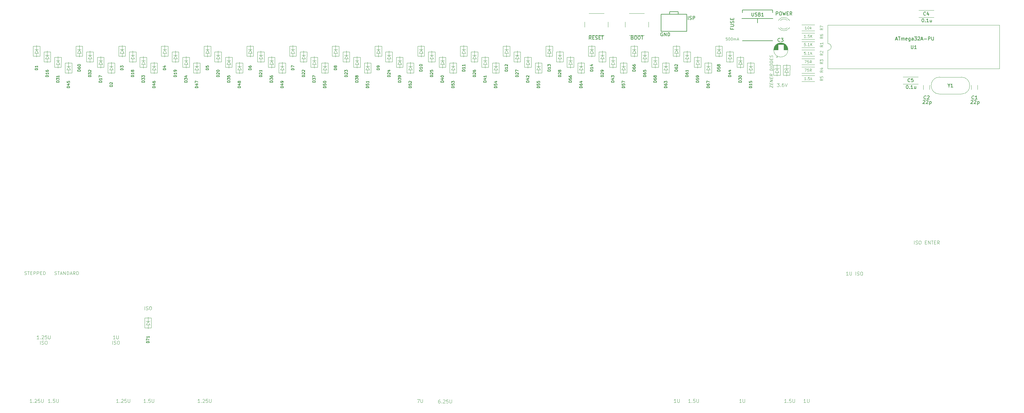
<source format=gto>
G04 #@! TF.GenerationSoftware,KiCad,Pcbnew,(5.1.6)-1*
G04 #@! TF.CreationDate,2020-07-14T19:46:05+04:00*
G04 #@! TF.ProjectId,discipline-pcb,64697363-6970-46c6-996e-652d7063622e,rev?*
G04 #@! TF.SameCoordinates,Original*
G04 #@! TF.FileFunction,Legend,Top*
G04 #@! TF.FilePolarity,Positive*
%FSLAX46Y46*%
G04 Gerber Fmt 4.6, Leading zero omitted, Abs format (unit mm)*
G04 Created by KiCad (PCBNEW (5.1.6)-1) date 2020-07-14 19:46:05*
%MOMM*%
%LPD*%
G01*
G04 APERTURE LIST*
%ADD10C,0.100000*%
%ADD11C,0.120000*%
%ADD12C,0.150000*%
%ADD13C,0.200000*%
%ADD14C,0.203200*%
G04 APERTURE END LIST*
D10*
X95678750Y-146908780D02*
X95678750Y-145908780D01*
X96107321Y-146861161D02*
X96250178Y-146908780D01*
X96488273Y-146908780D01*
X96583511Y-146861161D01*
X96631130Y-146813542D01*
X96678750Y-146718304D01*
X96678750Y-146623066D01*
X96631130Y-146527828D01*
X96583511Y-146480209D01*
X96488273Y-146432590D01*
X96297797Y-146384971D01*
X96202559Y-146337352D01*
X96154940Y-146289733D01*
X96107321Y-146194495D01*
X96107321Y-146099257D01*
X96154940Y-146004019D01*
X96202559Y-145956400D01*
X96297797Y-145908780D01*
X96535892Y-145908780D01*
X96678750Y-145956400D01*
X97297797Y-145908780D02*
X97488273Y-145908780D01*
X97583511Y-145956400D01*
X97678750Y-146051638D01*
X97726369Y-146242114D01*
X97726369Y-146575447D01*
X97678750Y-146765923D01*
X97583511Y-146861161D01*
X97488273Y-146908780D01*
X97297797Y-146908780D01*
X97202559Y-146861161D01*
X97107321Y-146765923D01*
X97059702Y-146575447D01*
X97059702Y-146242114D01*
X97107321Y-146051638D01*
X97202559Y-145956400D01*
X97297797Y-145908780D01*
X304442857Y-136632380D02*
X303871428Y-136632380D01*
X304157142Y-136632380D02*
X304157142Y-135632380D01*
X304061904Y-135775238D01*
X303966666Y-135870476D01*
X303871428Y-135918095D01*
X304871428Y-135632380D02*
X304871428Y-136441904D01*
X304919047Y-136537142D01*
X304966666Y-136584761D01*
X305061904Y-136632380D01*
X305252380Y-136632380D01*
X305347619Y-136584761D01*
X305395238Y-136537142D01*
X305442857Y-136441904D01*
X305442857Y-135632380D01*
X306680952Y-136632380D02*
X306680952Y-135632380D01*
X307109523Y-136584761D02*
X307252380Y-136632380D01*
X307490476Y-136632380D01*
X307585714Y-136584761D01*
X307633333Y-136537142D01*
X307680952Y-136441904D01*
X307680952Y-136346666D01*
X307633333Y-136251428D01*
X307585714Y-136203809D01*
X307490476Y-136156190D01*
X307300000Y-136108571D01*
X307204761Y-136060952D01*
X307157142Y-136013333D01*
X307109523Y-135918095D01*
X307109523Y-135822857D01*
X307157142Y-135727619D01*
X307204761Y-135680000D01*
X307300000Y-135632380D01*
X307538095Y-135632380D01*
X307680952Y-135680000D01*
X308300000Y-135632380D02*
X308490476Y-135632380D01*
X308585714Y-135680000D01*
X308680952Y-135775238D01*
X308728571Y-135965714D01*
X308728571Y-136299047D01*
X308680952Y-136489523D01*
X308585714Y-136584761D01*
X308490476Y-136632380D01*
X308300000Y-136632380D01*
X308204761Y-136584761D01*
X308109523Y-136489523D01*
X308061904Y-136299047D01*
X308061904Y-135965714D01*
X308109523Y-135775238D01*
X308204761Y-135680000D01*
X308300000Y-135632380D01*
X324039523Y-127392380D02*
X324039523Y-126392380D01*
X324468095Y-127344761D02*
X324610952Y-127392380D01*
X324849047Y-127392380D01*
X324944285Y-127344761D01*
X324991904Y-127297142D01*
X325039523Y-127201904D01*
X325039523Y-127106666D01*
X324991904Y-127011428D01*
X324944285Y-126963809D01*
X324849047Y-126916190D01*
X324658571Y-126868571D01*
X324563333Y-126820952D01*
X324515714Y-126773333D01*
X324468095Y-126678095D01*
X324468095Y-126582857D01*
X324515714Y-126487619D01*
X324563333Y-126440000D01*
X324658571Y-126392380D01*
X324896666Y-126392380D01*
X325039523Y-126440000D01*
X325658571Y-126392380D02*
X325849047Y-126392380D01*
X325944285Y-126440000D01*
X326039523Y-126535238D01*
X326087142Y-126725714D01*
X326087142Y-127059047D01*
X326039523Y-127249523D01*
X325944285Y-127344761D01*
X325849047Y-127392380D01*
X325658571Y-127392380D01*
X325563333Y-127344761D01*
X325468095Y-127249523D01*
X325420476Y-127059047D01*
X325420476Y-126725714D01*
X325468095Y-126535238D01*
X325563333Y-126440000D01*
X325658571Y-126392380D01*
X327277619Y-126868571D02*
X327610952Y-126868571D01*
X327753809Y-127392380D02*
X327277619Y-127392380D01*
X327277619Y-126392380D01*
X327753809Y-126392380D01*
X328182380Y-127392380D02*
X328182380Y-126392380D01*
X328753809Y-127392380D01*
X328753809Y-126392380D01*
X329087142Y-126392380D02*
X329658571Y-126392380D01*
X329372857Y-127392380D02*
X329372857Y-126392380D01*
X329991904Y-126868571D02*
X330325238Y-126868571D01*
X330468095Y-127392380D02*
X329991904Y-127392380D01*
X329991904Y-126392380D01*
X330468095Y-126392380D01*
X331468095Y-127392380D02*
X331134761Y-126916190D01*
X330896666Y-127392380D02*
X330896666Y-126392380D01*
X331277619Y-126392380D01*
X331372857Y-126440000D01*
X331420476Y-126487619D01*
X331468095Y-126582857D01*
X331468095Y-126725714D01*
X331420476Y-126820952D01*
X331372857Y-126868571D01*
X331277619Y-126916190D01*
X330896666Y-126916190D01*
X86915654Y-155544780D02*
X86344226Y-155544780D01*
X86629940Y-155544780D02*
X86629940Y-154544780D01*
X86534702Y-154687638D01*
X86439464Y-154782876D01*
X86344226Y-154830495D01*
X87344226Y-154544780D02*
X87344226Y-155354304D01*
X87391845Y-155449542D01*
X87439464Y-155497161D01*
X87534702Y-155544780D01*
X87725178Y-155544780D01*
X87820416Y-155497161D01*
X87868035Y-155449542D01*
X87915654Y-155354304D01*
X87915654Y-154544780D01*
X86153750Y-157144780D02*
X86153750Y-156144780D01*
X86582321Y-157097161D02*
X86725178Y-157144780D01*
X86963273Y-157144780D01*
X87058511Y-157097161D01*
X87106130Y-157049542D01*
X87153750Y-156954304D01*
X87153750Y-156859066D01*
X87106130Y-156763828D01*
X87058511Y-156716209D01*
X86963273Y-156668590D01*
X86772797Y-156620971D01*
X86677559Y-156573352D01*
X86629940Y-156525733D01*
X86582321Y-156430495D01*
X86582321Y-156335257D01*
X86629940Y-156240019D01*
X86677559Y-156192400D01*
X86772797Y-156144780D01*
X87010892Y-156144780D01*
X87153750Y-156192400D01*
X87772797Y-156144780D02*
X87963273Y-156144780D01*
X88058511Y-156192400D01*
X88153750Y-156287638D01*
X88201369Y-156478114D01*
X88201369Y-156811447D01*
X88153750Y-157001923D01*
X88058511Y-157097161D01*
X87963273Y-157144780D01*
X87772797Y-157144780D01*
X87677559Y-157097161D01*
X87582321Y-157001923D01*
X87534702Y-156811447D01*
X87534702Y-156478114D01*
X87582321Y-156287638D01*
X87677559Y-156192400D01*
X87772797Y-156144780D01*
X64293928Y-155544780D02*
X63722500Y-155544780D01*
X64008214Y-155544780D02*
X64008214Y-154544780D01*
X63912976Y-154687638D01*
X63817738Y-154782876D01*
X63722500Y-154830495D01*
X64722500Y-155449542D02*
X64770119Y-155497161D01*
X64722500Y-155544780D01*
X64674880Y-155497161D01*
X64722500Y-155449542D01*
X64722500Y-155544780D01*
X65151071Y-154640019D02*
X65198690Y-154592400D01*
X65293928Y-154544780D01*
X65532023Y-154544780D01*
X65627261Y-154592400D01*
X65674880Y-154640019D01*
X65722500Y-154735257D01*
X65722500Y-154830495D01*
X65674880Y-154973352D01*
X65103452Y-155544780D01*
X65722500Y-155544780D01*
X66627261Y-154544780D02*
X66151071Y-154544780D01*
X66103452Y-155020971D01*
X66151071Y-154973352D01*
X66246309Y-154925733D01*
X66484404Y-154925733D01*
X66579642Y-154973352D01*
X66627261Y-155020971D01*
X66674880Y-155116209D01*
X66674880Y-155354304D01*
X66627261Y-155449542D01*
X66579642Y-155497161D01*
X66484404Y-155544780D01*
X66246309Y-155544780D01*
X66151071Y-155497161D01*
X66103452Y-155449542D01*
X67103452Y-154544780D02*
X67103452Y-155354304D01*
X67151071Y-155449542D01*
X67198690Y-155497161D01*
X67293928Y-155544780D01*
X67484404Y-155544780D01*
X67579642Y-155497161D01*
X67627261Y-155449542D01*
X67674880Y-155354304D01*
X67674880Y-154544780D01*
X64722500Y-157144780D02*
X64722500Y-156144780D01*
X65151071Y-157097161D02*
X65293928Y-157144780D01*
X65532023Y-157144780D01*
X65627261Y-157097161D01*
X65674880Y-157049542D01*
X65722500Y-156954304D01*
X65722500Y-156859066D01*
X65674880Y-156763828D01*
X65627261Y-156716209D01*
X65532023Y-156668590D01*
X65341547Y-156620971D01*
X65246309Y-156573352D01*
X65198690Y-156525733D01*
X65151071Y-156430495D01*
X65151071Y-156335257D01*
X65198690Y-156240019D01*
X65246309Y-156192400D01*
X65341547Y-156144780D01*
X65579642Y-156144780D01*
X65722500Y-156192400D01*
X66341547Y-156144780D02*
X66532023Y-156144780D01*
X66627261Y-156192400D01*
X66722500Y-156287638D01*
X66770119Y-156478114D01*
X66770119Y-156811447D01*
X66722500Y-157001923D01*
X66627261Y-157097161D01*
X66532023Y-157144780D01*
X66341547Y-157144780D01*
X66246309Y-157097161D01*
X66151071Y-157001923D01*
X66103452Y-156811447D01*
X66103452Y-156478114D01*
X66151071Y-156287638D01*
X66246309Y-156192400D01*
X66341547Y-156144780D01*
X268571435Y-65993549D02*
X268190483Y-65993549D01*
X268152388Y-66374502D01*
X268190483Y-66336406D01*
X268266674Y-66298311D01*
X268457150Y-66298311D01*
X268533340Y-66336406D01*
X268571435Y-66374502D01*
X268609531Y-66450692D01*
X268609531Y-66641168D01*
X268571435Y-66717359D01*
X268533340Y-66755454D01*
X268457150Y-66793549D01*
X268266674Y-66793549D01*
X268190483Y-66755454D01*
X268152388Y-66717359D01*
X269104769Y-65993549D02*
X269180959Y-65993549D01*
X269257150Y-66031645D01*
X269295245Y-66069740D01*
X269333340Y-66145930D01*
X269371435Y-66298311D01*
X269371435Y-66488787D01*
X269333340Y-66641168D01*
X269295245Y-66717359D01*
X269257150Y-66755454D01*
X269180959Y-66793549D01*
X269104769Y-66793549D01*
X269028578Y-66755454D01*
X268990483Y-66717359D01*
X268952388Y-66641168D01*
X268914293Y-66488787D01*
X268914293Y-66298311D01*
X268952388Y-66145930D01*
X268990483Y-66069740D01*
X269028578Y-66031645D01*
X269104769Y-65993549D01*
X269866674Y-65993549D02*
X269942864Y-65993549D01*
X270019055Y-66031645D01*
X270057150Y-66069740D01*
X270095245Y-66145930D01*
X270133340Y-66298311D01*
X270133340Y-66488787D01*
X270095245Y-66641168D01*
X270057150Y-66717359D01*
X270019055Y-66755454D01*
X269942864Y-66793549D01*
X269866674Y-66793549D01*
X269790483Y-66755454D01*
X269752388Y-66717359D01*
X269714293Y-66641168D01*
X269676197Y-66488787D01*
X269676197Y-66298311D01*
X269714293Y-66145930D01*
X269752388Y-66069740D01*
X269790483Y-66031645D01*
X269866674Y-65993549D01*
X270476197Y-66793549D02*
X270476197Y-66260216D01*
X270476197Y-66336406D02*
X270514293Y-66298311D01*
X270590483Y-66260216D01*
X270704769Y-66260216D01*
X270780959Y-66298311D01*
X270819055Y-66374502D01*
X270819055Y-66793549D01*
X270819055Y-66374502D02*
X270857150Y-66298311D01*
X270933340Y-66260216D01*
X271047626Y-66260216D01*
X271123816Y-66298311D01*
X271161912Y-66374502D01*
X271161912Y-66793549D01*
X271504769Y-66564978D02*
X271885721Y-66564978D01*
X271428578Y-66793549D02*
X271695245Y-65993549D01*
X271961912Y-66793549D01*
X283351445Y-79586134D02*
X283970493Y-79586134D01*
X283637159Y-79967087D01*
X283780016Y-79967087D01*
X283875255Y-80014706D01*
X283922874Y-80062325D01*
X283970493Y-80157563D01*
X283970493Y-80395658D01*
X283922874Y-80490896D01*
X283875255Y-80538515D01*
X283780016Y-80586134D01*
X283494302Y-80586134D01*
X283399064Y-80538515D01*
X283351445Y-80490896D01*
X284399064Y-80490896D02*
X284446683Y-80538515D01*
X284399064Y-80586134D01*
X284351445Y-80538515D01*
X284399064Y-80490896D01*
X284399064Y-80586134D01*
X285303826Y-79586134D02*
X285113350Y-79586134D01*
X285018112Y-79633754D01*
X284970493Y-79681373D01*
X284875255Y-79824230D01*
X284827636Y-80014706D01*
X284827636Y-80395658D01*
X284875255Y-80490896D01*
X284922874Y-80538515D01*
X285018112Y-80586134D01*
X285208588Y-80586134D01*
X285303826Y-80538515D01*
X285351445Y-80490896D01*
X285399064Y-80395658D01*
X285399064Y-80157563D01*
X285351445Y-80062325D01*
X285303826Y-80014706D01*
X285208588Y-79967087D01*
X285018112Y-79967087D01*
X284922874Y-80014706D01*
X284875255Y-80062325D01*
X284827636Y-80157563D01*
X285684778Y-79586134D02*
X286018112Y-80586134D01*
X286351445Y-79586134D01*
X281167640Y-80761370D02*
X281167640Y-80161370D01*
X282067640Y-80873870D01*
X282067640Y-80273870D01*
X281596212Y-79872085D02*
X281596212Y-79572085D01*
X282067640Y-79502442D02*
X282067640Y-79931013D01*
X281167640Y-79818513D01*
X281167640Y-79389942D01*
X282067640Y-79116728D02*
X281167640Y-79004228D01*
X282067640Y-78602442D01*
X281167640Y-78489942D01*
X281596212Y-78114942D02*
X281596212Y-77814942D01*
X282067640Y-77745299D02*
X282067640Y-78173870D01*
X281167640Y-78061370D01*
X281167640Y-77632799D01*
X282067640Y-76845299D02*
X281639069Y-77091728D01*
X282067640Y-77359585D02*
X281167640Y-77247085D01*
X281167640Y-76904228D01*
X281210498Y-76823870D01*
X281253355Y-76786370D01*
X281339069Y-76754228D01*
X281467640Y-76770299D01*
X281553355Y-76823870D01*
X281596212Y-76872085D01*
X281639069Y-76963156D01*
X281639069Y-77306013D01*
X282067640Y-75773870D02*
X281167640Y-75661370D01*
X281167640Y-75447085D01*
X281210498Y-75323870D01*
X281296212Y-75248870D01*
X281381926Y-75216728D01*
X281553355Y-75195299D01*
X281681926Y-75211370D01*
X281853355Y-75275656D01*
X281939069Y-75329228D01*
X282024783Y-75425656D01*
X282067640Y-75559585D01*
X282067640Y-75773870D01*
X282067640Y-74873870D02*
X281167640Y-74761370D01*
X281167640Y-74161370D02*
X281167640Y-73989942D01*
X281210498Y-73909585D01*
X281296212Y-73834585D01*
X281467640Y-73813156D01*
X281767640Y-73850656D01*
X281939069Y-73914942D01*
X282024783Y-74011370D01*
X282067640Y-74102442D01*
X282067640Y-74273870D01*
X282024783Y-74354228D01*
X281939069Y-74429228D01*
X281767640Y-74450656D01*
X281467640Y-74413156D01*
X281296212Y-74348870D01*
X281210498Y-74252442D01*
X281167640Y-74161370D01*
X282067640Y-73502442D02*
X281167640Y-73389942D01*
X281167640Y-73175656D01*
X281210498Y-73052442D01*
X281296212Y-72977442D01*
X281381926Y-72945299D01*
X281553355Y-72923870D01*
X281681926Y-72939942D01*
X281853355Y-73004228D01*
X281939069Y-73057799D01*
X282024783Y-73154228D01*
X282067640Y-73288156D01*
X282067640Y-73502442D01*
X281596212Y-72543513D02*
X281596212Y-72243513D01*
X282067640Y-72173870D02*
X282067640Y-72602442D01*
X281167640Y-72489942D01*
X281167640Y-72061370D01*
X282024783Y-71825656D02*
X282067640Y-71702442D01*
X282067640Y-71488156D01*
X282024783Y-71397085D01*
X281981926Y-71348870D01*
X281896212Y-71295299D01*
X281810498Y-71284585D01*
X281724783Y-71316728D01*
X281681926Y-71354228D01*
X281639069Y-71434585D01*
X281596212Y-71600656D01*
X281553355Y-71681013D01*
X281510498Y-71718513D01*
X281424783Y-71750656D01*
X281339069Y-71739942D01*
X281253355Y-71686370D01*
X281210498Y-71638156D01*
X281167640Y-71547085D01*
X281167640Y-71332799D01*
X281210498Y-71209585D01*
D11*
X285400010Y-75514666D02*
X285644982Y-75252196D01*
X286734918Y-75251812D02*
X286979890Y-74989342D01*
X282517900Y-75514282D02*
X282762872Y-75251812D01*
X283865246Y-75251812D02*
X284110218Y-74989342D01*
D12*
X228199557Y-66516574D02*
X227866223Y-66040384D01*
X227628128Y-66516574D02*
X227628128Y-65516574D01*
X228009080Y-65516574D01*
X228104318Y-65564194D01*
X228151938Y-65611813D01*
X228199557Y-65707051D01*
X228199557Y-65849908D01*
X228151938Y-65945146D01*
X228104318Y-65992765D01*
X228009080Y-66040384D01*
X227628128Y-66040384D01*
X228628128Y-65992765D02*
X228961461Y-65992765D01*
X229104318Y-66516574D02*
X228628128Y-66516574D01*
X228628128Y-65516574D01*
X229104318Y-65516574D01*
X229485271Y-66468955D02*
X229628128Y-66516574D01*
X229866223Y-66516574D01*
X229961461Y-66468955D01*
X230009080Y-66421336D01*
X230056699Y-66326098D01*
X230056699Y-66230860D01*
X230009080Y-66135622D01*
X229961461Y-66088003D01*
X229866223Y-66040384D01*
X229675747Y-65992765D01*
X229580509Y-65945146D01*
X229532890Y-65897527D01*
X229485271Y-65802289D01*
X229485271Y-65707051D01*
X229532890Y-65611813D01*
X229580509Y-65564194D01*
X229675747Y-65516574D01*
X229913842Y-65516574D01*
X230056699Y-65564194D01*
X230485271Y-65992765D02*
X230818604Y-65992765D01*
X230961461Y-66516574D02*
X230485271Y-66516574D01*
X230485271Y-65516574D01*
X230961461Y-65516574D01*
X231247176Y-65516574D02*
X231818604Y-65516574D01*
X231532890Y-66516574D02*
X231532890Y-65516574D01*
X283095546Y-59326064D02*
X283095546Y-58326064D01*
X283476498Y-58326064D01*
X283571736Y-58373684D01*
X283619355Y-58421303D01*
X283666974Y-58516541D01*
X283666974Y-58659398D01*
X283619355Y-58754636D01*
X283571736Y-58802255D01*
X283476498Y-58849874D01*
X283095546Y-58849874D01*
X284286022Y-58326064D02*
X284476498Y-58326064D01*
X284571736Y-58373684D01*
X284666974Y-58468922D01*
X284714593Y-58659398D01*
X284714593Y-58992731D01*
X284666974Y-59183207D01*
X284571736Y-59278445D01*
X284476498Y-59326064D01*
X284286022Y-59326064D01*
X284190784Y-59278445D01*
X284095546Y-59183207D01*
X284047927Y-58992731D01*
X284047927Y-58659398D01*
X284095546Y-58468922D01*
X284190784Y-58373684D01*
X284286022Y-58326064D01*
X285047927Y-58326064D02*
X285286022Y-59326064D01*
X285476498Y-58611779D01*
X285666974Y-59326064D01*
X285905070Y-58326064D01*
X286286022Y-58802255D02*
X286619355Y-58802255D01*
X286762212Y-59326064D02*
X286286022Y-59326064D01*
X286286022Y-58326064D01*
X286762212Y-58326064D01*
X287762212Y-59326064D02*
X287428879Y-58849874D01*
X287190784Y-59326064D02*
X287190784Y-58326064D01*
X287571736Y-58326064D01*
X287666974Y-58373684D01*
X287714593Y-58421303D01*
X287762212Y-58516541D01*
X287762212Y-58659398D01*
X287714593Y-58754636D01*
X287666974Y-58802255D01*
X287571736Y-58849874D01*
X287190784Y-58849874D01*
X249414796Y-64566827D02*
X249319558Y-64519207D01*
X249176701Y-64519207D01*
X249033843Y-64566827D01*
X248938605Y-64662065D01*
X248890986Y-64757303D01*
X248843367Y-64947779D01*
X248843367Y-65090636D01*
X248890986Y-65281112D01*
X248938605Y-65376350D01*
X249033843Y-65471588D01*
X249176701Y-65519207D01*
X249271939Y-65519207D01*
X249414796Y-65471588D01*
X249462415Y-65423969D01*
X249462415Y-65090636D01*
X249271939Y-65090636D01*
X249890986Y-65519207D02*
X249890986Y-64519207D01*
X250462415Y-65519207D01*
X250462415Y-64519207D01*
X250938605Y-65519207D02*
X250938605Y-64519207D01*
X251176701Y-64519207D01*
X251319558Y-64566827D01*
X251414796Y-64662065D01*
X251462415Y-64757303D01*
X251510034Y-64947779D01*
X251510034Y-65090636D01*
X251462415Y-65281112D01*
X251414796Y-65376350D01*
X251319558Y-65471588D01*
X251176701Y-65519207D01*
X250938605Y-65519207D01*
X256969474Y-60637358D02*
X256969474Y-59637358D01*
X257398045Y-60589739D02*
X257540903Y-60637358D01*
X257778998Y-60637358D01*
X257874236Y-60589739D01*
X257921855Y-60542120D01*
X257969474Y-60446882D01*
X257969474Y-60351644D01*
X257921855Y-60256406D01*
X257874236Y-60208787D01*
X257778998Y-60161168D01*
X257588522Y-60113549D01*
X257493284Y-60065930D01*
X257445665Y-60018311D01*
X257398045Y-59923073D01*
X257398045Y-59827835D01*
X257445665Y-59732597D01*
X257493284Y-59684978D01*
X257588522Y-59637358D01*
X257826617Y-59637358D01*
X257969474Y-59684978D01*
X258398045Y-60637358D02*
X258398045Y-59637358D01*
X258778998Y-59637358D01*
X258874236Y-59684978D01*
X258921855Y-59732597D01*
X258969474Y-59827835D01*
X258969474Y-59970692D01*
X258921855Y-60065930D01*
X258874236Y-60113549D01*
X258778998Y-60161168D01*
X258398045Y-60161168D01*
D10*
X291785363Y-70192989D02*
X291404411Y-70192989D01*
X291366316Y-70573942D01*
X291404411Y-70535846D01*
X291480601Y-70497751D01*
X291671077Y-70497751D01*
X291747268Y-70535846D01*
X291785363Y-70573942D01*
X291823458Y-70650132D01*
X291823458Y-70840608D01*
X291785363Y-70916799D01*
X291747268Y-70954894D01*
X291671077Y-70992989D01*
X291480601Y-70992989D01*
X291404411Y-70954894D01*
X291366316Y-70916799D01*
X292166316Y-70916799D02*
X292204411Y-70954894D01*
X292166316Y-70992989D01*
X292128220Y-70954894D01*
X292166316Y-70916799D01*
X292166316Y-70992989D01*
X292966316Y-70992989D02*
X292509173Y-70992989D01*
X292737744Y-70992989D02*
X292737744Y-70192989D01*
X292661554Y-70307275D01*
X292585363Y-70383465D01*
X292509173Y-70421561D01*
X293309173Y-70992989D02*
X293309173Y-70192989D01*
X293766316Y-70992989D02*
X293423458Y-70535846D01*
X293766316Y-70192989D02*
X293309173Y-70650132D01*
X291785363Y-67639536D02*
X291404411Y-67639536D01*
X291366316Y-68020489D01*
X291404411Y-67982393D01*
X291480601Y-67944298D01*
X291671077Y-67944298D01*
X291747268Y-67982393D01*
X291785363Y-68020489D01*
X291823458Y-68096679D01*
X291823458Y-68287155D01*
X291785363Y-68363346D01*
X291747268Y-68401441D01*
X291671077Y-68439536D01*
X291480601Y-68439536D01*
X291404411Y-68401441D01*
X291366316Y-68363346D01*
X292166316Y-68363346D02*
X292204411Y-68401441D01*
X292166316Y-68439536D01*
X292128220Y-68401441D01*
X292166316Y-68363346D01*
X292166316Y-68439536D01*
X292966316Y-68439536D02*
X292509173Y-68439536D01*
X292737744Y-68439536D02*
X292737744Y-67639536D01*
X292661554Y-67753822D01*
X292585363Y-67830012D01*
X292509173Y-67868108D01*
X293309173Y-68439536D02*
X293309173Y-67639536D01*
X293766316Y-68439536D02*
X293423458Y-67982393D01*
X293766316Y-67639536D02*
X293309173Y-68096679D01*
X291851210Y-174478614D02*
X291279782Y-174478614D01*
X291565496Y-174478614D02*
X291565496Y-173478614D01*
X291470258Y-173621472D01*
X291375020Y-173716710D01*
X291279782Y-173764329D01*
X292279782Y-173478614D02*
X292279782Y-174288138D01*
X292327401Y-174383376D01*
X292375020Y-174430995D01*
X292470258Y-174478614D01*
X292660734Y-174478614D01*
X292755972Y-174430995D01*
X292803591Y-174383376D01*
X292851210Y-174288138D01*
X292851210Y-173478614D01*
X272760892Y-174478614D02*
X272189464Y-174478614D01*
X272475178Y-174478614D02*
X272475178Y-173478614D01*
X272379940Y-173621472D01*
X272284702Y-173716710D01*
X272189464Y-173764329D01*
X273189464Y-173478614D02*
X273189464Y-174288138D01*
X273237083Y-174383376D01*
X273284702Y-174430995D01*
X273379940Y-174478614D01*
X273570416Y-174478614D01*
X273665654Y-174430995D01*
X273713273Y-174383376D01*
X273760892Y-174288138D01*
X273760892Y-173478614D01*
X253350650Y-174478614D02*
X252779222Y-174478614D01*
X253064936Y-174478614D02*
X253064936Y-173478614D01*
X252969698Y-173621472D01*
X252874460Y-173716710D01*
X252779222Y-173764329D01*
X253779222Y-173478614D02*
X253779222Y-174288138D01*
X253826841Y-174383376D01*
X253874460Y-174430995D01*
X253969698Y-174478614D01*
X254160174Y-174478614D01*
X254255412Y-174430995D01*
X254303031Y-174383376D01*
X254350650Y-174288138D01*
X254350650Y-173478614D01*
X68976474Y-136426063D02*
X69119332Y-136473682D01*
X69357427Y-136473682D01*
X69452665Y-136426063D01*
X69500284Y-136378444D01*
X69547903Y-136283206D01*
X69547903Y-136187968D01*
X69500284Y-136092730D01*
X69452665Y-136045111D01*
X69357427Y-135997492D01*
X69166951Y-135949873D01*
X69071713Y-135902254D01*
X69024094Y-135854635D01*
X68976474Y-135759397D01*
X68976474Y-135664159D01*
X69024094Y-135568921D01*
X69071713Y-135521302D01*
X69166951Y-135473682D01*
X69405046Y-135473682D01*
X69547903Y-135521302D01*
X69833617Y-135473682D02*
X70405046Y-135473682D01*
X70119332Y-136473682D02*
X70119332Y-135473682D01*
X70690760Y-136187968D02*
X71166951Y-136187968D01*
X70595522Y-136473682D02*
X70928855Y-135473682D01*
X71262189Y-136473682D01*
X71595522Y-136473682D02*
X71595522Y-135473682D01*
X72166951Y-136473682D01*
X72166951Y-135473682D01*
X72643141Y-136473682D02*
X72643141Y-135473682D01*
X72881236Y-135473682D01*
X73024094Y-135521302D01*
X73119332Y-135616540D01*
X73166951Y-135711778D01*
X73214570Y-135902254D01*
X73214570Y-136045111D01*
X73166951Y-136235587D01*
X73119332Y-136330825D01*
X73024094Y-136426063D01*
X72881236Y-136473682D01*
X72643141Y-136473682D01*
X73595522Y-136187968D02*
X74071713Y-136187968D01*
X73500284Y-136473682D02*
X73833617Y-135473682D01*
X74166951Y-136473682D01*
X75071713Y-136473682D02*
X74738379Y-135997492D01*
X74500284Y-136473682D02*
X74500284Y-135473682D01*
X74881236Y-135473682D01*
X74976474Y-135521302D01*
X75024094Y-135568921D01*
X75071713Y-135664159D01*
X75071713Y-135807016D01*
X75024094Y-135902254D01*
X74976474Y-135949873D01*
X74881236Y-135997492D01*
X74500284Y-135997492D01*
X75500284Y-136473682D02*
X75500284Y-135473682D01*
X75738379Y-135473682D01*
X75881236Y-135521302D01*
X75976474Y-135616540D01*
X76024094Y-135711778D01*
X76071713Y-135902254D01*
X76071713Y-136045111D01*
X76024094Y-136235587D01*
X75976474Y-136330825D01*
X75881236Y-136426063D01*
X75738379Y-136473682D01*
X75500284Y-136473682D01*
X60056418Y-136426063D02*
X60199275Y-136473682D01*
X60437370Y-136473682D01*
X60532608Y-136426063D01*
X60580227Y-136378444D01*
X60627847Y-136283206D01*
X60627847Y-136187968D01*
X60580227Y-136092730D01*
X60532608Y-136045111D01*
X60437370Y-135997492D01*
X60246894Y-135949873D01*
X60151656Y-135902254D01*
X60104037Y-135854635D01*
X60056418Y-135759397D01*
X60056418Y-135664159D01*
X60104037Y-135568921D01*
X60151656Y-135521302D01*
X60246894Y-135473682D01*
X60484989Y-135473682D01*
X60627847Y-135521302D01*
X60913561Y-135473682D02*
X61484989Y-135473682D01*
X61199275Y-136473682D02*
X61199275Y-135473682D01*
X61818323Y-135949873D02*
X62151656Y-135949873D01*
X62294513Y-136473682D02*
X61818323Y-136473682D01*
X61818323Y-135473682D01*
X62294513Y-135473682D01*
X62723085Y-136473682D02*
X62723085Y-135473682D01*
X63104037Y-135473682D01*
X63199275Y-135521302D01*
X63246894Y-135568921D01*
X63294513Y-135664159D01*
X63294513Y-135807016D01*
X63246894Y-135902254D01*
X63199275Y-135949873D01*
X63104037Y-135997492D01*
X62723085Y-135997492D01*
X63723085Y-136473682D02*
X63723085Y-135473682D01*
X64104037Y-135473682D01*
X64199275Y-135521302D01*
X64246894Y-135568921D01*
X64294513Y-135664159D01*
X64294513Y-135807016D01*
X64246894Y-135902254D01*
X64199275Y-135949873D01*
X64104037Y-135997492D01*
X63723085Y-135997492D01*
X64723085Y-135949873D02*
X65056418Y-135949873D01*
X65199275Y-136473682D02*
X64723085Y-136473682D01*
X64723085Y-135473682D01*
X65199275Y-135473682D01*
X65627847Y-136473682D02*
X65627847Y-135473682D01*
X65865942Y-135473682D01*
X66008799Y-135521302D01*
X66104037Y-135616540D01*
X66151656Y-135711778D01*
X66199275Y-135902254D01*
X66199275Y-136045111D01*
X66151656Y-136235587D01*
X66104037Y-136330825D01*
X66008799Y-136426063D01*
X65865942Y-136473682D01*
X65627847Y-136473682D01*
X286110604Y-174478614D02*
X285539175Y-174478614D01*
X285824889Y-174478614D02*
X285824889Y-173478614D01*
X285729651Y-173621472D01*
X285634413Y-173716710D01*
X285539175Y-173764329D01*
X286539175Y-174383376D02*
X286586794Y-174430995D01*
X286539175Y-174478614D01*
X286491556Y-174430995D01*
X286539175Y-174383376D01*
X286539175Y-174478614D01*
X287491556Y-173478614D02*
X287015365Y-173478614D01*
X286967746Y-173954805D01*
X287015365Y-173907186D01*
X287110604Y-173859567D01*
X287348699Y-173859567D01*
X287443937Y-173907186D01*
X287491556Y-173954805D01*
X287539175Y-174050043D01*
X287539175Y-174288138D01*
X287491556Y-174383376D01*
X287443937Y-174430995D01*
X287348699Y-174478614D01*
X287110604Y-174478614D01*
X287015365Y-174430995D01*
X286967746Y-174383376D01*
X287967746Y-173478614D02*
X287967746Y-174288138D01*
X288015365Y-174383376D01*
X288062985Y-174430995D01*
X288158223Y-174478614D01*
X288348699Y-174478614D01*
X288443937Y-174430995D01*
X288491556Y-174383376D01*
X288539175Y-174288138D01*
X288539175Y-173478614D01*
X257623200Y-174478614D02*
X257051771Y-174478614D01*
X257337485Y-174478614D02*
X257337485Y-173478614D01*
X257242247Y-173621472D01*
X257147009Y-173716710D01*
X257051771Y-173764329D01*
X258051771Y-174383376D02*
X258099390Y-174430995D01*
X258051771Y-174478614D01*
X258004152Y-174430995D01*
X258051771Y-174383376D01*
X258051771Y-174478614D01*
X259004152Y-173478614D02*
X258527961Y-173478614D01*
X258480342Y-173954805D01*
X258527961Y-173907186D01*
X258623200Y-173859567D01*
X258861295Y-173859567D01*
X258956533Y-173907186D01*
X259004152Y-173954805D01*
X259051771Y-174050043D01*
X259051771Y-174288138D01*
X259004152Y-174383376D01*
X258956533Y-174430995D01*
X258861295Y-174478614D01*
X258623200Y-174478614D01*
X258527961Y-174430995D01*
X258480342Y-174383376D01*
X259480342Y-173478614D02*
X259480342Y-174288138D01*
X259527961Y-174383376D01*
X259575581Y-174430995D01*
X259670819Y-174478614D01*
X259861295Y-174478614D01*
X259956533Y-174430995D01*
X260004152Y-174383376D01*
X260051771Y-174288138D01*
X260051771Y-173478614D01*
X95980958Y-174478614D02*
X95409529Y-174478614D01*
X95695243Y-174478614D02*
X95695243Y-173478614D01*
X95600005Y-173621472D01*
X95504767Y-173716710D01*
X95409529Y-173764329D01*
X96409529Y-174383376D02*
X96457148Y-174430995D01*
X96409529Y-174478614D01*
X96361910Y-174430995D01*
X96409529Y-174383376D01*
X96409529Y-174478614D01*
X97361910Y-173478614D02*
X96885719Y-173478614D01*
X96838100Y-173954805D01*
X96885719Y-173907186D01*
X96980958Y-173859567D01*
X97219053Y-173859567D01*
X97314291Y-173907186D01*
X97361910Y-173954805D01*
X97409529Y-174050043D01*
X97409529Y-174288138D01*
X97361910Y-174383376D01*
X97314291Y-174430995D01*
X97219053Y-174478614D01*
X96980958Y-174478614D01*
X96885719Y-174430995D01*
X96838100Y-174383376D01*
X97838100Y-173478614D02*
X97838100Y-174288138D01*
X97885719Y-174383376D01*
X97933339Y-174430995D01*
X98028577Y-174478614D01*
X98219053Y-174478614D01*
X98314291Y-174430995D01*
X98361910Y-174383376D01*
X98409529Y-174288138D01*
X98409529Y-173478614D01*
X67634738Y-174478614D02*
X67063309Y-174478614D01*
X67349023Y-174478614D02*
X67349023Y-173478614D01*
X67253785Y-173621472D01*
X67158547Y-173716710D01*
X67063309Y-173764329D01*
X68063309Y-174383376D02*
X68110928Y-174430995D01*
X68063309Y-174478614D01*
X68015690Y-174430995D01*
X68063309Y-174383376D01*
X68063309Y-174478614D01*
X69015690Y-173478614D02*
X68539499Y-173478614D01*
X68491880Y-173954805D01*
X68539499Y-173907186D01*
X68634738Y-173859567D01*
X68872833Y-173859567D01*
X68968071Y-173907186D01*
X69015690Y-173954805D01*
X69063309Y-174050043D01*
X69063309Y-174288138D01*
X69015690Y-174383376D01*
X68968071Y-174430995D01*
X68872833Y-174478614D01*
X68634738Y-174478614D01*
X68539499Y-174430995D01*
X68491880Y-174383376D01*
X69491880Y-173478614D02*
X69491880Y-174288138D01*
X69539499Y-174383376D01*
X69587119Y-174430995D01*
X69682357Y-174478614D01*
X69872833Y-174478614D01*
X69968071Y-174430995D01*
X70015690Y-174383376D01*
X70063309Y-174288138D01*
X70063309Y-173478614D01*
X112040062Y-174478614D02*
X111468634Y-174478614D01*
X111754348Y-174478614D02*
X111754348Y-173478614D01*
X111659110Y-173621472D01*
X111563872Y-173716710D01*
X111468634Y-173764329D01*
X112468634Y-174383376D02*
X112516253Y-174430995D01*
X112468634Y-174478614D01*
X112421014Y-174430995D01*
X112468634Y-174383376D01*
X112468634Y-174478614D01*
X112897205Y-173573853D02*
X112944824Y-173526234D01*
X113040062Y-173478614D01*
X113278157Y-173478614D01*
X113373395Y-173526234D01*
X113421014Y-173573853D01*
X113468634Y-173669091D01*
X113468634Y-173764329D01*
X113421014Y-173907186D01*
X112849586Y-174478614D01*
X113468634Y-174478614D01*
X114373395Y-173478614D02*
X113897205Y-173478614D01*
X113849586Y-173954805D01*
X113897205Y-173907186D01*
X113992443Y-173859567D01*
X114230538Y-173859567D01*
X114325776Y-173907186D01*
X114373395Y-173954805D01*
X114421014Y-174050043D01*
X114421014Y-174288138D01*
X114373395Y-174383376D01*
X114325776Y-174430995D01*
X114230538Y-174478614D01*
X113992443Y-174478614D01*
X113897205Y-174430995D01*
X113849586Y-174383376D01*
X114849586Y-173478614D02*
X114849586Y-174288138D01*
X114897205Y-174383376D01*
X114944824Y-174430995D01*
X115040062Y-174478614D01*
X115230538Y-174478614D01*
X115325776Y-174430995D01*
X115373395Y-174383376D01*
X115421014Y-174288138D01*
X115421014Y-173478614D01*
X87893282Y-174478614D02*
X87321854Y-174478614D01*
X87607568Y-174478614D02*
X87607568Y-173478614D01*
X87512330Y-173621472D01*
X87417092Y-173716710D01*
X87321854Y-173764329D01*
X88321854Y-174383376D02*
X88369473Y-174430995D01*
X88321854Y-174478614D01*
X88274234Y-174430995D01*
X88321854Y-174383376D01*
X88321854Y-174478614D01*
X88750425Y-173573853D02*
X88798044Y-173526234D01*
X88893282Y-173478614D01*
X89131377Y-173478614D01*
X89226615Y-173526234D01*
X89274234Y-173573853D01*
X89321854Y-173669091D01*
X89321854Y-173764329D01*
X89274234Y-173907186D01*
X88702806Y-174478614D01*
X89321854Y-174478614D01*
X90226615Y-173478614D02*
X89750425Y-173478614D01*
X89702806Y-173954805D01*
X89750425Y-173907186D01*
X89845663Y-173859567D01*
X90083758Y-173859567D01*
X90178996Y-173907186D01*
X90226615Y-173954805D01*
X90274234Y-174050043D01*
X90274234Y-174288138D01*
X90226615Y-174383376D01*
X90178996Y-174430995D01*
X90083758Y-174478614D01*
X89845663Y-174478614D01*
X89750425Y-174430995D01*
X89702806Y-174383376D01*
X90702806Y-173478614D02*
X90702806Y-174288138D01*
X90750425Y-174383376D01*
X90798044Y-174430995D01*
X90893282Y-174478614D01*
X91083758Y-174478614D01*
X91178996Y-174430995D01*
X91226615Y-174383376D01*
X91274234Y-174288138D01*
X91274234Y-173478614D01*
X62224205Y-174478614D02*
X61652777Y-174478614D01*
X61938491Y-174478614D02*
X61938491Y-173478614D01*
X61843253Y-173621472D01*
X61748015Y-173716710D01*
X61652777Y-173764329D01*
X62652777Y-174383376D02*
X62700396Y-174430995D01*
X62652777Y-174478614D01*
X62605157Y-174430995D01*
X62652777Y-174383376D01*
X62652777Y-174478614D01*
X63081348Y-173573853D02*
X63128967Y-173526234D01*
X63224205Y-173478614D01*
X63462300Y-173478614D01*
X63557538Y-173526234D01*
X63605157Y-173573853D01*
X63652777Y-173669091D01*
X63652777Y-173764329D01*
X63605157Y-173907186D01*
X63033729Y-174478614D01*
X63652777Y-174478614D01*
X64557538Y-173478614D02*
X64081348Y-173478614D01*
X64033729Y-173954805D01*
X64081348Y-173907186D01*
X64176586Y-173859567D01*
X64414681Y-173859567D01*
X64509919Y-173907186D01*
X64557538Y-173954805D01*
X64605157Y-174050043D01*
X64605157Y-174288138D01*
X64557538Y-174383376D01*
X64509919Y-174430995D01*
X64414681Y-174478614D01*
X64176586Y-174478614D01*
X64081348Y-174430995D01*
X64033729Y-174383376D01*
X65033729Y-173478614D02*
X65033729Y-174288138D01*
X65081348Y-174383376D01*
X65128967Y-174430995D01*
X65224205Y-174478614D01*
X65414681Y-174478614D01*
X65509919Y-174430995D01*
X65557538Y-174383376D01*
X65605157Y-174288138D01*
X65605157Y-173478614D01*
D11*
X325241062Y-79771416D02*
X325241062Y-79786416D01*
X325241062Y-77646416D02*
X325241062Y-77661416D01*
X320701062Y-79771416D02*
X320701062Y-79786416D01*
X320701062Y-77646416D02*
X320701062Y-77661416D01*
X320701062Y-79786416D02*
X325241062Y-79786416D01*
X320701062Y-77646416D02*
X325241062Y-77646416D01*
X329895530Y-59981178D02*
X329895530Y-59996178D01*
X329895530Y-57856178D02*
X329895530Y-57871178D01*
X325355530Y-59981178D02*
X325355530Y-59996178D01*
X325355530Y-57856178D02*
X325355530Y-57871178D01*
X325355530Y-59996178D02*
X329895530Y-59996178D01*
X325355530Y-57856178D02*
X329895530Y-57856178D01*
X286597676Y-69654866D02*
G75*
G03*
X286597676Y-69654866I-2120000J0D01*
G01*
X285317676Y-69654866D02*
X286557676Y-69654866D01*
X282397676Y-69654866D02*
X283637676Y-69654866D01*
X285317676Y-69614866D02*
X286557676Y-69614866D01*
X282397676Y-69614866D02*
X283637676Y-69614866D01*
X285317676Y-69574866D02*
X286556676Y-69574866D01*
X282398676Y-69574866D02*
X283637676Y-69574866D01*
X282400676Y-69534866D02*
X283637676Y-69534866D01*
X285317676Y-69534866D02*
X286554676Y-69534866D01*
X282403676Y-69494866D02*
X283637676Y-69494866D01*
X285317676Y-69494866D02*
X286551676Y-69494866D01*
X282406676Y-69454866D02*
X283637676Y-69454866D01*
X285317676Y-69454866D02*
X286548676Y-69454866D01*
X282410676Y-69414866D02*
X283637676Y-69414866D01*
X285317676Y-69414866D02*
X286544676Y-69414866D01*
X282415676Y-69374866D02*
X283637676Y-69374866D01*
X285317676Y-69374866D02*
X286539676Y-69374866D01*
X282421676Y-69334866D02*
X283637676Y-69334866D01*
X285317676Y-69334866D02*
X286533676Y-69334866D01*
X282427676Y-69294866D02*
X283637676Y-69294866D01*
X285317676Y-69294866D02*
X286527676Y-69294866D01*
X282435676Y-69254866D02*
X283637676Y-69254866D01*
X285317676Y-69254866D02*
X286519676Y-69254866D01*
X282443676Y-69214866D02*
X283637676Y-69214866D01*
X285317676Y-69214866D02*
X286511676Y-69214866D01*
X282452676Y-69174866D02*
X283637676Y-69174866D01*
X285317676Y-69174866D02*
X286502676Y-69174866D01*
X282461676Y-69134866D02*
X283637676Y-69134866D01*
X285317676Y-69134866D02*
X286493676Y-69134866D01*
X282472676Y-69094866D02*
X283637676Y-69094866D01*
X285317676Y-69094866D02*
X286482676Y-69094866D01*
X282483676Y-69054866D02*
X283637676Y-69054866D01*
X285317676Y-69054866D02*
X286471676Y-69054866D01*
X282495676Y-69014866D02*
X283637676Y-69014866D01*
X285317676Y-69014866D02*
X286459676Y-69014866D01*
X282509676Y-68974866D02*
X283637676Y-68974866D01*
X285317676Y-68974866D02*
X286445676Y-68974866D01*
X282523676Y-68933866D02*
X283637676Y-68933866D01*
X285317676Y-68933866D02*
X286431676Y-68933866D01*
X282537676Y-68893866D02*
X283637676Y-68893866D01*
X285317676Y-68893866D02*
X286417676Y-68893866D01*
X282553676Y-68853866D02*
X283637676Y-68853866D01*
X285317676Y-68853866D02*
X286401676Y-68853866D01*
X282570676Y-68813866D02*
X283637676Y-68813866D01*
X285317676Y-68813866D02*
X286384676Y-68813866D01*
X282588676Y-68773866D02*
X283637676Y-68773866D01*
X285317676Y-68773866D02*
X286366676Y-68773866D01*
X282607676Y-68733866D02*
X283637676Y-68733866D01*
X285317676Y-68733866D02*
X286347676Y-68733866D01*
X282626676Y-68693866D02*
X283637676Y-68693866D01*
X285317676Y-68693866D02*
X286328676Y-68693866D01*
X282647676Y-68653866D02*
X283637676Y-68653866D01*
X285317676Y-68653866D02*
X286307676Y-68653866D01*
X282669676Y-68613866D02*
X283637676Y-68613866D01*
X285317676Y-68613866D02*
X286285676Y-68613866D01*
X282692676Y-68573866D02*
X283637676Y-68573866D01*
X285317676Y-68573866D02*
X286262676Y-68573866D01*
X282717676Y-68533866D02*
X283637676Y-68533866D01*
X285317676Y-68533866D02*
X286237676Y-68533866D01*
X282742676Y-68493866D02*
X283637676Y-68493866D01*
X285317676Y-68493866D02*
X286212676Y-68493866D01*
X282769676Y-68453866D02*
X283637676Y-68453866D01*
X285317676Y-68453866D02*
X286185676Y-68453866D01*
X282797676Y-68413866D02*
X283637676Y-68413866D01*
X285317676Y-68413866D02*
X286157676Y-68413866D01*
X282827676Y-68373866D02*
X283637676Y-68373866D01*
X285317676Y-68373866D02*
X286127676Y-68373866D01*
X282858676Y-68333866D02*
X283637676Y-68333866D01*
X285317676Y-68333866D02*
X286096676Y-68333866D01*
X282890676Y-68293866D02*
X283637676Y-68293866D01*
X285317676Y-68293866D02*
X286064676Y-68293866D01*
X282925676Y-68253866D02*
X283637676Y-68253866D01*
X285317676Y-68253866D02*
X286029676Y-68253866D01*
X282961676Y-68213866D02*
X283637676Y-68213866D01*
X285317676Y-68213866D02*
X285993676Y-68213866D01*
X282999676Y-68173866D02*
X283637676Y-68173866D01*
X285317676Y-68173866D02*
X285955676Y-68173866D01*
X283039676Y-68133866D02*
X283637676Y-68133866D01*
X285317676Y-68133866D02*
X285915676Y-68133866D01*
X283081676Y-68093866D02*
X283637676Y-68093866D01*
X285317676Y-68093866D02*
X285873676Y-68093866D01*
X283126676Y-68053866D02*
X285828676Y-68053866D01*
X283173676Y-68013866D02*
X285781676Y-68013866D01*
X283223676Y-67973866D02*
X285731676Y-67973866D01*
X283277676Y-67933866D02*
X285677676Y-67933866D01*
X283335676Y-67893866D02*
X285619676Y-67893866D01*
X283397676Y-67853866D02*
X285557676Y-67853866D01*
X283464676Y-67813866D02*
X285490676Y-67813866D01*
X283537676Y-67773866D02*
X285417676Y-67773866D01*
X283618676Y-67733866D02*
X285336676Y-67733866D01*
X283709676Y-67693866D02*
X285245676Y-67693866D01*
X283813676Y-67653866D02*
X285141676Y-67653866D01*
X283940676Y-67613866D02*
X285014676Y-67613866D01*
X284107676Y-67573866D02*
X284847676Y-67573866D01*
X283282676Y-71924667D02*
X283282676Y-71524667D01*
X283082676Y-71724667D02*
X283482676Y-71724667D01*
X328600238Y-81385040D02*
X328600238Y-80127040D01*
X326760238Y-81385040D02*
X326760238Y-80127040D01*
X342826112Y-81385040D02*
X342826112Y-80127040D01*
X340986112Y-81385040D02*
X340986112Y-80127040D01*
X95678750Y-149304400D02*
X95678750Y-152274400D01*
X97678750Y-149294400D02*
X97668750Y-152284400D01*
X95678750Y-152284400D02*
X97668750Y-152284400D01*
X96688750Y-152494400D02*
X96688750Y-151374400D01*
X96688750Y-149034400D02*
X96688750Y-150314400D01*
X95678750Y-149294400D02*
X97678750Y-149294400D01*
X96688750Y-150424400D02*
X97228750Y-151374400D01*
X96678750Y-150434400D02*
X96148750Y-151344400D01*
X96148750Y-151374400D02*
X97228750Y-151374400D01*
X96148750Y-150324400D02*
X97228750Y-150324400D01*
X294486316Y-77218982D02*
X290646316Y-77218982D01*
X294486316Y-79058982D02*
X290646316Y-79058982D01*
X294486316Y-74725517D02*
X290646316Y-74725517D01*
X294486316Y-76565517D02*
X290646316Y-76565517D01*
X294486316Y-72232052D02*
X290646316Y-72232052D01*
X294486316Y-74072052D02*
X290646316Y-74072052D01*
X290646316Y-71500211D02*
X294486316Y-71500211D01*
X290646316Y-69660211D02*
X294486316Y-69660211D01*
X290646316Y-68980499D02*
X294486316Y-68980499D01*
X290646316Y-67140499D02*
X294486316Y-67140499D01*
X290646316Y-66487034D02*
X294486316Y-66487034D01*
X290646316Y-64647034D02*
X294486316Y-64647034D01*
X294486316Y-62153204D02*
X290646316Y-62153204D01*
X294486316Y-63993204D02*
X290646316Y-63993204D01*
X298423430Y-69769182D02*
X298423430Y-75229182D01*
X298423430Y-75229182D02*
X349343430Y-75229182D01*
X349343430Y-75229182D02*
X349343430Y-62309182D01*
X349343430Y-62309182D02*
X298423430Y-62309182D01*
X298423430Y-62309182D02*
X298423430Y-67769182D01*
X298423430Y-67769182D02*
G75*
G02*
X298423430Y-69769182I0J-1000000D01*
G01*
D13*
X254003830Y-59070870D02*
X254003830Y-58270870D01*
X254003830Y-58270870D02*
X251453830Y-58270870D01*
X251453830Y-58270870D02*
X251453830Y-59070870D01*
D14*
X248943830Y-59080870D02*
X256563830Y-59080870D01*
X256563830Y-64160870D02*
X248943830Y-64160870D01*
X248943830Y-64160870D02*
X248943830Y-59080870D01*
X256563830Y-59080870D02*
X256563830Y-64160870D01*
D11*
X338011644Y-82781240D02*
X331611644Y-82781240D01*
X338011644Y-77731240D02*
X331611644Y-77731240D01*
X338011644Y-77731240D02*
G75*
G02*
X338011644Y-82781240I0J-2525000D01*
G01*
X331611644Y-77731240D02*
G75*
G03*
X331611644Y-82781240I0J-2525000D01*
G01*
X283837716Y-63050830D02*
X283837716Y-63206830D01*
X283837716Y-60734830D02*
X283837716Y-60890830D01*
X286438846Y-63050667D02*
G75*
G02*
X284356755Y-63050830I-1041130J1079837D01*
G01*
X286438846Y-60890993D02*
G75*
G03*
X284356755Y-60890830I-1041130J-1079837D01*
G01*
X287070051Y-63049438D02*
G75*
G02*
X283837716Y-63206346I-1672335J1078608D01*
G01*
X287070051Y-60892222D02*
G75*
G03*
X283837716Y-60735314I-1672335J-1078608D01*
G01*
D12*
X282173468Y-60291022D02*
X272923468Y-60291022D01*
X282023468Y-66951022D02*
X273073468Y-66951022D01*
X273068468Y-58541022D02*
X273073468Y-57781022D01*
X282023468Y-57781022D02*
X273073468Y-57781022D01*
X282023468Y-57781022D02*
X282028468Y-58541022D01*
X277548468Y-60291022D02*
X277548468Y-61561022D01*
D11*
X245235732Y-62836074D02*
X245235732Y-61336074D01*
X243985732Y-58836074D02*
X239485732Y-58836074D01*
X238235732Y-61336074D02*
X238235732Y-62836074D01*
X239485732Y-65336074D02*
X243985732Y-65336074D01*
X233235732Y-62836074D02*
X233235732Y-61336074D01*
X231985732Y-58836074D02*
X227485732Y-58836074D01*
X226235732Y-61336074D02*
X226235732Y-62836074D01*
X227485732Y-65336074D02*
X231985732Y-65336074D01*
X62600284Y-68545612D02*
X62600284Y-71515612D01*
X64600284Y-68535612D02*
X64590284Y-71525612D01*
X62600284Y-71525612D02*
X64590284Y-71525612D01*
X63610284Y-71735612D02*
X63610284Y-70615612D01*
X63610284Y-68275612D02*
X63610284Y-69555612D01*
X62600284Y-68535612D02*
X64600284Y-68535612D01*
X63610284Y-69665612D02*
X64150284Y-70615612D01*
X63600284Y-69675612D02*
X63070284Y-70585612D01*
X63070284Y-70615612D02*
X64150284Y-70615612D01*
X63070284Y-69565612D02*
X64150284Y-69565612D01*
X72108673Y-73506199D02*
X72108673Y-76476199D01*
X74108673Y-73496199D02*
X74098673Y-76486199D01*
X72108673Y-76486199D02*
X74098673Y-76486199D01*
X73118673Y-76696199D02*
X73118673Y-75576199D01*
X73118673Y-73236199D02*
X73118673Y-74516199D01*
X72108673Y-73496199D02*
X74108673Y-73496199D01*
X73118673Y-74626199D02*
X73658673Y-75576199D01*
X73108673Y-74636199D02*
X72578673Y-75546199D01*
X72578673Y-75576199D02*
X73658673Y-75576199D01*
X72578673Y-74526199D02*
X73658673Y-74526199D01*
X84786525Y-73506199D02*
X84786525Y-76476199D01*
X86786525Y-73496199D02*
X86776525Y-76486199D01*
X84786525Y-76486199D02*
X86776525Y-76486199D01*
X85796525Y-76696199D02*
X85796525Y-75576199D01*
X85796525Y-73236199D02*
X85796525Y-74516199D01*
X84786525Y-73496199D02*
X86786525Y-73496199D01*
X85796525Y-74626199D02*
X86336525Y-75576199D01*
X85786525Y-74636199D02*
X85256525Y-75546199D01*
X85256525Y-75576199D02*
X86336525Y-75576199D01*
X85256525Y-74526199D02*
X86336525Y-74526199D01*
X87955988Y-68545612D02*
X87955988Y-71515612D01*
X89955988Y-68535612D02*
X89945988Y-71525612D01*
X87955988Y-71525612D02*
X89945988Y-71525612D01*
X88965988Y-71735612D02*
X88965988Y-70615612D01*
X88965988Y-68275612D02*
X88965988Y-69555612D01*
X87955988Y-68535612D02*
X89955988Y-68535612D01*
X88965988Y-69665612D02*
X89505988Y-70615612D01*
X88955988Y-69675612D02*
X88425988Y-70585612D01*
X88425988Y-70615612D02*
X89505988Y-70615612D01*
X88425988Y-69565612D02*
X89505988Y-69565612D01*
X100633840Y-68545612D02*
X100633840Y-71515612D01*
X102633840Y-68535612D02*
X102623840Y-71525612D01*
X100633840Y-71525612D02*
X102623840Y-71525612D01*
X101643840Y-71735612D02*
X101643840Y-70615612D01*
X101643840Y-68275612D02*
X101643840Y-69555612D01*
X100633840Y-68535612D02*
X102633840Y-68535612D01*
X101643840Y-69665612D02*
X102183840Y-70615612D01*
X101633840Y-69675612D02*
X101103840Y-70585612D01*
X101103840Y-70615612D02*
X102183840Y-70615612D01*
X101103840Y-69565612D02*
X102183840Y-69565612D01*
X113311692Y-68545612D02*
X113311692Y-71515612D01*
X115311692Y-68535612D02*
X115301692Y-71525612D01*
X113311692Y-71525612D02*
X115301692Y-71525612D01*
X114321692Y-71735612D02*
X114321692Y-70615612D01*
X114321692Y-68275612D02*
X114321692Y-69555612D01*
X113311692Y-68535612D02*
X115311692Y-68535612D01*
X114321692Y-69665612D02*
X114861692Y-70615612D01*
X114311692Y-69675612D02*
X113781692Y-70585612D01*
X113781692Y-70615612D02*
X114861692Y-70615612D01*
X113781692Y-69565612D02*
X114861692Y-69565612D01*
X125989544Y-68545612D02*
X125989544Y-71515612D01*
X127989544Y-68535612D02*
X127979544Y-71525612D01*
X125989544Y-71525612D02*
X127979544Y-71525612D01*
X126999544Y-71735612D02*
X126999544Y-70615612D01*
X126999544Y-68275612D02*
X126999544Y-69555612D01*
X125989544Y-68535612D02*
X127989544Y-68535612D01*
X126999544Y-69665612D02*
X127539544Y-70615612D01*
X126989544Y-69675612D02*
X126459544Y-70585612D01*
X126459544Y-70615612D02*
X127539544Y-70615612D01*
X126459544Y-69565612D02*
X127539544Y-69565612D01*
X138667396Y-68545612D02*
X138667396Y-71515612D01*
X140667396Y-68535612D02*
X140657396Y-71525612D01*
X138667396Y-71525612D02*
X140657396Y-71525612D01*
X139677396Y-71735612D02*
X139677396Y-70615612D01*
X139677396Y-68275612D02*
X139677396Y-69555612D01*
X138667396Y-68535612D02*
X140667396Y-68535612D01*
X139677396Y-69665612D02*
X140217396Y-70615612D01*
X139667396Y-69675612D02*
X139137396Y-70585612D01*
X139137396Y-70615612D02*
X140217396Y-70615612D01*
X139137396Y-69565612D02*
X140217396Y-69565612D01*
X151345248Y-68545612D02*
X151345248Y-71515612D01*
X153345248Y-68535612D02*
X153335248Y-71525612D01*
X151345248Y-71525612D02*
X153335248Y-71525612D01*
X152355248Y-71735612D02*
X152355248Y-70615612D01*
X152355248Y-68275612D02*
X152355248Y-69555612D01*
X151345248Y-68535612D02*
X153345248Y-68535612D01*
X152355248Y-69665612D02*
X152895248Y-70615612D01*
X152345248Y-69675612D02*
X151815248Y-70585612D01*
X151815248Y-70615612D02*
X152895248Y-70615612D01*
X151815248Y-69565612D02*
X152895248Y-69565612D01*
X164023100Y-68545612D02*
X164023100Y-71515612D01*
X166023100Y-68535612D02*
X166013100Y-71525612D01*
X164023100Y-71525612D02*
X166013100Y-71525612D01*
X165033100Y-71735612D02*
X165033100Y-70615612D01*
X165033100Y-68275612D02*
X165033100Y-69555612D01*
X164023100Y-68535612D02*
X166023100Y-68535612D01*
X165033100Y-69665612D02*
X165573100Y-70615612D01*
X165023100Y-69675612D02*
X164493100Y-70585612D01*
X164493100Y-70615612D02*
X165573100Y-70615612D01*
X164493100Y-69565612D02*
X165573100Y-69565612D01*
X176700952Y-68545612D02*
X176700952Y-71515612D01*
X178700952Y-68535612D02*
X178690952Y-71525612D01*
X176700952Y-71525612D02*
X178690952Y-71525612D01*
X177710952Y-71735612D02*
X177710952Y-70615612D01*
X177710952Y-68275612D02*
X177710952Y-69555612D01*
X176700952Y-68535612D02*
X178700952Y-68535612D01*
X177710952Y-69665612D02*
X178250952Y-70615612D01*
X177700952Y-69675612D02*
X177170952Y-70585612D01*
X177170952Y-70615612D02*
X178250952Y-70615612D01*
X177170952Y-69565612D02*
X178250952Y-69565612D01*
X189378804Y-68545612D02*
X189378804Y-71515612D01*
X191378804Y-68535612D02*
X191368804Y-71525612D01*
X189378804Y-71525612D02*
X191368804Y-71525612D01*
X190388804Y-71735612D02*
X190388804Y-70615612D01*
X190388804Y-68275612D02*
X190388804Y-69555612D01*
X189378804Y-68535612D02*
X191378804Y-68535612D01*
X190388804Y-69665612D02*
X190928804Y-70615612D01*
X190378804Y-69675612D02*
X189848804Y-70585612D01*
X189848804Y-70615612D02*
X190928804Y-70615612D01*
X189848804Y-69565612D02*
X190928804Y-69565612D01*
X202056656Y-68545612D02*
X202056656Y-71515612D01*
X204056656Y-68535612D02*
X204046656Y-71525612D01*
X202056656Y-71525612D02*
X204046656Y-71525612D01*
X203066656Y-71735612D02*
X203066656Y-70615612D01*
X203066656Y-68275612D02*
X203066656Y-69555612D01*
X202056656Y-68535612D02*
X204056656Y-68535612D01*
X203066656Y-69665612D02*
X203606656Y-70615612D01*
X203056656Y-69675612D02*
X202526656Y-70585612D01*
X202526656Y-70615612D02*
X203606656Y-70615612D01*
X202526656Y-69565612D02*
X203606656Y-69565612D01*
X214734508Y-68545612D02*
X214734508Y-71515612D01*
X216734508Y-68535612D02*
X216724508Y-71525612D01*
X214734508Y-71525612D02*
X216724508Y-71525612D01*
X215744508Y-71735612D02*
X215744508Y-70615612D01*
X215744508Y-68275612D02*
X215744508Y-69555612D01*
X214734508Y-68535612D02*
X216734508Y-68535612D01*
X215744508Y-69665612D02*
X216284508Y-70615612D01*
X215734508Y-69675612D02*
X215204508Y-70585612D01*
X215204508Y-70615612D02*
X216284508Y-70615612D01*
X215204508Y-69565612D02*
X216284508Y-69565612D01*
X227342376Y-68545612D02*
X227342376Y-71515612D01*
X229342376Y-68535612D02*
X229332376Y-71525612D01*
X227342376Y-71525612D02*
X229332376Y-71525612D01*
X228352376Y-71735612D02*
X228352376Y-70615612D01*
X228352376Y-68275612D02*
X228352376Y-69555612D01*
X227342376Y-68535612D02*
X229342376Y-68535612D01*
X228352376Y-69665612D02*
X228892376Y-70615612D01*
X228342376Y-69675612D02*
X227812376Y-70585612D01*
X227812376Y-70615612D02*
X228892376Y-70615612D01*
X227812376Y-69565612D02*
X228892376Y-69565612D01*
X274541929Y-73506199D02*
X274541929Y-76476199D01*
X276541929Y-73496199D02*
X276531929Y-76486199D01*
X274541929Y-76486199D02*
X276531929Y-76486199D01*
X275551929Y-76696199D02*
X275551929Y-75576199D01*
X275551929Y-73236199D02*
X275551929Y-74516199D01*
X274541929Y-73496199D02*
X276541929Y-73496199D01*
X275551929Y-74626199D02*
X276091929Y-75576199D01*
X275541929Y-74636199D02*
X275011929Y-75546199D01*
X275011929Y-75576199D02*
X276091929Y-75576199D01*
X275011929Y-74526199D02*
X276091929Y-74526199D01*
X65769747Y-70199141D02*
X65769747Y-73169141D01*
X67769747Y-70189141D02*
X67759747Y-73179141D01*
X65769747Y-73179141D02*
X67759747Y-73179141D01*
X66779747Y-73389141D02*
X66779747Y-72269141D01*
X66779747Y-69929141D02*
X66779747Y-71209141D01*
X65769747Y-70189141D02*
X67769747Y-70189141D01*
X66779747Y-71319141D02*
X67319747Y-72269141D01*
X66769747Y-71329141D02*
X66239747Y-72239141D01*
X66239747Y-72269141D02*
X67319747Y-72269141D01*
X66239747Y-71219141D02*
X67319747Y-71219141D01*
X81617062Y-71852670D02*
X81617062Y-74822670D01*
X83617062Y-71842670D02*
X83607062Y-74832670D01*
X81617062Y-74832670D02*
X83607062Y-74832670D01*
X82627062Y-75042670D02*
X82627062Y-73922670D01*
X82627062Y-71582670D02*
X82627062Y-72862670D01*
X81617062Y-71842670D02*
X83617062Y-71842670D01*
X82627062Y-72972670D02*
X83167062Y-73922670D01*
X82617062Y-72982670D02*
X82087062Y-73892670D01*
X82087062Y-73922670D02*
X83167062Y-73922670D01*
X82087062Y-72872670D02*
X83167062Y-72872670D01*
X91125451Y-70199141D02*
X91125451Y-73169141D01*
X93125451Y-70189141D02*
X93115451Y-73179141D01*
X91125451Y-73179141D02*
X93115451Y-73179141D01*
X92135451Y-73389141D02*
X92135451Y-72269141D01*
X92135451Y-69929141D02*
X92135451Y-71209141D01*
X91125451Y-70189141D02*
X93125451Y-70189141D01*
X92135451Y-71319141D02*
X92675451Y-72269141D01*
X92125451Y-71329141D02*
X91595451Y-72239141D01*
X91595451Y-72269141D02*
X92675451Y-72269141D01*
X91595451Y-71219141D02*
X92675451Y-71219141D01*
X103803303Y-70199141D02*
X103803303Y-73169141D01*
X105803303Y-70189141D02*
X105793303Y-73179141D01*
X103803303Y-73179141D02*
X105793303Y-73179141D01*
X104813303Y-73389141D02*
X104813303Y-72269141D01*
X104813303Y-69929141D02*
X104813303Y-71209141D01*
X103803303Y-70189141D02*
X105803303Y-70189141D01*
X104813303Y-71319141D02*
X105353303Y-72269141D01*
X104803303Y-71329141D02*
X104273303Y-72239141D01*
X104273303Y-72269141D02*
X105353303Y-72269141D01*
X104273303Y-71219141D02*
X105353303Y-71219141D01*
X116481155Y-70199141D02*
X116481155Y-73169141D01*
X118481155Y-70189141D02*
X118471155Y-73179141D01*
X116481155Y-73179141D02*
X118471155Y-73179141D01*
X117491155Y-73389141D02*
X117491155Y-72269141D01*
X117491155Y-69929141D02*
X117491155Y-71209141D01*
X116481155Y-70189141D02*
X118481155Y-70189141D01*
X117491155Y-71319141D02*
X118031155Y-72269141D01*
X117481155Y-71329141D02*
X116951155Y-72239141D01*
X116951155Y-72269141D02*
X118031155Y-72269141D01*
X116951155Y-71219141D02*
X118031155Y-71219141D01*
X129159007Y-70199141D02*
X129159007Y-73169141D01*
X131159007Y-70189141D02*
X131149007Y-73179141D01*
X129159007Y-73179141D02*
X131149007Y-73179141D01*
X130169007Y-73389141D02*
X130169007Y-72269141D01*
X130169007Y-69929141D02*
X130169007Y-71209141D01*
X129159007Y-70189141D02*
X131159007Y-70189141D01*
X130169007Y-71319141D02*
X130709007Y-72269141D01*
X130159007Y-71329141D02*
X129629007Y-72239141D01*
X129629007Y-72269141D02*
X130709007Y-72269141D01*
X129629007Y-71219141D02*
X130709007Y-71219141D01*
X141836859Y-70199141D02*
X141836859Y-73169141D01*
X143836859Y-70189141D02*
X143826859Y-73179141D01*
X141836859Y-73179141D02*
X143826859Y-73179141D01*
X142846859Y-73389141D02*
X142846859Y-72269141D01*
X142846859Y-69929141D02*
X142846859Y-71209141D01*
X141836859Y-70189141D02*
X143836859Y-70189141D01*
X142846859Y-71319141D02*
X143386859Y-72269141D01*
X142836859Y-71329141D02*
X142306859Y-72239141D01*
X142306859Y-72269141D02*
X143386859Y-72269141D01*
X142306859Y-71219141D02*
X143386859Y-71219141D01*
X154514711Y-70199141D02*
X154514711Y-73169141D01*
X156514711Y-70189141D02*
X156504711Y-73179141D01*
X154514711Y-73179141D02*
X156504711Y-73179141D01*
X155524711Y-73389141D02*
X155524711Y-72269141D01*
X155524711Y-69929141D02*
X155524711Y-71209141D01*
X154514711Y-70189141D02*
X156514711Y-70189141D01*
X155524711Y-71319141D02*
X156064711Y-72269141D01*
X155514711Y-71329141D02*
X154984711Y-72239141D01*
X154984711Y-72269141D02*
X156064711Y-72269141D01*
X154984711Y-71219141D02*
X156064711Y-71219141D01*
X167192563Y-70199141D02*
X167192563Y-73169141D01*
X169192563Y-70189141D02*
X169182563Y-73179141D01*
X167192563Y-73179141D02*
X169182563Y-73179141D01*
X168202563Y-73389141D02*
X168202563Y-72269141D01*
X168202563Y-69929141D02*
X168202563Y-71209141D01*
X167192563Y-70189141D02*
X169192563Y-70189141D01*
X168202563Y-71319141D02*
X168742563Y-72269141D01*
X168192563Y-71329141D02*
X167662563Y-72239141D01*
X167662563Y-72269141D02*
X168742563Y-72269141D01*
X167662563Y-71219141D02*
X168742563Y-71219141D01*
X179870415Y-70199141D02*
X179870415Y-73169141D01*
X181870415Y-70189141D02*
X181860415Y-73179141D01*
X179870415Y-73179141D02*
X181860415Y-73179141D01*
X180880415Y-73389141D02*
X180880415Y-72269141D01*
X180880415Y-69929141D02*
X180880415Y-71209141D01*
X179870415Y-70189141D02*
X181870415Y-70189141D01*
X180880415Y-71319141D02*
X181420415Y-72269141D01*
X180870415Y-71329141D02*
X180340415Y-72239141D01*
X180340415Y-72269141D02*
X181420415Y-72269141D01*
X180340415Y-71219141D02*
X181420415Y-71219141D01*
X192548267Y-70199141D02*
X192548267Y-73169141D01*
X194548267Y-70189141D02*
X194538267Y-73179141D01*
X192548267Y-73179141D02*
X194538267Y-73179141D01*
X193558267Y-73389141D02*
X193558267Y-72269141D01*
X193558267Y-69929141D02*
X193558267Y-71209141D01*
X192548267Y-70189141D02*
X194548267Y-70189141D01*
X193558267Y-71319141D02*
X194098267Y-72269141D01*
X193548267Y-71329141D02*
X193018267Y-72239141D01*
X193018267Y-72269141D02*
X194098267Y-72269141D01*
X193018267Y-71219141D02*
X194098267Y-71219141D01*
X205226119Y-70199141D02*
X205226119Y-73169141D01*
X207226119Y-70189141D02*
X207216119Y-73179141D01*
X205226119Y-73179141D02*
X207216119Y-73179141D01*
X206236119Y-73389141D02*
X206236119Y-72269141D01*
X206236119Y-69929141D02*
X206236119Y-71209141D01*
X205226119Y-70189141D02*
X207226119Y-70189141D01*
X206236119Y-71319141D02*
X206776119Y-72269141D01*
X206226119Y-71329141D02*
X205696119Y-72239141D01*
X205696119Y-72269141D02*
X206776119Y-72269141D01*
X205696119Y-71219141D02*
X206776119Y-71219141D01*
X217886475Y-70199141D02*
X217886475Y-73169141D01*
X219886475Y-70189141D02*
X219876475Y-73179141D01*
X217886475Y-73179141D02*
X219876475Y-73179141D01*
X218896475Y-73389141D02*
X218896475Y-72269141D01*
X218896475Y-69929141D02*
X218896475Y-71209141D01*
X217886475Y-70189141D02*
X219886475Y-70189141D01*
X218896475Y-71319141D02*
X219436475Y-72269141D01*
X218886475Y-71329141D02*
X218356475Y-72239141D01*
X218356475Y-72269141D02*
X219436475Y-72269141D01*
X218356475Y-71219141D02*
X219436475Y-71219141D01*
X230493149Y-70199141D02*
X230493149Y-73169141D01*
X232493149Y-70189141D02*
X232483149Y-73179141D01*
X230493149Y-73179141D02*
X232483149Y-73179141D01*
X231503149Y-73389141D02*
X231503149Y-72269141D01*
X231503149Y-69929141D02*
X231503149Y-71209141D01*
X230493149Y-70189141D02*
X232493149Y-70189141D01*
X231503149Y-71319141D02*
X232043149Y-72269141D01*
X231493149Y-71329141D02*
X230963149Y-72239141D01*
X230963149Y-72269141D02*
X232043149Y-72269141D01*
X230963149Y-71219141D02*
X232043149Y-71219141D01*
X271453205Y-71852670D02*
X271453205Y-74822670D01*
X273453205Y-71842670D02*
X273443205Y-74832670D01*
X271453205Y-74832670D02*
X273443205Y-74832670D01*
X272463205Y-75042670D02*
X272463205Y-73922670D01*
X272463205Y-71582670D02*
X272463205Y-72862670D01*
X271453205Y-71842670D02*
X273453205Y-71842670D01*
X272463205Y-72972670D02*
X273003205Y-73922670D01*
X272453205Y-72982670D02*
X271923205Y-73892670D01*
X271923205Y-73922670D02*
X273003205Y-73922670D01*
X271923205Y-72872670D02*
X273003205Y-72872670D01*
X68939210Y-71852670D02*
X68939210Y-74822670D01*
X70939210Y-71842670D02*
X70929210Y-74832670D01*
X68939210Y-74832670D02*
X70929210Y-74832670D01*
X69949210Y-75042670D02*
X69949210Y-73922670D01*
X69949210Y-71582670D02*
X69949210Y-72862670D01*
X68939210Y-71842670D02*
X70939210Y-71842670D01*
X69949210Y-72972670D02*
X70489210Y-73922670D01*
X69939210Y-72982670D02*
X69409210Y-73892670D01*
X69409210Y-73922670D02*
X70489210Y-73922670D01*
X69409210Y-72872670D02*
X70489210Y-72872670D01*
X78447599Y-70199141D02*
X78447599Y-73169141D01*
X80447599Y-70189141D02*
X80437599Y-73179141D01*
X78447599Y-73179141D02*
X80437599Y-73179141D01*
X79457599Y-73389141D02*
X79457599Y-72269141D01*
X79457599Y-69929141D02*
X79457599Y-71209141D01*
X78447599Y-70189141D02*
X80447599Y-70189141D01*
X79457599Y-71319141D02*
X79997599Y-72269141D01*
X79447599Y-71329141D02*
X78917599Y-72239141D01*
X78917599Y-72269141D02*
X79997599Y-72269141D01*
X78917599Y-71219141D02*
X79997599Y-71219141D01*
X94294914Y-71852670D02*
X94294914Y-74822670D01*
X96294914Y-71842670D02*
X96284914Y-74832670D01*
X94294914Y-74832670D02*
X96284914Y-74832670D01*
X95304914Y-75042670D02*
X95304914Y-73922670D01*
X95304914Y-71582670D02*
X95304914Y-72862670D01*
X94294914Y-71842670D02*
X96294914Y-71842670D01*
X95304914Y-72972670D02*
X95844914Y-73922670D01*
X95294914Y-72982670D02*
X94764914Y-73892670D01*
X94764914Y-73922670D02*
X95844914Y-73922670D01*
X94764914Y-72872670D02*
X95844914Y-72872670D01*
X106972766Y-71852670D02*
X106972766Y-74822670D01*
X108972766Y-71842670D02*
X108962766Y-74832670D01*
X106972766Y-74832670D02*
X108962766Y-74832670D01*
X107982766Y-75042670D02*
X107982766Y-73922670D01*
X107982766Y-71582670D02*
X107982766Y-72862670D01*
X106972766Y-71842670D02*
X108972766Y-71842670D01*
X107982766Y-72972670D02*
X108522766Y-73922670D01*
X107972766Y-72982670D02*
X107442766Y-73892670D01*
X107442766Y-73922670D02*
X108522766Y-73922670D01*
X107442766Y-72872670D02*
X108522766Y-72872670D01*
X119650618Y-71852670D02*
X119650618Y-74822670D01*
X121650618Y-71842670D02*
X121640618Y-74832670D01*
X119650618Y-74832670D02*
X121640618Y-74832670D01*
X120660618Y-75042670D02*
X120660618Y-73922670D01*
X120660618Y-71582670D02*
X120660618Y-72862670D01*
X119650618Y-71842670D02*
X121650618Y-71842670D01*
X120660618Y-72972670D02*
X121200618Y-73922670D01*
X120650618Y-72982670D02*
X120120618Y-73892670D01*
X120120618Y-73922670D02*
X121200618Y-73922670D01*
X120120618Y-72872670D02*
X121200618Y-72872670D01*
X132328470Y-71852670D02*
X132328470Y-74822670D01*
X134328470Y-71842670D02*
X134318470Y-74832670D01*
X132328470Y-74832670D02*
X134318470Y-74832670D01*
X133338470Y-75042670D02*
X133338470Y-73922670D01*
X133338470Y-71582670D02*
X133338470Y-72862670D01*
X132328470Y-71842670D02*
X134328470Y-71842670D01*
X133338470Y-72972670D02*
X133878470Y-73922670D01*
X133328470Y-72982670D02*
X132798470Y-73892670D01*
X132798470Y-73922670D02*
X133878470Y-73922670D01*
X132798470Y-72872670D02*
X133878470Y-72872670D01*
X145006322Y-71852670D02*
X145006322Y-74822670D01*
X147006322Y-71842670D02*
X146996322Y-74832670D01*
X145006322Y-74832670D02*
X146996322Y-74832670D01*
X146016322Y-75042670D02*
X146016322Y-73922670D01*
X146016322Y-71582670D02*
X146016322Y-72862670D01*
X145006322Y-71842670D02*
X147006322Y-71842670D01*
X146016322Y-72972670D02*
X146556322Y-73922670D01*
X146006322Y-72982670D02*
X145476322Y-73892670D01*
X145476322Y-73922670D02*
X146556322Y-73922670D01*
X145476322Y-72872670D02*
X146556322Y-72872670D01*
X157684174Y-71852670D02*
X157684174Y-74822670D01*
X159684174Y-71842670D02*
X159674174Y-74832670D01*
X157684174Y-74832670D02*
X159674174Y-74832670D01*
X158694174Y-75042670D02*
X158694174Y-73922670D01*
X158694174Y-71582670D02*
X158694174Y-72862670D01*
X157684174Y-71842670D02*
X159684174Y-71842670D01*
X158694174Y-72972670D02*
X159234174Y-73922670D01*
X158684174Y-72982670D02*
X158154174Y-73892670D01*
X158154174Y-73922670D02*
X159234174Y-73922670D01*
X158154174Y-72872670D02*
X159234174Y-72872670D01*
X170362026Y-71852670D02*
X170362026Y-74822670D01*
X172362026Y-71842670D02*
X172352026Y-74832670D01*
X170362026Y-74832670D02*
X172352026Y-74832670D01*
X171372026Y-75042670D02*
X171372026Y-73922670D01*
X171372026Y-71582670D02*
X171372026Y-72862670D01*
X170362026Y-71842670D02*
X172362026Y-71842670D01*
X171372026Y-72972670D02*
X171912026Y-73922670D01*
X171362026Y-72982670D02*
X170832026Y-73892670D01*
X170832026Y-73922670D02*
X171912026Y-73922670D01*
X170832026Y-72872670D02*
X171912026Y-72872670D01*
X183039878Y-71852670D02*
X183039878Y-74822670D01*
X185039878Y-71842670D02*
X185029878Y-74832670D01*
X183039878Y-74832670D02*
X185029878Y-74832670D01*
X184049878Y-75042670D02*
X184049878Y-73922670D01*
X184049878Y-71582670D02*
X184049878Y-72862670D01*
X183039878Y-71842670D02*
X185039878Y-71842670D01*
X184049878Y-72972670D02*
X184589878Y-73922670D01*
X184039878Y-72982670D02*
X183509878Y-73892670D01*
X183509878Y-73922670D02*
X184589878Y-73922670D01*
X183509878Y-72872670D02*
X184589878Y-72872670D01*
X195717730Y-71852670D02*
X195717730Y-74822670D01*
X197717730Y-71842670D02*
X197707730Y-74832670D01*
X195717730Y-74832670D02*
X197707730Y-74832670D01*
X196727730Y-75042670D02*
X196727730Y-73922670D01*
X196727730Y-71582670D02*
X196727730Y-72862670D01*
X195717730Y-71842670D02*
X197717730Y-71842670D01*
X196727730Y-72972670D02*
X197267730Y-73922670D01*
X196717730Y-72982670D02*
X196187730Y-73892670D01*
X196187730Y-73922670D02*
X197267730Y-73922670D01*
X196187730Y-72872670D02*
X197267730Y-72872670D01*
X208395582Y-71852670D02*
X208395582Y-74822670D01*
X210395582Y-71842670D02*
X210385582Y-74832670D01*
X208395582Y-74832670D02*
X210385582Y-74832670D01*
X209405582Y-75042670D02*
X209405582Y-73922670D01*
X209405582Y-71582670D02*
X209405582Y-72862670D01*
X208395582Y-71842670D02*
X210395582Y-71842670D01*
X209405582Y-72972670D02*
X209945582Y-73922670D01*
X209395582Y-72982670D02*
X208865582Y-73892670D01*
X208865582Y-73922670D02*
X209945582Y-73922670D01*
X208865582Y-72872670D02*
X209945582Y-72872670D01*
X233643922Y-71852670D02*
X233643922Y-74822670D01*
X235643922Y-71842670D02*
X235633922Y-74832670D01*
X233643922Y-74832670D02*
X235633922Y-74832670D01*
X234653922Y-75042670D02*
X234653922Y-73922670D01*
X234653922Y-71582670D02*
X234653922Y-72862670D01*
X233643922Y-71842670D02*
X235643922Y-71842670D01*
X234653922Y-72972670D02*
X235193922Y-73922670D01*
X234643922Y-72982670D02*
X234113922Y-73892670D01*
X234113922Y-73922670D02*
X235193922Y-73922670D01*
X234113922Y-72872670D02*
X235193922Y-72872670D01*
X268364481Y-70199141D02*
X268364481Y-73169141D01*
X270364481Y-70189141D02*
X270354481Y-73179141D01*
X268364481Y-73179141D02*
X270354481Y-73179141D01*
X269374481Y-73389141D02*
X269374481Y-72269141D01*
X269374481Y-69929141D02*
X269374481Y-71209141D01*
X268364481Y-70189141D02*
X270364481Y-70189141D01*
X269374481Y-71319141D02*
X269914481Y-72269141D01*
X269364481Y-71329141D02*
X268834481Y-72239141D01*
X268834481Y-72269141D02*
X269914481Y-72269141D01*
X268834481Y-71219141D02*
X269914481Y-71219141D01*
X97464377Y-73506199D02*
X97464377Y-76476199D01*
X99464377Y-73496199D02*
X99454377Y-76486199D01*
X97464377Y-76486199D02*
X99454377Y-76486199D01*
X98474377Y-76696199D02*
X98474377Y-75576199D01*
X98474377Y-73236199D02*
X98474377Y-74516199D01*
X97464377Y-73496199D02*
X99464377Y-73496199D01*
X98474377Y-74626199D02*
X99014377Y-75576199D01*
X98464377Y-74636199D02*
X97934377Y-75546199D01*
X97934377Y-75576199D02*
X99014377Y-75576199D01*
X97934377Y-74526199D02*
X99014377Y-74526199D01*
X110142229Y-73506199D02*
X110142229Y-76476199D01*
X112142229Y-73496199D02*
X112132229Y-76486199D01*
X110142229Y-76486199D02*
X112132229Y-76486199D01*
X111152229Y-76696199D02*
X111152229Y-75576199D01*
X111152229Y-73236199D02*
X111152229Y-74516199D01*
X110142229Y-73496199D02*
X112142229Y-73496199D01*
X111152229Y-74626199D02*
X111692229Y-75576199D01*
X111142229Y-74636199D02*
X110612229Y-75546199D01*
X110612229Y-75576199D02*
X111692229Y-75576199D01*
X110612229Y-74526199D02*
X111692229Y-74526199D01*
X122820081Y-73506199D02*
X122820081Y-76476199D01*
X124820081Y-73496199D02*
X124810081Y-76486199D01*
X122820081Y-76486199D02*
X124810081Y-76486199D01*
X123830081Y-76696199D02*
X123830081Y-75576199D01*
X123830081Y-73236199D02*
X123830081Y-74516199D01*
X122820081Y-73496199D02*
X124820081Y-73496199D01*
X123830081Y-74626199D02*
X124370081Y-75576199D01*
X123820081Y-74636199D02*
X123290081Y-75546199D01*
X123290081Y-75576199D02*
X124370081Y-75576199D01*
X123290081Y-74526199D02*
X124370081Y-74526199D01*
X135497933Y-73506199D02*
X135497933Y-76476199D01*
X137497933Y-73496199D02*
X137487933Y-76486199D01*
X135497933Y-76486199D02*
X137487933Y-76486199D01*
X136507933Y-76696199D02*
X136507933Y-75576199D01*
X136507933Y-73236199D02*
X136507933Y-74516199D01*
X135497933Y-73496199D02*
X137497933Y-73496199D01*
X136507933Y-74626199D02*
X137047933Y-75576199D01*
X136497933Y-74636199D02*
X135967933Y-75546199D01*
X135967933Y-75576199D02*
X137047933Y-75576199D01*
X135967933Y-74526199D02*
X137047933Y-74526199D01*
X148175785Y-73506199D02*
X148175785Y-76476199D01*
X150175785Y-73496199D02*
X150165785Y-76486199D01*
X148175785Y-76486199D02*
X150165785Y-76486199D01*
X149185785Y-76696199D02*
X149185785Y-75576199D01*
X149185785Y-73236199D02*
X149185785Y-74516199D01*
X148175785Y-73496199D02*
X150175785Y-73496199D01*
X149185785Y-74626199D02*
X149725785Y-75576199D01*
X149175785Y-74636199D02*
X148645785Y-75546199D01*
X148645785Y-75576199D02*
X149725785Y-75576199D01*
X148645785Y-74526199D02*
X149725785Y-74526199D01*
X160853637Y-73506199D02*
X160853637Y-76476199D01*
X162853637Y-73496199D02*
X162843637Y-76486199D01*
X160853637Y-76486199D02*
X162843637Y-76486199D01*
X161863637Y-76696199D02*
X161863637Y-75576199D01*
X161863637Y-73236199D02*
X161863637Y-74516199D01*
X160853637Y-73496199D02*
X162853637Y-73496199D01*
X161863637Y-74626199D02*
X162403637Y-75576199D01*
X161853637Y-74636199D02*
X161323637Y-75546199D01*
X161323637Y-75576199D02*
X162403637Y-75576199D01*
X161323637Y-74526199D02*
X162403637Y-74526199D01*
X173531489Y-73506199D02*
X173531489Y-76476199D01*
X175531489Y-73496199D02*
X175521489Y-76486199D01*
X173531489Y-76486199D02*
X175521489Y-76486199D01*
X174541489Y-76696199D02*
X174541489Y-75576199D01*
X174541489Y-73236199D02*
X174541489Y-74516199D01*
X173531489Y-73496199D02*
X175531489Y-73496199D01*
X174541489Y-74626199D02*
X175081489Y-75576199D01*
X174531489Y-74636199D02*
X174001489Y-75546199D01*
X174001489Y-75576199D02*
X175081489Y-75576199D01*
X174001489Y-74526199D02*
X175081489Y-74526199D01*
X186209341Y-73506199D02*
X186209341Y-76476199D01*
X188209341Y-73496199D02*
X188199341Y-76486199D01*
X186209341Y-76486199D02*
X188199341Y-76486199D01*
X187219341Y-76696199D02*
X187219341Y-75576199D01*
X187219341Y-73236199D02*
X187219341Y-74516199D01*
X186209341Y-73496199D02*
X188209341Y-73496199D01*
X187219341Y-74626199D02*
X187759341Y-75576199D01*
X187209341Y-74636199D02*
X186679341Y-75546199D01*
X186679341Y-75576199D02*
X187759341Y-75576199D01*
X186679341Y-74526199D02*
X187759341Y-74526199D01*
X198887193Y-73506199D02*
X198887193Y-76476199D01*
X200887193Y-73496199D02*
X200877193Y-76486199D01*
X198887193Y-76486199D02*
X200877193Y-76486199D01*
X199897193Y-76696199D02*
X199897193Y-75576199D01*
X199897193Y-73236199D02*
X199897193Y-74516199D01*
X198887193Y-73496199D02*
X200887193Y-73496199D01*
X199897193Y-74626199D02*
X200437193Y-75576199D01*
X199887193Y-74636199D02*
X199357193Y-75546199D01*
X199357193Y-75576199D02*
X200437193Y-75576199D01*
X199357193Y-74526199D02*
X200437193Y-74526199D01*
X211565045Y-73506199D02*
X211565045Y-76476199D01*
X213565045Y-73496199D02*
X213555045Y-76486199D01*
X211565045Y-76486199D02*
X213555045Y-76486199D01*
X212575045Y-76696199D02*
X212575045Y-75576199D01*
X212575045Y-73236199D02*
X212575045Y-74516199D01*
X211565045Y-73496199D02*
X213565045Y-73496199D01*
X212575045Y-74626199D02*
X213115045Y-75576199D01*
X212565045Y-74636199D02*
X212035045Y-75546199D01*
X212035045Y-75576199D02*
X213115045Y-75576199D01*
X212035045Y-74526199D02*
X213115045Y-74526199D01*
X221038442Y-71852670D02*
X221038442Y-74822670D01*
X223038442Y-71842670D02*
X223028442Y-74832670D01*
X221038442Y-74832670D02*
X223028442Y-74832670D01*
X222048442Y-75042670D02*
X222048442Y-73922670D01*
X222048442Y-71582670D02*
X222048442Y-72862670D01*
X221038442Y-71842670D02*
X223038442Y-71842670D01*
X222048442Y-72972670D02*
X222588442Y-73922670D01*
X222038442Y-72982670D02*
X221508442Y-73892670D01*
X221508442Y-73922670D02*
X222588442Y-73922670D01*
X221508442Y-72872670D02*
X222588442Y-72872670D01*
X236794695Y-73506199D02*
X236794695Y-76476199D01*
X238794695Y-73496199D02*
X238784695Y-76486199D01*
X236794695Y-76486199D02*
X238784695Y-76486199D01*
X237804695Y-76696199D02*
X237804695Y-75576199D01*
X237804695Y-73236199D02*
X237804695Y-74516199D01*
X236794695Y-73496199D02*
X238794695Y-73496199D01*
X237804695Y-74626199D02*
X238344695Y-75576199D01*
X237794695Y-74636199D02*
X237264695Y-75546199D01*
X237264695Y-75576199D02*
X238344695Y-75576199D01*
X237264695Y-74526199D02*
X238344695Y-74526199D01*
X265089606Y-68545612D02*
X265089606Y-71515612D01*
X267089606Y-68535612D02*
X267079606Y-71525612D01*
X265089606Y-71525612D02*
X267079606Y-71525612D01*
X266099606Y-71735612D02*
X266099606Y-70615612D01*
X266099606Y-68275612D02*
X266099606Y-69555612D01*
X265089606Y-68535612D02*
X267089606Y-68535612D01*
X266099606Y-69665612D02*
X266639606Y-70615612D01*
X266089606Y-69675612D02*
X265559606Y-70585612D01*
X265559606Y-70615612D02*
X266639606Y-70615612D01*
X265559606Y-69565612D02*
X266639606Y-69565612D01*
X258788058Y-71852670D02*
X258788058Y-74822670D01*
X260788058Y-71842670D02*
X260778058Y-74832670D01*
X258788058Y-74832670D02*
X260778058Y-74832670D01*
X259798058Y-75042670D02*
X259798058Y-73922670D01*
X259798058Y-71582670D02*
X259798058Y-72862670D01*
X258788058Y-71842670D02*
X260788058Y-71842670D01*
X259798058Y-72972670D02*
X260338058Y-73922670D01*
X259788058Y-72982670D02*
X259258058Y-73892670D01*
X259258058Y-73922670D02*
X260338058Y-73922670D01*
X259258058Y-72872670D02*
X260338058Y-72872670D01*
X75278136Y-68545612D02*
X75278136Y-71515612D01*
X77278136Y-68535612D02*
X77268136Y-71525612D01*
X75278136Y-71525612D02*
X77268136Y-71525612D01*
X76288136Y-71735612D02*
X76288136Y-70615612D01*
X76288136Y-68275612D02*
X76288136Y-69555612D01*
X75278136Y-68535612D02*
X77278136Y-68535612D01*
X76288136Y-69665612D02*
X76828136Y-70615612D01*
X76278136Y-69675612D02*
X75748136Y-70585612D01*
X75748136Y-70615612D02*
X76828136Y-70615612D01*
X75748136Y-69565612D02*
X76828136Y-69565612D01*
X255637284Y-70199141D02*
X255637284Y-73169141D01*
X257637284Y-70189141D02*
X257627284Y-73179141D01*
X255637284Y-73179141D02*
X257627284Y-73179141D01*
X256647284Y-73389141D02*
X256647284Y-72269141D01*
X256647284Y-69929141D02*
X256647284Y-71209141D01*
X255637284Y-70189141D02*
X257637284Y-70189141D01*
X256647284Y-71319141D02*
X257187284Y-72269141D01*
X256637284Y-71329141D02*
X256107284Y-72239141D01*
X256107284Y-72269141D02*
X257187284Y-72269141D01*
X256107284Y-71219141D02*
X257187284Y-71219141D01*
X252486511Y-68545612D02*
X252486511Y-71515612D01*
X254486511Y-68535612D02*
X254476511Y-71525612D01*
X252486511Y-71525612D02*
X254476511Y-71525612D01*
X253496511Y-71735612D02*
X253496511Y-70615612D01*
X253496511Y-68275612D02*
X253496511Y-69555612D01*
X252486511Y-68535612D02*
X254486511Y-68535612D01*
X253496511Y-69665612D02*
X254036511Y-70615612D01*
X253486511Y-69675612D02*
X252956511Y-70585612D01*
X252956511Y-70615612D02*
X254036511Y-70615612D01*
X252956511Y-69565612D02*
X254036511Y-69565612D01*
X249335738Y-73506199D02*
X249335738Y-76476199D01*
X251335738Y-73496199D02*
X251325738Y-76486199D01*
X249335738Y-76486199D02*
X251325738Y-76486199D01*
X250345738Y-76696199D02*
X250345738Y-75576199D01*
X250345738Y-73236199D02*
X250345738Y-74516199D01*
X249335738Y-73496199D02*
X251335738Y-73496199D01*
X250345738Y-74626199D02*
X250885738Y-75576199D01*
X250335738Y-74636199D02*
X249805738Y-75546199D01*
X249805738Y-75576199D02*
X250885738Y-75576199D01*
X249805738Y-74526199D02*
X250885738Y-74526199D01*
X224190409Y-73506199D02*
X224190409Y-76476199D01*
X226190409Y-73496199D02*
X226180409Y-76486199D01*
X224190409Y-76486199D02*
X226180409Y-76486199D01*
X225200409Y-76696199D02*
X225200409Y-75576199D01*
X225200409Y-73236199D02*
X225200409Y-74516199D01*
X224190409Y-73496199D02*
X226190409Y-73496199D01*
X225200409Y-74626199D02*
X225740409Y-75576199D01*
X225190409Y-74636199D02*
X224660409Y-75546199D01*
X224660409Y-75576199D02*
X225740409Y-75576199D01*
X224660409Y-74526199D02*
X225740409Y-74526199D01*
X243096241Y-70199141D02*
X243096241Y-73169141D01*
X245096241Y-70189141D02*
X245086241Y-73179141D01*
X243096241Y-73179141D02*
X245086241Y-73179141D01*
X244106241Y-73389141D02*
X244106241Y-72269141D01*
X244106241Y-69929141D02*
X244106241Y-71209141D01*
X243096241Y-70189141D02*
X245096241Y-70189141D01*
X244106241Y-71319141D02*
X244646241Y-72269141D01*
X244096241Y-71329141D02*
X243566241Y-72239141D01*
X243566241Y-72269141D02*
X244646241Y-72269141D01*
X243566241Y-71219141D02*
X244646241Y-71219141D01*
X239945468Y-68545612D02*
X239945468Y-71515612D01*
X241945468Y-68535612D02*
X241935468Y-71525612D01*
X239945468Y-71525612D02*
X241935468Y-71525612D01*
X240955468Y-71735612D02*
X240955468Y-70615612D01*
X240955468Y-68275612D02*
X240955468Y-69555612D01*
X239945468Y-68535612D02*
X241945468Y-68535612D01*
X240955468Y-69665612D02*
X241495468Y-70615612D01*
X240945468Y-69675612D02*
X240415468Y-70585612D01*
X240415468Y-70615612D02*
X241495468Y-70615612D01*
X240415468Y-69565612D02*
X241495468Y-69565612D01*
X261938832Y-73506199D02*
X261938832Y-76476199D01*
X263938832Y-73496199D02*
X263928832Y-76486199D01*
X261938832Y-76486199D02*
X263928832Y-76486199D01*
X262948832Y-76696199D02*
X262948832Y-75576199D01*
X262948832Y-73236199D02*
X262948832Y-74516199D01*
X261938832Y-73496199D02*
X263938832Y-73496199D01*
X262948832Y-74626199D02*
X263488832Y-75576199D01*
X262938832Y-74636199D02*
X262408832Y-75546199D01*
X262408832Y-75576199D02*
X263488832Y-75576199D01*
X262408832Y-74526199D02*
X263488832Y-74526199D01*
X246184965Y-71852670D02*
X246184965Y-74822670D01*
X248184965Y-71842670D02*
X248174965Y-74832670D01*
X246184965Y-74832670D02*
X248174965Y-74832670D01*
X247194965Y-75042670D02*
X247194965Y-73922670D01*
X247194965Y-71582670D02*
X247194965Y-72862670D01*
X246184965Y-71842670D02*
X248184965Y-71842670D01*
X247194965Y-72972670D02*
X247734965Y-73922670D01*
X247184965Y-72982670D02*
X246654965Y-73892670D01*
X246654965Y-73922670D02*
X247734965Y-73922670D01*
X246654965Y-72872670D02*
X247734965Y-72872670D01*
X285174982Y-74232196D02*
X285174982Y-77202196D01*
X287174982Y-74222196D02*
X287164982Y-77212196D01*
X285174982Y-77212196D02*
X287164982Y-77212196D01*
X286184982Y-77422196D02*
X286184982Y-76302196D01*
X286184982Y-73962196D02*
X286184982Y-75242196D01*
X285174982Y-74222196D02*
X287174982Y-74222196D01*
X286184982Y-75352196D02*
X286724982Y-76302196D01*
X286174982Y-75362196D02*
X285644982Y-76272196D01*
X285644982Y-76302196D02*
X286724982Y-76302196D01*
X285644982Y-75252196D02*
X286724982Y-75252196D01*
X282305310Y-74232196D02*
X282305310Y-77202196D01*
X284305310Y-74222196D02*
X284295310Y-77212196D01*
X282305310Y-77212196D02*
X284295310Y-77212196D01*
X283315310Y-77422196D02*
X283315310Y-76302196D01*
X283315310Y-73962196D02*
X283315310Y-75242196D01*
X282305310Y-74222196D02*
X284305310Y-74222196D01*
X283315310Y-75352196D02*
X283855310Y-76302196D01*
X283305310Y-75362196D02*
X282775310Y-76272196D01*
X282775310Y-76302196D02*
X283855310Y-76302196D01*
X282775310Y-75252196D02*
X283855310Y-75252196D01*
D10*
X183287513Y-173611114D02*
X183097037Y-173611114D01*
X183001799Y-173658734D01*
X182954180Y-173706353D01*
X182858942Y-173849210D01*
X182811323Y-174039686D01*
X182811323Y-174420638D01*
X182858942Y-174515876D01*
X182906561Y-174563495D01*
X183001799Y-174611114D01*
X183192275Y-174611114D01*
X183287513Y-174563495D01*
X183335132Y-174515876D01*
X183382751Y-174420638D01*
X183382751Y-174182543D01*
X183335132Y-174087305D01*
X183287513Y-174039686D01*
X183192275Y-173992067D01*
X183001799Y-173992067D01*
X182906561Y-174039686D01*
X182858942Y-174087305D01*
X182811323Y-174182543D01*
X183811323Y-174515876D02*
X183858942Y-174563495D01*
X183811323Y-174611114D01*
X183763703Y-174563495D01*
X183811323Y-174515876D01*
X183811323Y-174611114D01*
X184239894Y-173706353D02*
X184287513Y-173658734D01*
X184382751Y-173611114D01*
X184620846Y-173611114D01*
X184716084Y-173658734D01*
X184763703Y-173706353D01*
X184811323Y-173801591D01*
X184811323Y-173896829D01*
X184763703Y-174039686D01*
X184192275Y-174611114D01*
X184811323Y-174611114D01*
X185716084Y-173611114D02*
X185239894Y-173611114D01*
X185192275Y-174087305D01*
X185239894Y-174039686D01*
X185335132Y-173992067D01*
X185573227Y-173992067D01*
X185668465Y-174039686D01*
X185716084Y-174087305D01*
X185763703Y-174182543D01*
X185763703Y-174420638D01*
X185716084Y-174515876D01*
X185668465Y-174563495D01*
X185573227Y-174611114D01*
X185335132Y-174611114D01*
X185239894Y-174563495D01*
X185192275Y-174515876D01*
X186192275Y-173611114D02*
X186192275Y-174420638D01*
X186239894Y-174515876D01*
X186287513Y-174563495D01*
X186382751Y-174611114D01*
X186573227Y-174611114D01*
X186668465Y-174563495D01*
X186716084Y-174515876D01*
X186763703Y-174420638D01*
X186763703Y-173611114D01*
D12*
X322806609Y-79056060D02*
X322758990Y-79103679D01*
X322616133Y-79151298D01*
X322520895Y-79151298D01*
X322378037Y-79103679D01*
X322282799Y-79008441D01*
X322235180Y-78913203D01*
X322187561Y-78722727D01*
X322187561Y-78579870D01*
X322235180Y-78389394D01*
X322282799Y-78294156D01*
X322378037Y-78198918D01*
X322520895Y-78151298D01*
X322616133Y-78151298D01*
X322758990Y-78198918D01*
X322806609Y-78246537D01*
X323711371Y-78151298D02*
X323235180Y-78151298D01*
X323187561Y-78627489D01*
X323235180Y-78579870D01*
X323330418Y-78532251D01*
X323568514Y-78532251D01*
X323663752Y-78579870D01*
X323711371Y-78627489D01*
X323758990Y-78722727D01*
X323758990Y-78960822D01*
X323711371Y-79056060D01*
X323663752Y-79103679D01*
X323568514Y-79151298D01*
X323330418Y-79151298D01*
X323235180Y-79103679D01*
X323187561Y-79056060D01*
X321927685Y-80162121D02*
X322022923Y-80162121D01*
X322118161Y-80209741D01*
X322165780Y-80257360D01*
X322213399Y-80352598D01*
X322261018Y-80543074D01*
X322261018Y-80781169D01*
X322213399Y-80971645D01*
X322165780Y-81066883D01*
X322118161Y-81114502D01*
X322022923Y-81162121D01*
X321927685Y-81162121D01*
X321832447Y-81114502D01*
X321784828Y-81066883D01*
X321737209Y-80971645D01*
X321689590Y-80781169D01*
X321689590Y-80543074D01*
X321737209Y-80352598D01*
X321784828Y-80257360D01*
X321832447Y-80209741D01*
X321927685Y-80162121D01*
X322689590Y-81066883D02*
X322737209Y-81114502D01*
X322689590Y-81162121D01*
X322641971Y-81114502D01*
X322689590Y-81066883D01*
X322689590Y-81162121D01*
X323689590Y-81162121D02*
X323118161Y-81162121D01*
X323403875Y-81162121D02*
X323403875Y-80162121D01*
X323308637Y-80304979D01*
X323213399Y-80400217D01*
X323118161Y-80447836D01*
X324546732Y-80495455D02*
X324546732Y-81162121D01*
X324118161Y-80495455D02*
X324118161Y-81019264D01*
X324165780Y-81114502D01*
X324261018Y-81162121D01*
X324403875Y-81162121D01*
X324499113Y-81114502D01*
X324546732Y-81066883D01*
X327461077Y-59265822D02*
X327413458Y-59313441D01*
X327270601Y-59361060D01*
X327175363Y-59361060D01*
X327032505Y-59313441D01*
X326937267Y-59218203D01*
X326889648Y-59122965D01*
X326842029Y-58932489D01*
X326842029Y-58789632D01*
X326889648Y-58599156D01*
X326937267Y-58503918D01*
X327032505Y-58408680D01*
X327175363Y-58361060D01*
X327270601Y-58361060D01*
X327413458Y-58408680D01*
X327461077Y-58456299D01*
X328318220Y-58694394D02*
X328318220Y-59361060D01*
X328080124Y-58313441D02*
X327842029Y-59027727D01*
X328461077Y-59027727D01*
X326582153Y-60371883D02*
X326677391Y-60371883D01*
X326772629Y-60419503D01*
X326820248Y-60467122D01*
X326867867Y-60562360D01*
X326915486Y-60752836D01*
X326915486Y-60990931D01*
X326867867Y-61181407D01*
X326820248Y-61276645D01*
X326772629Y-61324264D01*
X326677391Y-61371883D01*
X326582153Y-61371883D01*
X326486915Y-61324264D01*
X326439296Y-61276645D01*
X326391677Y-61181407D01*
X326344058Y-60990931D01*
X326344058Y-60752836D01*
X326391677Y-60562360D01*
X326439296Y-60467122D01*
X326486915Y-60419503D01*
X326582153Y-60371883D01*
X327344058Y-61276645D02*
X327391677Y-61324264D01*
X327344058Y-61371883D01*
X327296439Y-61324264D01*
X327344058Y-61276645D01*
X327344058Y-61371883D01*
X328344058Y-61371883D02*
X327772629Y-61371883D01*
X328058343Y-61371883D02*
X328058343Y-60371883D01*
X327963105Y-60514741D01*
X327867867Y-60609979D01*
X327772629Y-60657598D01*
X329201200Y-60705217D02*
X329201200Y-61371883D01*
X328772629Y-60705217D02*
X328772629Y-61229026D01*
X328820248Y-61324264D01*
X328915486Y-61371883D01*
X329058343Y-61371883D01*
X329153581Y-61324264D01*
X329201200Y-61276645D01*
X284223519Y-67087428D02*
X284175900Y-67135047D01*
X284033043Y-67182666D01*
X283937805Y-67182666D01*
X283794947Y-67135047D01*
X283699709Y-67039809D01*
X283652090Y-66944571D01*
X283604471Y-66754095D01*
X283604471Y-66611238D01*
X283652090Y-66420762D01*
X283699709Y-66325524D01*
X283794947Y-66230286D01*
X283937805Y-66182666D01*
X284033043Y-66182666D01*
X284175900Y-66230286D01*
X284223519Y-66277905D01*
X284556852Y-66182666D02*
X285175900Y-66182666D01*
X284842566Y-66563619D01*
X284985424Y-66563619D01*
X285080662Y-66611238D01*
X285128281Y-66658857D01*
X285175900Y-66754095D01*
X285175900Y-66992190D01*
X285128281Y-67087428D01*
X285080662Y-67135047D01*
X284985424Y-67182666D01*
X284699709Y-67182666D01*
X284604471Y-67135047D01*
X284556852Y-67087428D01*
X327566065Y-84182974D02*
X327518446Y-84230593D01*
X327375589Y-84278212D01*
X327280351Y-84278212D01*
X327137493Y-84230593D01*
X327042255Y-84135355D01*
X326994636Y-84040117D01*
X326947017Y-83849641D01*
X326947017Y-83706784D01*
X326994636Y-83516308D01*
X327042255Y-83421070D01*
X327137493Y-83325832D01*
X327280351Y-83278212D01*
X327375589Y-83278212D01*
X327518446Y-83325832D01*
X327566065Y-83373451D01*
X327947017Y-83373451D02*
X327994636Y-83325832D01*
X328089874Y-83278212D01*
X328327970Y-83278212D01*
X328423208Y-83325832D01*
X328470827Y-83373451D01*
X328518446Y-83468689D01*
X328518446Y-83563927D01*
X328470827Y-83706784D01*
X327899398Y-84278212D01*
X328518446Y-84278212D01*
X326652055Y-84719265D02*
X326699674Y-84671646D01*
X326794912Y-84624026D01*
X327033007Y-84624026D01*
X327128245Y-84671646D01*
X327175864Y-84719265D01*
X327223483Y-84814503D01*
X327223483Y-84909741D01*
X327175864Y-85052598D01*
X326604436Y-85624026D01*
X327223483Y-85624026D01*
X327604436Y-84719265D02*
X327652055Y-84671646D01*
X327747293Y-84624026D01*
X327985388Y-84624026D01*
X328080626Y-84671646D01*
X328128245Y-84719265D01*
X328175864Y-84814503D01*
X328175864Y-84909741D01*
X328128245Y-85052598D01*
X327556817Y-85624026D01*
X328175864Y-85624026D01*
X328604436Y-84957360D02*
X328604436Y-85957360D01*
X328604436Y-85004979D02*
X328699674Y-84957360D01*
X328890150Y-84957360D01*
X328985388Y-85004979D01*
X329033007Y-85052598D01*
X329080626Y-85147836D01*
X329080626Y-85433550D01*
X329033007Y-85528788D01*
X328985388Y-85576407D01*
X328890150Y-85624026D01*
X328699674Y-85624026D01*
X328604436Y-85576407D01*
X341791939Y-84182974D02*
X341744320Y-84230593D01*
X341601463Y-84278212D01*
X341506225Y-84278212D01*
X341363367Y-84230593D01*
X341268129Y-84135355D01*
X341220510Y-84040117D01*
X341172891Y-83849641D01*
X341172891Y-83706784D01*
X341220510Y-83516308D01*
X341268129Y-83421070D01*
X341363367Y-83325832D01*
X341506225Y-83278212D01*
X341601463Y-83278212D01*
X341744320Y-83325832D01*
X341791939Y-83373451D01*
X342744320Y-84278212D02*
X342172891Y-84278212D01*
X342458606Y-84278212D02*
X342458606Y-83278212D01*
X342363367Y-83421070D01*
X342268129Y-83516308D01*
X342172891Y-83563927D01*
X340877929Y-84719265D02*
X340925548Y-84671646D01*
X341020786Y-84624026D01*
X341258881Y-84624026D01*
X341354119Y-84671646D01*
X341401738Y-84719265D01*
X341449357Y-84814503D01*
X341449357Y-84909741D01*
X341401738Y-85052598D01*
X340830310Y-85624026D01*
X341449357Y-85624026D01*
X341830310Y-84719265D02*
X341877929Y-84671646D01*
X341973167Y-84624026D01*
X342211262Y-84624026D01*
X342306500Y-84671646D01*
X342354119Y-84719265D01*
X342401738Y-84814503D01*
X342401738Y-84909741D01*
X342354119Y-85052598D01*
X341782691Y-85624026D01*
X342401738Y-85624026D01*
X342830310Y-84957360D02*
X342830310Y-85957360D01*
X342830310Y-85004979D02*
X342925548Y-84957360D01*
X343116024Y-84957360D01*
X343211262Y-85004979D01*
X343258881Y-85052598D01*
X343306500Y-85147836D01*
X343306500Y-85433550D01*
X343258881Y-85528788D01*
X343211262Y-85576407D01*
X343116024Y-85624026D01*
X342925548Y-85624026D01*
X342830310Y-85576407D01*
X97040654Y-156705828D02*
X96240654Y-156705828D01*
X96240654Y-156515352D01*
X96278750Y-156401066D01*
X96354940Y-156324876D01*
X96431130Y-156286780D01*
X96583511Y-156248685D01*
X96697797Y-156248685D01*
X96850178Y-156286780D01*
X96926369Y-156324876D01*
X97002559Y-156401066D01*
X97040654Y-156515352D01*
X97040654Y-156705828D01*
X96240654Y-155982019D02*
X96240654Y-155448685D01*
X97040654Y-155791542D01*
X97040654Y-154724876D02*
X97040654Y-155182019D01*
X97040654Y-154953447D02*
X96240654Y-154953447D01*
X96354940Y-155029638D01*
X96431130Y-155105828D01*
X96469226Y-155182019D01*
D10*
X296932249Y-78270917D02*
X296551297Y-78537584D01*
X296932249Y-78728060D02*
X296132249Y-78728060D01*
X296132249Y-78423298D01*
X296170345Y-78347107D01*
X296208440Y-78309012D01*
X296284630Y-78270917D01*
X296398916Y-78270917D01*
X296475106Y-78309012D01*
X296513202Y-78347107D01*
X296551297Y-78423298D01*
X296551297Y-78728060D01*
X296132249Y-77547107D02*
X296132249Y-77928060D01*
X296513202Y-77966155D01*
X296475106Y-77928060D01*
X296437011Y-77851869D01*
X296437011Y-77661393D01*
X296475106Y-77585203D01*
X296513202Y-77547107D01*
X296589392Y-77509012D01*
X296779868Y-77509012D01*
X296856059Y-77547107D01*
X296894154Y-77585203D01*
X296932249Y-77661393D01*
X296932249Y-77851869D01*
X296894154Y-77928060D01*
X296856059Y-77966155D01*
X291899649Y-78551981D02*
X291442506Y-78551981D01*
X291671077Y-78551981D02*
X291671077Y-77751981D01*
X291594887Y-77866267D01*
X291518696Y-77942457D01*
X291442506Y-77980553D01*
X292242506Y-78475791D02*
X292280601Y-78513886D01*
X292242506Y-78551981D01*
X292204411Y-78513886D01*
X292242506Y-78475791D01*
X292242506Y-78551981D01*
X293004411Y-77751981D02*
X292623458Y-77751981D01*
X292585363Y-78132934D01*
X292623458Y-78094838D01*
X292699649Y-78056743D01*
X292890125Y-78056743D01*
X292966316Y-78094838D01*
X293004411Y-78132934D01*
X293042506Y-78209124D01*
X293042506Y-78399600D01*
X293004411Y-78475791D01*
X292966316Y-78513886D01*
X292890125Y-78551981D01*
X292699649Y-78551981D01*
X292623458Y-78513886D01*
X292585363Y-78475791D01*
X293385363Y-78551981D02*
X293385363Y-77751981D01*
X293461554Y-78247219D02*
X293690125Y-78551981D01*
X293690125Y-78018648D02*
X293385363Y-78323410D01*
X296932249Y-75760001D02*
X296551297Y-76026668D01*
X296932249Y-76217144D02*
X296132249Y-76217144D01*
X296132249Y-75912382D01*
X296170345Y-75836191D01*
X296208440Y-75798096D01*
X296284630Y-75760001D01*
X296398916Y-75760001D01*
X296475106Y-75798096D01*
X296513202Y-75836191D01*
X296551297Y-75912382D01*
X296551297Y-76217144D01*
X296398916Y-75074287D02*
X296932249Y-75074287D01*
X296094154Y-75264763D02*
X296665583Y-75455239D01*
X296665583Y-74960001D01*
X291518696Y-75232317D02*
X292052030Y-75232317D01*
X291709173Y-76032317D01*
X292737744Y-75232317D02*
X292356792Y-75232317D01*
X292318696Y-75613270D01*
X292356792Y-75575174D01*
X292432982Y-75537079D01*
X292623458Y-75537079D01*
X292699649Y-75575174D01*
X292737744Y-75613270D01*
X292775839Y-75689460D01*
X292775839Y-75879936D01*
X292737744Y-75956127D01*
X292699649Y-75994222D01*
X292623458Y-76032317D01*
X292432982Y-76032317D01*
X292356792Y-75994222D01*
X292318696Y-75956127D01*
X293575839Y-76032317D02*
X293309173Y-75651365D01*
X293118696Y-76032317D02*
X293118696Y-75232317D01*
X293423458Y-75232317D01*
X293499649Y-75270413D01*
X293537744Y-75308508D01*
X293575839Y-75384698D01*
X293575839Y-75498984D01*
X293537744Y-75575174D01*
X293499649Y-75613270D01*
X293423458Y-75651365D01*
X293118696Y-75651365D01*
X296932249Y-73249086D02*
X296551297Y-73515753D01*
X296932249Y-73706229D02*
X296132249Y-73706229D01*
X296132249Y-73401467D01*
X296170345Y-73325276D01*
X296208440Y-73287181D01*
X296284630Y-73249086D01*
X296398916Y-73249086D01*
X296475106Y-73287181D01*
X296513202Y-73325276D01*
X296551297Y-73401467D01*
X296551297Y-73706229D01*
X296132249Y-72982419D02*
X296132249Y-72487181D01*
X296437011Y-72753848D01*
X296437011Y-72639562D01*
X296475106Y-72563372D01*
X296513202Y-72525276D01*
X296589392Y-72487181D01*
X296779868Y-72487181D01*
X296856059Y-72525276D01*
X296894154Y-72563372D01*
X296932249Y-72639562D01*
X296932249Y-72868133D01*
X296894154Y-72944324D01*
X296856059Y-72982419D01*
X291518696Y-72765146D02*
X292052030Y-72765146D01*
X291709173Y-73565146D01*
X292737744Y-72765146D02*
X292356792Y-72765146D01*
X292318696Y-73146099D01*
X292356792Y-73108003D01*
X292432982Y-73069908D01*
X292623458Y-73069908D01*
X292699649Y-73108003D01*
X292737744Y-73146099D01*
X292775839Y-73222289D01*
X292775839Y-73412765D01*
X292737744Y-73488956D01*
X292699649Y-73527051D01*
X292623458Y-73565146D01*
X292432982Y-73565146D01*
X292356792Y-73527051D01*
X292318696Y-73488956D01*
X293575839Y-73565146D02*
X293309173Y-73184194D01*
X293118696Y-73565146D02*
X293118696Y-72765146D01*
X293423458Y-72765146D01*
X293499649Y-72803242D01*
X293537744Y-72841337D01*
X293575839Y-72917527D01*
X293575839Y-73031813D01*
X293537744Y-73108003D01*
X293499649Y-73146099D01*
X293423458Y-73184194D01*
X293118696Y-73184194D01*
X296932249Y-68227256D02*
X296551297Y-68493923D01*
X296932249Y-68684399D02*
X296132249Y-68684399D01*
X296132249Y-68379637D01*
X296170345Y-68303446D01*
X296208440Y-68265351D01*
X296284630Y-68227256D01*
X296398916Y-68227256D01*
X296475106Y-68265351D01*
X296513202Y-68303446D01*
X296551297Y-68379637D01*
X296551297Y-68684399D01*
X296932249Y-67465351D02*
X296932249Y-67922494D01*
X296932249Y-67693923D02*
X296132249Y-67693923D01*
X296246535Y-67770113D01*
X296322725Y-67846303D01*
X296360821Y-67922494D01*
X296932249Y-70738171D02*
X296551297Y-71004838D01*
X296932249Y-71195314D02*
X296132249Y-71195314D01*
X296132249Y-70890552D01*
X296170345Y-70814361D01*
X296208440Y-70776266D01*
X296284630Y-70738171D01*
X296398916Y-70738171D01*
X296475106Y-70776266D01*
X296513202Y-70814361D01*
X296551297Y-70890552D01*
X296551297Y-71195314D01*
X296208440Y-70433409D02*
X296170345Y-70395314D01*
X296132249Y-70319123D01*
X296132249Y-70128647D01*
X296170345Y-70052457D01*
X296208440Y-70014361D01*
X296284630Y-69976266D01*
X296360821Y-69976266D01*
X296475106Y-70014361D01*
X296932249Y-70471504D01*
X296932249Y-69976266D01*
X296932249Y-65716341D02*
X296551297Y-65983008D01*
X296932249Y-66173484D02*
X296132249Y-66173484D01*
X296132249Y-65868722D01*
X296170345Y-65792531D01*
X296208440Y-65754436D01*
X296284630Y-65716341D01*
X296398916Y-65716341D01*
X296475106Y-65754436D01*
X296513202Y-65792531D01*
X296551297Y-65868722D01*
X296551297Y-66173484D01*
X296132249Y-65030627D02*
X296132249Y-65183008D01*
X296170345Y-65259198D01*
X296208440Y-65297293D01*
X296322725Y-65373484D01*
X296475106Y-65411579D01*
X296779868Y-65411579D01*
X296856059Y-65373484D01*
X296894154Y-65335388D01*
X296932249Y-65259198D01*
X296932249Y-65106817D01*
X296894154Y-65030627D01*
X296856059Y-64992531D01*
X296779868Y-64954436D01*
X296589392Y-64954436D01*
X296513202Y-64992531D01*
X296475106Y-65030627D01*
X296437011Y-65106817D01*
X296437011Y-65259198D01*
X296475106Y-65335388D01*
X296513202Y-65373484D01*
X296589392Y-65411579D01*
X291823458Y-65972318D02*
X291366316Y-65972318D01*
X291594887Y-65972318D02*
X291594887Y-65172318D01*
X291518696Y-65286604D01*
X291442506Y-65362794D01*
X291366316Y-65400890D01*
X292166316Y-65896128D02*
X292204411Y-65934223D01*
X292166316Y-65972318D01*
X292128220Y-65934223D01*
X292166316Y-65896128D01*
X292166316Y-65972318D01*
X292928220Y-65172318D02*
X292547268Y-65172318D01*
X292509173Y-65553271D01*
X292547268Y-65515175D01*
X292623458Y-65477080D01*
X292813935Y-65477080D01*
X292890125Y-65515175D01*
X292928220Y-65553271D01*
X292966316Y-65629461D01*
X292966316Y-65819937D01*
X292928220Y-65896128D01*
X292890125Y-65934223D01*
X292813935Y-65972318D01*
X292623458Y-65972318D01*
X292547268Y-65934223D01*
X292509173Y-65896128D01*
X293309173Y-65972318D02*
X293309173Y-65172318D01*
X293766316Y-65972318D02*
X293423458Y-65515175D01*
X293766316Y-65172318D02*
X293309173Y-65629461D01*
X296932249Y-63205426D02*
X296551297Y-63472093D01*
X296932249Y-63662569D02*
X296132249Y-63662569D01*
X296132249Y-63357807D01*
X296170345Y-63281616D01*
X296208440Y-63243521D01*
X296284630Y-63205426D01*
X296398916Y-63205426D01*
X296475106Y-63243521D01*
X296513202Y-63281616D01*
X296551297Y-63357807D01*
X296551297Y-63662569D01*
X296132249Y-62938759D02*
X296132249Y-62405426D01*
X296932249Y-62748283D01*
X292090125Y-63483772D02*
X291632982Y-63483772D01*
X291861554Y-63483772D02*
X291861554Y-62683772D01*
X291785363Y-62798058D01*
X291709173Y-62874248D01*
X291632982Y-62912344D01*
X292585363Y-62683772D02*
X292661554Y-62683772D01*
X292737744Y-62721868D01*
X292775839Y-62759963D01*
X292813935Y-62836153D01*
X292852030Y-62988534D01*
X292852030Y-63179010D01*
X292813935Y-63331391D01*
X292775839Y-63407582D01*
X292737744Y-63445677D01*
X292661554Y-63483772D01*
X292585363Y-63483772D01*
X292509173Y-63445677D01*
X292471077Y-63407582D01*
X292432982Y-63331391D01*
X292394887Y-63179010D01*
X292394887Y-62988534D01*
X292432982Y-62836153D01*
X292471077Y-62759963D01*
X292509173Y-62721868D01*
X292585363Y-62683772D01*
X293194887Y-63483772D02*
X293194887Y-62683772D01*
X293271077Y-63179010D02*
X293499649Y-63483772D01*
X293499649Y-62950439D02*
X293194887Y-63255201D01*
D12*
X323156263Y-68317422D02*
X323156263Y-69126946D01*
X323203882Y-69222184D01*
X323251501Y-69269803D01*
X323346739Y-69317422D01*
X323537215Y-69317422D01*
X323632453Y-69269803D01*
X323680072Y-69222184D01*
X323727691Y-69126946D01*
X323727691Y-68317422D01*
X324727691Y-69317422D02*
X324156263Y-69317422D01*
X324441977Y-69317422D02*
X324441977Y-68317422D01*
X324346739Y-68460280D01*
X324251501Y-68555518D01*
X324156263Y-68603137D01*
X318572776Y-66494498D02*
X319048967Y-66494498D01*
X318477538Y-66780212D02*
X318810872Y-65780212D01*
X319144205Y-66780212D01*
X319334681Y-65780212D02*
X319906110Y-65780212D01*
X319620395Y-66780212D02*
X319620395Y-65780212D01*
X320239443Y-66780212D02*
X320239443Y-66113546D01*
X320239443Y-66208784D02*
X320287062Y-66161165D01*
X320382300Y-66113546D01*
X320525157Y-66113546D01*
X320620395Y-66161165D01*
X320668014Y-66256403D01*
X320668014Y-66780212D01*
X320668014Y-66256403D02*
X320715634Y-66161165D01*
X320810872Y-66113546D01*
X320953729Y-66113546D01*
X321048967Y-66161165D01*
X321096586Y-66256403D01*
X321096586Y-66780212D01*
X321953729Y-66732593D02*
X321858491Y-66780212D01*
X321668014Y-66780212D01*
X321572776Y-66732593D01*
X321525157Y-66637355D01*
X321525157Y-66256403D01*
X321572776Y-66161165D01*
X321668014Y-66113546D01*
X321858491Y-66113546D01*
X321953729Y-66161165D01*
X322001348Y-66256403D01*
X322001348Y-66351641D01*
X321525157Y-66446879D01*
X322858491Y-66113546D02*
X322858491Y-66923070D01*
X322810872Y-67018308D01*
X322763253Y-67065927D01*
X322668014Y-67113546D01*
X322525157Y-67113546D01*
X322429919Y-67065927D01*
X322858491Y-66732593D02*
X322763253Y-66780212D01*
X322572776Y-66780212D01*
X322477538Y-66732593D01*
X322429919Y-66684974D01*
X322382300Y-66589736D01*
X322382300Y-66304022D01*
X322429919Y-66208784D01*
X322477538Y-66161165D01*
X322572776Y-66113546D01*
X322763253Y-66113546D01*
X322858491Y-66161165D01*
X323763253Y-66780212D02*
X323763253Y-66256403D01*
X323715634Y-66161165D01*
X323620395Y-66113546D01*
X323429919Y-66113546D01*
X323334681Y-66161165D01*
X323763253Y-66732593D02*
X323668014Y-66780212D01*
X323429919Y-66780212D01*
X323334681Y-66732593D01*
X323287062Y-66637355D01*
X323287062Y-66542117D01*
X323334681Y-66446879D01*
X323429919Y-66399260D01*
X323668014Y-66399260D01*
X323763253Y-66351641D01*
X324144205Y-65780212D02*
X324763253Y-65780212D01*
X324429919Y-66161165D01*
X324572776Y-66161165D01*
X324668014Y-66208784D01*
X324715634Y-66256403D01*
X324763253Y-66351641D01*
X324763253Y-66589736D01*
X324715634Y-66684974D01*
X324668014Y-66732593D01*
X324572776Y-66780212D01*
X324287062Y-66780212D01*
X324191824Y-66732593D01*
X324144205Y-66684974D01*
X325144205Y-65875451D02*
X325191824Y-65827832D01*
X325287062Y-65780212D01*
X325525157Y-65780212D01*
X325620395Y-65827832D01*
X325668014Y-65875451D01*
X325715634Y-65970689D01*
X325715634Y-66065927D01*
X325668014Y-66208784D01*
X325096586Y-66780212D01*
X325715634Y-66780212D01*
X326096586Y-66494498D02*
X326572776Y-66494498D01*
X326001348Y-66780212D02*
X326334681Y-65780212D01*
X326668014Y-66780212D01*
X327001348Y-66399260D02*
X327763253Y-66399260D01*
X328239443Y-66780212D02*
X328239443Y-65780212D01*
X328620395Y-65780212D01*
X328715634Y-65827832D01*
X328763253Y-65875451D01*
X328810872Y-65970689D01*
X328810872Y-66113546D01*
X328763253Y-66208784D01*
X328715634Y-66256403D01*
X328620395Y-66304022D01*
X328239443Y-66304022D01*
X329239443Y-65780212D02*
X329239443Y-66589736D01*
X329287062Y-66684974D01*
X329334681Y-66732593D01*
X329429919Y-66780212D01*
X329620395Y-66780212D01*
X329715634Y-66732593D01*
X329763253Y-66684974D01*
X329810872Y-66589736D01*
X329810872Y-65780212D01*
X334335453Y-80213494D02*
X334335453Y-80689684D01*
X334002120Y-79689684D02*
X334335453Y-80213494D01*
X334668786Y-79689684D01*
X335525929Y-80689684D02*
X334954501Y-80689684D01*
X335240215Y-80689684D02*
X335240215Y-79689684D01*
X335144977Y-79832542D01*
X335049739Y-79927780D01*
X334954501Y-79975399D01*
X275827870Y-58606032D02*
X275827870Y-59415556D01*
X275875489Y-59510794D01*
X275923108Y-59558413D01*
X276018346Y-59606032D01*
X276208823Y-59606032D01*
X276304061Y-59558413D01*
X276351680Y-59510794D01*
X276399299Y-59415556D01*
X276399299Y-58606032D01*
X276827870Y-59558413D02*
X276970727Y-59606032D01*
X277208823Y-59606032D01*
X277304061Y-59558413D01*
X277351680Y-59510794D01*
X277399299Y-59415556D01*
X277399299Y-59320318D01*
X277351680Y-59225080D01*
X277304061Y-59177461D01*
X277208823Y-59129842D01*
X277018346Y-59082223D01*
X276923108Y-59034604D01*
X276875489Y-58986985D01*
X276827870Y-58891747D01*
X276827870Y-58796509D01*
X276875489Y-58701271D01*
X276923108Y-58653652D01*
X277018346Y-58606032D01*
X277256442Y-58606032D01*
X277399299Y-58653652D01*
X278161204Y-59082223D02*
X278304061Y-59129842D01*
X278351680Y-59177461D01*
X278399299Y-59272699D01*
X278399299Y-59415556D01*
X278351680Y-59510794D01*
X278304061Y-59558413D01*
X278208823Y-59606032D01*
X277827870Y-59606032D01*
X277827870Y-58606032D01*
X278161204Y-58606032D01*
X278256442Y-58653652D01*
X278304061Y-58701271D01*
X278351680Y-58796509D01*
X278351680Y-58891747D01*
X278304061Y-58986985D01*
X278256442Y-59034604D01*
X278161204Y-59082223D01*
X277827870Y-59082223D01*
X279351680Y-59606032D02*
X278780251Y-59606032D01*
X279065966Y-59606032D02*
X279065966Y-58606032D01*
X278970727Y-58748890D01*
X278875489Y-58844128D01*
X278780251Y-58891747D01*
X270006185Y-63190361D02*
X270006185Y-63523695D01*
X270529994Y-63523695D02*
X269529994Y-63523695D01*
X269529994Y-63047504D01*
X269529994Y-62666552D02*
X270339518Y-62666552D01*
X270434756Y-62618933D01*
X270482375Y-62571314D01*
X270529994Y-62476076D01*
X270529994Y-62285599D01*
X270482375Y-62190361D01*
X270434756Y-62142742D01*
X270339518Y-62095123D01*
X269529994Y-62095123D01*
X270482375Y-61666552D02*
X270529994Y-61523695D01*
X270529994Y-61285599D01*
X270482375Y-61190361D01*
X270434756Y-61142742D01*
X270339518Y-61095123D01*
X270244280Y-61095123D01*
X270149042Y-61142742D01*
X270101423Y-61190361D01*
X270053804Y-61285599D01*
X270006185Y-61476076D01*
X269958566Y-61571314D01*
X269910947Y-61618933D01*
X269815709Y-61666552D01*
X269720471Y-61666552D01*
X269625233Y-61618933D01*
X269577614Y-61571314D01*
X269529994Y-61476076D01*
X269529994Y-61237980D01*
X269577614Y-61095123D01*
X270006185Y-60666552D02*
X270006185Y-60333218D01*
X270529994Y-60190361D02*
X270529994Y-60666552D01*
X269529994Y-60666552D01*
X269529994Y-60190361D01*
X240420678Y-65992765D02*
X240563535Y-66040384D01*
X240611154Y-66088003D01*
X240658773Y-66183241D01*
X240658773Y-66326098D01*
X240611154Y-66421336D01*
X240563535Y-66468955D01*
X240468297Y-66516574D01*
X240087344Y-66516574D01*
X240087344Y-65516574D01*
X240420678Y-65516574D01*
X240515916Y-65564194D01*
X240563535Y-65611813D01*
X240611154Y-65707051D01*
X240611154Y-65802289D01*
X240563535Y-65897527D01*
X240515916Y-65945146D01*
X240420678Y-65992765D01*
X240087344Y-65992765D01*
X241277821Y-65516574D02*
X241468297Y-65516574D01*
X241563535Y-65564194D01*
X241658773Y-65659432D01*
X241706392Y-65849908D01*
X241706392Y-66183241D01*
X241658773Y-66373717D01*
X241563535Y-66468955D01*
X241468297Y-66516574D01*
X241277821Y-66516574D01*
X241182582Y-66468955D01*
X241087344Y-66373717D01*
X241039725Y-66183241D01*
X241039725Y-65849908D01*
X241087344Y-65659432D01*
X241182582Y-65564194D01*
X241277821Y-65516574D01*
X242325440Y-65516574D02*
X242515916Y-65516574D01*
X242611154Y-65564194D01*
X242706392Y-65659432D01*
X242754011Y-65849908D01*
X242754011Y-66183241D01*
X242706392Y-66373717D01*
X242611154Y-66468955D01*
X242515916Y-66516574D01*
X242325440Y-66516574D01*
X242230201Y-66468955D01*
X242134963Y-66373717D01*
X242087344Y-66183241D01*
X242087344Y-65849908D01*
X242134963Y-65659432D01*
X242230201Y-65564194D01*
X242325440Y-65516574D01*
X243039725Y-65516574D02*
X243611154Y-65516574D01*
X243325440Y-66516574D02*
X243325440Y-65516574D01*
X63962188Y-75566088D02*
X63162188Y-75566088D01*
X63162188Y-75375612D01*
X63200284Y-75261326D01*
X63276474Y-75185135D01*
X63352664Y-75147040D01*
X63505045Y-75108945D01*
X63619331Y-75108945D01*
X63771712Y-75147040D01*
X63847903Y-75185135D01*
X63924093Y-75261326D01*
X63962188Y-75375612D01*
X63962188Y-75566088D01*
X63962188Y-74347040D02*
X63962188Y-74804183D01*
X63962188Y-74575612D02*
X63162188Y-74575612D01*
X63276474Y-74651802D01*
X63352664Y-74727992D01*
X63390760Y-74804183D01*
X73470577Y-80907627D02*
X72670577Y-80907627D01*
X72670577Y-80717151D01*
X72708673Y-80602865D01*
X72784863Y-80526675D01*
X72861053Y-80488579D01*
X73013434Y-80450484D01*
X73127720Y-80450484D01*
X73280101Y-80488579D01*
X73356292Y-80526675D01*
X73432482Y-80602865D01*
X73470577Y-80717151D01*
X73470577Y-80907627D01*
X72937244Y-79764770D02*
X73470577Y-79764770D01*
X72632482Y-79955246D02*
X73203911Y-80145722D01*
X73203911Y-79650484D01*
X72670577Y-78964770D02*
X72670577Y-79345722D01*
X73051530Y-79383818D01*
X73013434Y-79345722D01*
X72975339Y-79269532D01*
X72975339Y-79079056D01*
X73013434Y-79002865D01*
X73051530Y-78964770D01*
X73127720Y-78926675D01*
X73318196Y-78926675D01*
X73394387Y-78964770D01*
X73432482Y-79002865D01*
X73470577Y-79079056D01*
X73470577Y-79269532D01*
X73432482Y-79345722D01*
X73394387Y-79383818D01*
X86148429Y-80526675D02*
X85348429Y-80526675D01*
X85348429Y-80336199D01*
X85386525Y-80221913D01*
X85462715Y-80145722D01*
X85538905Y-80107627D01*
X85691286Y-80069532D01*
X85805572Y-80069532D01*
X85957953Y-80107627D01*
X86034144Y-80145722D01*
X86110334Y-80221913D01*
X86148429Y-80336199D01*
X86148429Y-80526675D01*
X85424620Y-79764770D02*
X85386525Y-79726675D01*
X85348429Y-79650484D01*
X85348429Y-79460008D01*
X85386525Y-79383818D01*
X85424620Y-79345722D01*
X85500810Y-79307627D01*
X85577001Y-79307627D01*
X85691286Y-79345722D01*
X86148429Y-79802865D01*
X86148429Y-79307627D01*
X89317892Y-75566088D02*
X88517892Y-75566088D01*
X88517892Y-75375612D01*
X88555988Y-75261326D01*
X88632178Y-75185135D01*
X88708368Y-75147040D01*
X88860749Y-75108945D01*
X88975035Y-75108945D01*
X89127416Y-75147040D01*
X89203607Y-75185135D01*
X89279797Y-75261326D01*
X89317892Y-75375612D01*
X89317892Y-75566088D01*
X88517892Y-74842278D02*
X88517892Y-74347040D01*
X88822654Y-74613707D01*
X88822654Y-74499421D01*
X88860749Y-74423231D01*
X88898845Y-74385135D01*
X88975035Y-74347040D01*
X89165511Y-74347040D01*
X89241702Y-74385135D01*
X89279797Y-74423231D01*
X89317892Y-74499421D01*
X89317892Y-74727992D01*
X89279797Y-74804183D01*
X89241702Y-74842278D01*
X101995744Y-75566088D02*
X101195744Y-75566088D01*
X101195744Y-75375612D01*
X101233840Y-75261326D01*
X101310030Y-75185135D01*
X101386220Y-75147040D01*
X101538601Y-75108945D01*
X101652887Y-75108945D01*
X101805268Y-75147040D01*
X101881459Y-75185135D01*
X101957649Y-75261326D01*
X101995744Y-75375612D01*
X101995744Y-75566088D01*
X101462411Y-74423231D02*
X101995744Y-74423231D01*
X101157649Y-74613707D02*
X101729078Y-74804183D01*
X101729078Y-74308945D01*
X114673596Y-75566088D02*
X113873596Y-75566088D01*
X113873596Y-75375612D01*
X113911692Y-75261326D01*
X113987882Y-75185135D01*
X114064072Y-75147040D01*
X114216453Y-75108945D01*
X114330739Y-75108945D01*
X114483120Y-75147040D01*
X114559311Y-75185135D01*
X114635501Y-75261326D01*
X114673596Y-75375612D01*
X114673596Y-75566088D01*
X113873596Y-74385135D02*
X113873596Y-74766088D01*
X114254549Y-74804183D01*
X114216453Y-74766088D01*
X114178358Y-74689897D01*
X114178358Y-74499421D01*
X114216453Y-74423231D01*
X114254549Y-74385135D01*
X114330739Y-74347040D01*
X114521215Y-74347040D01*
X114597406Y-74385135D01*
X114635501Y-74423231D01*
X114673596Y-74499421D01*
X114673596Y-74689897D01*
X114635501Y-74766088D01*
X114597406Y-74804183D01*
X127351448Y-75566088D02*
X126551448Y-75566088D01*
X126551448Y-75375612D01*
X126589544Y-75261326D01*
X126665734Y-75185135D01*
X126741924Y-75147040D01*
X126894305Y-75108945D01*
X127008591Y-75108945D01*
X127160972Y-75147040D01*
X127237163Y-75185135D01*
X127313353Y-75261326D01*
X127351448Y-75375612D01*
X127351448Y-75566088D01*
X126551448Y-74423231D02*
X126551448Y-74575612D01*
X126589544Y-74651802D01*
X126627639Y-74689897D01*
X126741924Y-74766088D01*
X126894305Y-74804183D01*
X127199067Y-74804183D01*
X127275258Y-74766088D01*
X127313353Y-74727992D01*
X127351448Y-74651802D01*
X127351448Y-74499421D01*
X127313353Y-74423231D01*
X127275258Y-74385135D01*
X127199067Y-74347040D01*
X127008591Y-74347040D01*
X126932401Y-74385135D01*
X126894305Y-74423231D01*
X126856210Y-74499421D01*
X126856210Y-74651802D01*
X126894305Y-74727992D01*
X126932401Y-74766088D01*
X127008591Y-74804183D01*
X140029300Y-75566088D02*
X139229300Y-75566088D01*
X139229300Y-75375612D01*
X139267396Y-75261326D01*
X139343586Y-75185135D01*
X139419776Y-75147040D01*
X139572157Y-75108945D01*
X139686443Y-75108945D01*
X139838824Y-75147040D01*
X139915015Y-75185135D01*
X139991205Y-75261326D01*
X140029300Y-75375612D01*
X140029300Y-75566088D01*
X139229300Y-74842278D02*
X139229300Y-74308945D01*
X140029300Y-74651802D01*
X152707152Y-75566088D02*
X151907152Y-75566088D01*
X151907152Y-75375612D01*
X151945248Y-75261326D01*
X152021438Y-75185135D01*
X152097628Y-75147040D01*
X152250009Y-75108945D01*
X152364295Y-75108945D01*
X152516676Y-75147040D01*
X152592867Y-75185135D01*
X152669057Y-75261326D01*
X152707152Y-75375612D01*
X152707152Y-75566088D01*
X152250009Y-74651802D02*
X152211914Y-74727992D01*
X152173819Y-74766088D01*
X152097628Y-74804183D01*
X152059533Y-74804183D01*
X151983343Y-74766088D01*
X151945248Y-74727992D01*
X151907152Y-74651802D01*
X151907152Y-74499421D01*
X151945248Y-74423231D01*
X151983343Y-74385135D01*
X152059533Y-74347040D01*
X152097628Y-74347040D01*
X152173819Y-74385135D01*
X152211914Y-74423231D01*
X152250009Y-74499421D01*
X152250009Y-74651802D01*
X152288105Y-74727992D01*
X152326200Y-74766088D01*
X152402390Y-74804183D01*
X152554771Y-74804183D01*
X152630962Y-74766088D01*
X152669057Y-74727992D01*
X152707152Y-74651802D01*
X152707152Y-74499421D01*
X152669057Y-74423231D01*
X152630962Y-74385135D01*
X152554771Y-74347040D01*
X152402390Y-74347040D01*
X152326200Y-74385135D01*
X152288105Y-74423231D01*
X152250009Y-74499421D01*
X165385004Y-75566088D02*
X164585004Y-75566088D01*
X164585004Y-75375612D01*
X164623100Y-75261326D01*
X164699290Y-75185135D01*
X164775480Y-75147040D01*
X164927861Y-75108945D01*
X165042147Y-75108945D01*
X165194528Y-75147040D01*
X165270719Y-75185135D01*
X165346909Y-75261326D01*
X165385004Y-75375612D01*
X165385004Y-75566088D01*
X165385004Y-74727992D02*
X165385004Y-74575612D01*
X165346909Y-74499421D01*
X165308814Y-74461326D01*
X165194528Y-74385135D01*
X165042147Y-74347040D01*
X164737385Y-74347040D01*
X164661195Y-74385135D01*
X164623100Y-74423231D01*
X164585004Y-74499421D01*
X164585004Y-74651802D01*
X164623100Y-74727992D01*
X164661195Y-74766088D01*
X164737385Y-74804183D01*
X164927861Y-74804183D01*
X165004052Y-74766088D01*
X165042147Y-74727992D01*
X165080242Y-74651802D01*
X165080242Y-74499421D01*
X165042147Y-74423231D01*
X165004052Y-74385135D01*
X164927861Y-74347040D01*
X178062856Y-75947040D02*
X177262856Y-75947040D01*
X177262856Y-75756564D01*
X177300952Y-75642278D01*
X177377142Y-75566088D01*
X177453332Y-75527992D01*
X177605713Y-75489897D01*
X177719999Y-75489897D01*
X177872380Y-75527992D01*
X177948571Y-75566088D01*
X178024761Y-75642278D01*
X178062856Y-75756564D01*
X178062856Y-75947040D01*
X178062856Y-74727992D02*
X178062856Y-75185135D01*
X178062856Y-74956564D02*
X177262856Y-74956564D01*
X177377142Y-75032754D01*
X177453332Y-75108945D01*
X177491428Y-75185135D01*
X177262856Y-74232754D02*
X177262856Y-74156564D01*
X177300952Y-74080373D01*
X177339047Y-74042278D01*
X177415237Y-74004183D01*
X177567618Y-73966088D01*
X177758094Y-73966088D01*
X177910475Y-74004183D01*
X177986666Y-74042278D01*
X178024761Y-74080373D01*
X178062856Y-74156564D01*
X178062856Y-74232754D01*
X178024761Y-74308945D01*
X177986666Y-74347040D01*
X177910475Y-74385135D01*
X177758094Y-74423231D01*
X177567618Y-74423231D01*
X177415237Y-74385135D01*
X177339047Y-74347040D01*
X177300952Y-74308945D01*
X177262856Y-74232754D01*
X190740708Y-75947040D02*
X189940708Y-75947040D01*
X189940708Y-75756564D01*
X189978804Y-75642278D01*
X190054994Y-75566088D01*
X190131184Y-75527992D01*
X190283565Y-75489897D01*
X190397851Y-75489897D01*
X190550232Y-75527992D01*
X190626423Y-75566088D01*
X190702613Y-75642278D01*
X190740708Y-75756564D01*
X190740708Y-75947040D01*
X190740708Y-74727992D02*
X190740708Y-75185135D01*
X190740708Y-74956564D02*
X189940708Y-74956564D01*
X190054994Y-75032754D01*
X190131184Y-75108945D01*
X190169280Y-75185135D01*
X190740708Y-73966088D02*
X190740708Y-74423231D01*
X190740708Y-74194659D02*
X189940708Y-74194659D01*
X190054994Y-74270850D01*
X190131184Y-74347040D01*
X190169280Y-74423231D01*
X203418560Y-75947040D02*
X202618560Y-75947040D01*
X202618560Y-75756564D01*
X202656656Y-75642278D01*
X202732846Y-75566088D01*
X202809036Y-75527992D01*
X202961417Y-75489897D01*
X203075703Y-75489897D01*
X203228084Y-75527992D01*
X203304275Y-75566088D01*
X203380465Y-75642278D01*
X203418560Y-75756564D01*
X203418560Y-75947040D01*
X203418560Y-74727992D02*
X203418560Y-75185135D01*
X203418560Y-74956564D02*
X202618560Y-74956564D01*
X202732846Y-75032754D01*
X202809036Y-75108945D01*
X202847132Y-75185135D01*
X202694751Y-74423231D02*
X202656656Y-74385135D01*
X202618560Y-74308945D01*
X202618560Y-74118469D01*
X202656656Y-74042278D01*
X202694751Y-74004183D01*
X202770941Y-73966088D01*
X202847132Y-73966088D01*
X202961417Y-74004183D01*
X203418560Y-74461326D01*
X203418560Y-73966088D01*
X216096412Y-75947040D02*
X215296412Y-75947040D01*
X215296412Y-75756564D01*
X215334508Y-75642278D01*
X215410698Y-75566088D01*
X215486888Y-75527992D01*
X215639269Y-75489897D01*
X215753555Y-75489897D01*
X215905936Y-75527992D01*
X215982127Y-75566088D01*
X216058317Y-75642278D01*
X216096412Y-75756564D01*
X216096412Y-75947040D01*
X216096412Y-74727992D02*
X216096412Y-75185135D01*
X216096412Y-74956564D02*
X215296412Y-74956564D01*
X215410698Y-75032754D01*
X215486888Y-75108945D01*
X215524984Y-75185135D01*
X215296412Y-74461326D02*
X215296412Y-73966088D01*
X215601174Y-74232754D01*
X215601174Y-74118469D01*
X215639269Y-74042278D01*
X215677365Y-74004183D01*
X215753555Y-73966088D01*
X215944031Y-73966088D01*
X216020222Y-74004183D01*
X216058317Y-74042278D01*
X216096412Y-74118469D01*
X216096412Y-74347040D01*
X216058317Y-74423231D01*
X216020222Y-74461326D01*
X228704280Y-75947040D02*
X227904280Y-75947040D01*
X227904280Y-75756564D01*
X227942376Y-75642278D01*
X228018566Y-75566088D01*
X228094756Y-75527992D01*
X228247137Y-75489897D01*
X228361423Y-75489897D01*
X228513804Y-75527992D01*
X228589995Y-75566088D01*
X228666185Y-75642278D01*
X228704280Y-75756564D01*
X228704280Y-75947040D01*
X228704280Y-74727992D02*
X228704280Y-75185135D01*
X228704280Y-74956564D02*
X227904280Y-74956564D01*
X228018566Y-75032754D01*
X228094756Y-75108945D01*
X228132852Y-75185135D01*
X228170947Y-74042278D02*
X228704280Y-74042278D01*
X227866185Y-74232754D02*
X228437614Y-74423231D01*
X228437614Y-73927992D01*
X275903833Y-80907627D02*
X275103833Y-80907627D01*
X275103833Y-80717151D01*
X275141929Y-80602865D01*
X275218119Y-80526675D01*
X275294309Y-80488579D01*
X275446690Y-80450484D01*
X275560976Y-80450484D01*
X275713357Y-80488579D01*
X275789548Y-80526675D01*
X275865738Y-80602865D01*
X275903833Y-80717151D01*
X275903833Y-80907627D01*
X275903833Y-79688579D02*
X275903833Y-80145722D01*
X275903833Y-79917151D02*
X275103833Y-79917151D01*
X275218119Y-79993341D01*
X275294309Y-80069532D01*
X275332405Y-80145722D01*
X275103833Y-78964770D02*
X275103833Y-79345722D01*
X275484786Y-79383818D01*
X275446690Y-79345722D01*
X275408595Y-79269532D01*
X275408595Y-79079056D01*
X275446690Y-79002865D01*
X275484786Y-78964770D01*
X275560976Y-78926675D01*
X275751452Y-78926675D01*
X275827643Y-78964770D01*
X275865738Y-79002865D01*
X275903833Y-79079056D01*
X275903833Y-79269532D01*
X275865738Y-79345722D01*
X275827643Y-79383818D01*
X67131651Y-77600569D02*
X66331651Y-77600569D01*
X66331651Y-77410093D01*
X66369747Y-77295807D01*
X66445937Y-77219617D01*
X66522127Y-77181521D01*
X66674508Y-77143426D01*
X66788794Y-77143426D01*
X66941175Y-77181521D01*
X67017366Y-77219617D01*
X67093556Y-77295807D01*
X67131651Y-77410093D01*
X67131651Y-77600569D01*
X67131651Y-76381521D02*
X67131651Y-76838664D01*
X67131651Y-76610093D02*
X66331651Y-76610093D01*
X66445937Y-76686283D01*
X66522127Y-76762474D01*
X66560223Y-76838664D01*
X66331651Y-75695807D02*
X66331651Y-75848188D01*
X66369747Y-75924379D01*
X66407842Y-75962474D01*
X66522127Y-76038664D01*
X66674508Y-76076760D01*
X66979270Y-76076760D01*
X67055461Y-76038664D01*
X67093556Y-76000569D01*
X67131651Y-75924379D01*
X67131651Y-75771998D01*
X67093556Y-75695807D01*
X67055461Y-75657712D01*
X66979270Y-75619617D01*
X66788794Y-75619617D01*
X66712604Y-75657712D01*
X66674508Y-75695807D01*
X66636413Y-75771998D01*
X66636413Y-75924379D01*
X66674508Y-76000569D01*
X66712604Y-76038664D01*
X66788794Y-76076760D01*
X82978966Y-79254098D02*
X82178966Y-79254098D01*
X82178966Y-79063622D01*
X82217062Y-78949336D01*
X82293252Y-78873146D01*
X82369442Y-78835050D01*
X82521823Y-78796955D01*
X82636109Y-78796955D01*
X82788490Y-78835050D01*
X82864681Y-78873146D01*
X82940871Y-78949336D01*
X82978966Y-79063622D01*
X82978966Y-79254098D01*
X82978966Y-78035050D02*
X82978966Y-78492193D01*
X82978966Y-78263622D02*
X82178966Y-78263622D01*
X82293252Y-78339812D01*
X82369442Y-78416003D01*
X82407538Y-78492193D01*
X82178966Y-77768384D02*
X82178966Y-77235050D01*
X82978966Y-77577908D01*
X92487355Y-77600569D02*
X91687355Y-77600569D01*
X91687355Y-77410093D01*
X91725451Y-77295807D01*
X91801641Y-77219617D01*
X91877831Y-77181521D01*
X92030212Y-77143426D01*
X92144498Y-77143426D01*
X92296879Y-77181521D01*
X92373070Y-77219617D01*
X92449260Y-77295807D01*
X92487355Y-77410093D01*
X92487355Y-77600569D01*
X92487355Y-76381521D02*
X92487355Y-76838664D01*
X92487355Y-76610093D02*
X91687355Y-76610093D01*
X91801641Y-76686283D01*
X91877831Y-76762474D01*
X91915927Y-76838664D01*
X92030212Y-75924379D02*
X91992117Y-76000569D01*
X91954022Y-76038664D01*
X91877831Y-76076760D01*
X91839736Y-76076760D01*
X91763546Y-76038664D01*
X91725451Y-76000569D01*
X91687355Y-75924379D01*
X91687355Y-75771998D01*
X91725451Y-75695807D01*
X91763546Y-75657712D01*
X91839736Y-75619617D01*
X91877831Y-75619617D01*
X91954022Y-75657712D01*
X91992117Y-75695807D01*
X92030212Y-75771998D01*
X92030212Y-75924379D01*
X92068308Y-76000569D01*
X92106403Y-76038664D01*
X92182593Y-76076760D01*
X92334974Y-76076760D01*
X92411165Y-76038664D01*
X92449260Y-76000569D01*
X92487355Y-75924379D01*
X92487355Y-75771998D01*
X92449260Y-75695807D01*
X92411165Y-75657712D01*
X92334974Y-75619617D01*
X92182593Y-75619617D01*
X92106403Y-75657712D01*
X92068308Y-75695807D01*
X92030212Y-75771998D01*
X105165207Y-77600569D02*
X104365207Y-77600569D01*
X104365207Y-77410093D01*
X104403303Y-77295807D01*
X104479493Y-77219617D01*
X104555683Y-77181521D01*
X104708064Y-77143426D01*
X104822350Y-77143426D01*
X104974731Y-77181521D01*
X105050922Y-77219617D01*
X105127112Y-77295807D01*
X105165207Y-77410093D01*
X105165207Y-77600569D01*
X105165207Y-76381521D02*
X105165207Y-76838664D01*
X105165207Y-76610093D02*
X104365207Y-76610093D01*
X104479493Y-76686283D01*
X104555683Y-76762474D01*
X104593779Y-76838664D01*
X105165207Y-76000569D02*
X105165207Y-75848188D01*
X105127112Y-75771998D01*
X105089017Y-75733902D01*
X104974731Y-75657712D01*
X104822350Y-75619617D01*
X104517588Y-75619617D01*
X104441398Y-75657712D01*
X104403303Y-75695807D01*
X104365207Y-75771998D01*
X104365207Y-75924379D01*
X104403303Y-76000569D01*
X104441398Y-76038664D01*
X104517588Y-76076760D01*
X104708064Y-76076760D01*
X104784255Y-76038664D01*
X104822350Y-76000569D01*
X104860445Y-75924379D01*
X104860445Y-75771998D01*
X104822350Y-75695807D01*
X104784255Y-75657712D01*
X104708064Y-75619617D01*
X117843059Y-77600569D02*
X117043059Y-77600569D01*
X117043059Y-77410093D01*
X117081155Y-77295807D01*
X117157345Y-77219617D01*
X117233535Y-77181521D01*
X117385916Y-77143426D01*
X117500202Y-77143426D01*
X117652583Y-77181521D01*
X117728774Y-77219617D01*
X117804964Y-77295807D01*
X117843059Y-77410093D01*
X117843059Y-77600569D01*
X117119250Y-76838664D02*
X117081155Y-76800569D01*
X117043059Y-76724379D01*
X117043059Y-76533902D01*
X117081155Y-76457712D01*
X117119250Y-76419617D01*
X117195440Y-76381521D01*
X117271631Y-76381521D01*
X117385916Y-76419617D01*
X117843059Y-76876760D01*
X117843059Y-76381521D01*
X117043059Y-75886283D02*
X117043059Y-75810093D01*
X117081155Y-75733902D01*
X117119250Y-75695807D01*
X117195440Y-75657712D01*
X117347821Y-75619617D01*
X117538297Y-75619617D01*
X117690678Y-75657712D01*
X117766869Y-75695807D01*
X117804964Y-75733902D01*
X117843059Y-75810093D01*
X117843059Y-75886283D01*
X117804964Y-75962474D01*
X117766869Y-76000569D01*
X117690678Y-76038664D01*
X117538297Y-76076760D01*
X117347821Y-76076760D01*
X117195440Y-76038664D01*
X117119250Y-76000569D01*
X117081155Y-75962474D01*
X117043059Y-75886283D01*
X130520911Y-77600569D02*
X129720911Y-77600569D01*
X129720911Y-77410093D01*
X129759007Y-77295807D01*
X129835197Y-77219617D01*
X129911387Y-77181521D01*
X130063768Y-77143426D01*
X130178054Y-77143426D01*
X130330435Y-77181521D01*
X130406626Y-77219617D01*
X130482816Y-77295807D01*
X130520911Y-77410093D01*
X130520911Y-77600569D01*
X129797102Y-76838664D02*
X129759007Y-76800569D01*
X129720911Y-76724379D01*
X129720911Y-76533902D01*
X129759007Y-76457712D01*
X129797102Y-76419617D01*
X129873292Y-76381521D01*
X129949483Y-76381521D01*
X130063768Y-76419617D01*
X130520911Y-76876760D01*
X130520911Y-76381521D01*
X130520911Y-75619617D02*
X130520911Y-76076760D01*
X130520911Y-75848188D02*
X129720911Y-75848188D01*
X129835197Y-75924379D01*
X129911387Y-76000569D01*
X129949483Y-76076760D01*
X143198763Y-77600569D02*
X142398763Y-77600569D01*
X142398763Y-77410093D01*
X142436859Y-77295807D01*
X142513049Y-77219617D01*
X142589239Y-77181521D01*
X142741620Y-77143426D01*
X142855906Y-77143426D01*
X143008287Y-77181521D01*
X143084478Y-77219617D01*
X143160668Y-77295807D01*
X143198763Y-77410093D01*
X143198763Y-77600569D01*
X142474954Y-76838664D02*
X142436859Y-76800569D01*
X142398763Y-76724379D01*
X142398763Y-76533902D01*
X142436859Y-76457712D01*
X142474954Y-76419617D01*
X142551144Y-76381521D01*
X142627335Y-76381521D01*
X142741620Y-76419617D01*
X143198763Y-76876760D01*
X143198763Y-76381521D01*
X142474954Y-76076760D02*
X142436859Y-76038664D01*
X142398763Y-75962474D01*
X142398763Y-75771998D01*
X142436859Y-75695807D01*
X142474954Y-75657712D01*
X142551144Y-75619617D01*
X142627335Y-75619617D01*
X142741620Y-75657712D01*
X143198763Y-76114855D01*
X143198763Y-75619617D01*
X155876615Y-77600569D02*
X155076615Y-77600569D01*
X155076615Y-77410093D01*
X155114711Y-77295807D01*
X155190901Y-77219617D01*
X155267091Y-77181521D01*
X155419472Y-77143426D01*
X155533758Y-77143426D01*
X155686139Y-77181521D01*
X155762330Y-77219617D01*
X155838520Y-77295807D01*
X155876615Y-77410093D01*
X155876615Y-77600569D01*
X155152806Y-76838664D02*
X155114711Y-76800569D01*
X155076615Y-76724379D01*
X155076615Y-76533902D01*
X155114711Y-76457712D01*
X155152806Y-76419617D01*
X155228996Y-76381521D01*
X155305187Y-76381521D01*
X155419472Y-76419617D01*
X155876615Y-76876760D01*
X155876615Y-76381521D01*
X155076615Y-76114855D02*
X155076615Y-75619617D01*
X155381377Y-75886283D01*
X155381377Y-75771998D01*
X155419472Y-75695807D01*
X155457568Y-75657712D01*
X155533758Y-75619617D01*
X155724234Y-75619617D01*
X155800425Y-75657712D01*
X155838520Y-75695807D01*
X155876615Y-75771998D01*
X155876615Y-76000569D01*
X155838520Y-76076760D01*
X155800425Y-76114855D01*
X168554467Y-77600569D02*
X167754467Y-77600569D01*
X167754467Y-77410093D01*
X167792563Y-77295807D01*
X167868753Y-77219617D01*
X167944943Y-77181521D01*
X168097324Y-77143426D01*
X168211610Y-77143426D01*
X168363991Y-77181521D01*
X168440182Y-77219617D01*
X168516372Y-77295807D01*
X168554467Y-77410093D01*
X168554467Y-77600569D01*
X167830658Y-76838664D02*
X167792563Y-76800569D01*
X167754467Y-76724379D01*
X167754467Y-76533902D01*
X167792563Y-76457712D01*
X167830658Y-76419617D01*
X167906848Y-76381521D01*
X167983039Y-76381521D01*
X168097324Y-76419617D01*
X168554467Y-76876760D01*
X168554467Y-76381521D01*
X168021134Y-75695807D02*
X168554467Y-75695807D01*
X167716372Y-75886283D02*
X168287801Y-76076760D01*
X168287801Y-75581521D01*
X181232319Y-77600569D02*
X180432319Y-77600569D01*
X180432319Y-77410093D01*
X180470415Y-77295807D01*
X180546605Y-77219617D01*
X180622795Y-77181521D01*
X180775176Y-77143426D01*
X180889462Y-77143426D01*
X181041843Y-77181521D01*
X181118034Y-77219617D01*
X181194224Y-77295807D01*
X181232319Y-77410093D01*
X181232319Y-77600569D01*
X180508510Y-76838664D02*
X180470415Y-76800569D01*
X180432319Y-76724379D01*
X180432319Y-76533902D01*
X180470415Y-76457712D01*
X180508510Y-76419617D01*
X180584700Y-76381521D01*
X180660891Y-76381521D01*
X180775176Y-76419617D01*
X181232319Y-76876760D01*
X181232319Y-76381521D01*
X180432319Y-75657712D02*
X180432319Y-76038664D01*
X180813272Y-76076760D01*
X180775176Y-76038664D01*
X180737081Y-75962474D01*
X180737081Y-75771998D01*
X180775176Y-75695807D01*
X180813272Y-75657712D01*
X180889462Y-75619617D01*
X181079938Y-75619617D01*
X181156129Y-75657712D01*
X181194224Y-75695807D01*
X181232319Y-75771998D01*
X181232319Y-75962474D01*
X181194224Y-76038664D01*
X181156129Y-76076760D01*
X193910171Y-77600569D02*
X193110171Y-77600569D01*
X193110171Y-77410093D01*
X193148267Y-77295807D01*
X193224457Y-77219617D01*
X193300647Y-77181521D01*
X193453028Y-77143426D01*
X193567314Y-77143426D01*
X193719695Y-77181521D01*
X193795886Y-77219617D01*
X193872076Y-77295807D01*
X193910171Y-77410093D01*
X193910171Y-77600569D01*
X193186362Y-76838664D02*
X193148267Y-76800569D01*
X193110171Y-76724379D01*
X193110171Y-76533902D01*
X193148267Y-76457712D01*
X193186362Y-76419617D01*
X193262552Y-76381521D01*
X193338743Y-76381521D01*
X193453028Y-76419617D01*
X193910171Y-76876760D01*
X193910171Y-76381521D01*
X193110171Y-75695807D02*
X193110171Y-75848188D01*
X193148267Y-75924379D01*
X193186362Y-75962474D01*
X193300647Y-76038664D01*
X193453028Y-76076760D01*
X193757790Y-76076760D01*
X193833981Y-76038664D01*
X193872076Y-76000569D01*
X193910171Y-75924379D01*
X193910171Y-75771998D01*
X193872076Y-75695807D01*
X193833981Y-75657712D01*
X193757790Y-75619617D01*
X193567314Y-75619617D01*
X193491124Y-75657712D01*
X193453028Y-75695807D01*
X193414933Y-75771998D01*
X193414933Y-75924379D01*
X193453028Y-76000569D01*
X193491124Y-76038664D01*
X193567314Y-76076760D01*
X206588023Y-77600569D02*
X205788023Y-77600569D01*
X205788023Y-77410093D01*
X205826119Y-77295807D01*
X205902309Y-77219617D01*
X205978499Y-77181521D01*
X206130880Y-77143426D01*
X206245166Y-77143426D01*
X206397547Y-77181521D01*
X206473738Y-77219617D01*
X206549928Y-77295807D01*
X206588023Y-77410093D01*
X206588023Y-77600569D01*
X205864214Y-76838664D02*
X205826119Y-76800569D01*
X205788023Y-76724379D01*
X205788023Y-76533902D01*
X205826119Y-76457712D01*
X205864214Y-76419617D01*
X205940404Y-76381521D01*
X206016595Y-76381521D01*
X206130880Y-76419617D01*
X206588023Y-76876760D01*
X206588023Y-76381521D01*
X205788023Y-76114855D02*
X205788023Y-75581521D01*
X206588023Y-75924379D01*
X219248379Y-77600569D02*
X218448379Y-77600569D01*
X218448379Y-77410093D01*
X218486475Y-77295807D01*
X218562665Y-77219617D01*
X218638855Y-77181521D01*
X218791236Y-77143426D01*
X218905522Y-77143426D01*
X219057903Y-77181521D01*
X219134094Y-77219617D01*
X219210284Y-77295807D01*
X219248379Y-77410093D01*
X219248379Y-77600569D01*
X218524570Y-76838664D02*
X218486475Y-76800569D01*
X218448379Y-76724379D01*
X218448379Y-76533902D01*
X218486475Y-76457712D01*
X218524570Y-76419617D01*
X218600760Y-76381521D01*
X218676951Y-76381521D01*
X218791236Y-76419617D01*
X219248379Y-76876760D01*
X219248379Y-76381521D01*
X218791236Y-75924379D02*
X218753141Y-76000569D01*
X218715046Y-76038664D01*
X218638855Y-76076760D01*
X218600760Y-76076760D01*
X218524570Y-76038664D01*
X218486475Y-76000569D01*
X218448379Y-75924379D01*
X218448379Y-75771998D01*
X218486475Y-75695807D01*
X218524570Y-75657712D01*
X218600760Y-75619617D01*
X218638855Y-75619617D01*
X218715046Y-75657712D01*
X218753141Y-75695807D01*
X218791236Y-75771998D01*
X218791236Y-75924379D01*
X218829332Y-76000569D01*
X218867427Y-76038664D01*
X218943617Y-76076760D01*
X219095998Y-76076760D01*
X219172189Y-76038664D01*
X219210284Y-76000569D01*
X219248379Y-75924379D01*
X219248379Y-75771998D01*
X219210284Y-75695807D01*
X219172189Y-75657712D01*
X219095998Y-75619617D01*
X218943617Y-75619617D01*
X218867427Y-75657712D01*
X218829332Y-75695807D01*
X218791236Y-75771998D01*
X231855053Y-77600569D02*
X231055053Y-77600569D01*
X231055053Y-77410093D01*
X231093149Y-77295807D01*
X231169339Y-77219617D01*
X231245529Y-77181521D01*
X231397910Y-77143426D01*
X231512196Y-77143426D01*
X231664577Y-77181521D01*
X231740768Y-77219617D01*
X231816958Y-77295807D01*
X231855053Y-77410093D01*
X231855053Y-77600569D01*
X231131244Y-76838664D02*
X231093149Y-76800569D01*
X231055053Y-76724379D01*
X231055053Y-76533902D01*
X231093149Y-76457712D01*
X231131244Y-76419617D01*
X231207434Y-76381521D01*
X231283625Y-76381521D01*
X231397910Y-76419617D01*
X231855053Y-76876760D01*
X231855053Y-76381521D01*
X231855053Y-76000569D02*
X231855053Y-75848188D01*
X231816958Y-75771998D01*
X231778863Y-75733902D01*
X231664577Y-75657712D01*
X231512196Y-75619617D01*
X231207434Y-75619617D01*
X231131244Y-75657712D01*
X231093149Y-75695807D01*
X231055053Y-75771998D01*
X231055053Y-75924379D01*
X231093149Y-76000569D01*
X231131244Y-76038664D01*
X231207434Y-76076760D01*
X231397910Y-76076760D01*
X231474101Y-76038664D01*
X231512196Y-76000569D01*
X231550291Y-75924379D01*
X231550291Y-75771998D01*
X231512196Y-75695807D01*
X231474101Y-75657712D01*
X231397910Y-75619617D01*
X272815109Y-79254098D02*
X272015109Y-79254098D01*
X272015109Y-79063622D01*
X272053205Y-78949336D01*
X272129395Y-78873146D01*
X272205585Y-78835050D01*
X272357966Y-78796955D01*
X272472252Y-78796955D01*
X272624633Y-78835050D01*
X272700824Y-78873146D01*
X272777014Y-78949336D01*
X272815109Y-79063622D01*
X272815109Y-79254098D01*
X272015109Y-78530289D02*
X272015109Y-78035050D01*
X272319871Y-78301717D01*
X272319871Y-78187431D01*
X272357966Y-78111241D01*
X272396062Y-78073146D01*
X272472252Y-78035050D01*
X272662728Y-78035050D01*
X272738919Y-78073146D01*
X272777014Y-78111241D01*
X272815109Y-78187431D01*
X272815109Y-78416003D01*
X272777014Y-78492193D01*
X272738919Y-78530289D01*
X272015109Y-77539812D02*
X272015109Y-77463622D01*
X272053205Y-77387431D01*
X272091300Y-77349336D01*
X272167490Y-77311241D01*
X272319871Y-77273146D01*
X272510347Y-77273146D01*
X272662728Y-77311241D01*
X272738919Y-77349336D01*
X272777014Y-77387431D01*
X272815109Y-77463622D01*
X272815109Y-77539812D01*
X272777014Y-77616003D01*
X272738919Y-77654098D01*
X272662728Y-77692193D01*
X272510347Y-77730289D01*
X272319871Y-77730289D01*
X272167490Y-77692193D01*
X272091300Y-77654098D01*
X272053205Y-77616003D01*
X272015109Y-77539812D01*
X70301114Y-79254098D02*
X69501114Y-79254098D01*
X69501114Y-79063622D01*
X69539210Y-78949336D01*
X69615400Y-78873146D01*
X69691590Y-78835050D01*
X69843971Y-78796955D01*
X69958257Y-78796955D01*
X70110638Y-78835050D01*
X70186829Y-78873146D01*
X70263019Y-78949336D01*
X70301114Y-79063622D01*
X70301114Y-79254098D01*
X69501114Y-78530289D02*
X69501114Y-78035050D01*
X69805876Y-78301717D01*
X69805876Y-78187431D01*
X69843971Y-78111241D01*
X69882067Y-78073146D01*
X69958257Y-78035050D01*
X70148733Y-78035050D01*
X70224924Y-78073146D01*
X70263019Y-78111241D01*
X70301114Y-78187431D01*
X70301114Y-78416003D01*
X70263019Y-78492193D01*
X70224924Y-78530289D01*
X70301114Y-77273146D02*
X70301114Y-77730289D01*
X70301114Y-77501717D02*
X69501114Y-77501717D01*
X69615400Y-77577908D01*
X69691590Y-77654098D01*
X69729686Y-77730289D01*
X79809503Y-77600569D02*
X79009503Y-77600569D01*
X79009503Y-77410093D01*
X79047599Y-77295807D01*
X79123789Y-77219617D01*
X79199979Y-77181521D01*
X79352360Y-77143426D01*
X79466646Y-77143426D01*
X79619027Y-77181521D01*
X79695218Y-77219617D01*
X79771408Y-77295807D01*
X79809503Y-77410093D01*
X79809503Y-77600569D01*
X79009503Y-76876760D02*
X79009503Y-76381521D01*
X79314265Y-76648188D01*
X79314265Y-76533902D01*
X79352360Y-76457712D01*
X79390456Y-76419617D01*
X79466646Y-76381521D01*
X79657122Y-76381521D01*
X79733313Y-76419617D01*
X79771408Y-76457712D01*
X79809503Y-76533902D01*
X79809503Y-76762474D01*
X79771408Y-76838664D01*
X79733313Y-76876760D01*
X79085694Y-76076760D02*
X79047599Y-76038664D01*
X79009503Y-75962474D01*
X79009503Y-75771998D01*
X79047599Y-75695807D01*
X79085694Y-75657712D01*
X79161884Y-75619617D01*
X79238075Y-75619617D01*
X79352360Y-75657712D01*
X79809503Y-76114855D01*
X79809503Y-75619617D01*
X95656818Y-79254098D02*
X94856818Y-79254098D01*
X94856818Y-79063622D01*
X94894914Y-78949336D01*
X94971104Y-78873146D01*
X95047294Y-78835050D01*
X95199675Y-78796955D01*
X95313961Y-78796955D01*
X95466342Y-78835050D01*
X95542533Y-78873146D01*
X95618723Y-78949336D01*
X95656818Y-79063622D01*
X95656818Y-79254098D01*
X94856818Y-78530289D02*
X94856818Y-78035050D01*
X95161580Y-78301717D01*
X95161580Y-78187431D01*
X95199675Y-78111241D01*
X95237771Y-78073146D01*
X95313961Y-78035050D01*
X95504437Y-78035050D01*
X95580628Y-78073146D01*
X95618723Y-78111241D01*
X95656818Y-78187431D01*
X95656818Y-78416003D01*
X95618723Y-78492193D01*
X95580628Y-78530289D01*
X94856818Y-77768384D02*
X94856818Y-77273146D01*
X95161580Y-77539812D01*
X95161580Y-77425527D01*
X95199675Y-77349336D01*
X95237771Y-77311241D01*
X95313961Y-77273146D01*
X95504437Y-77273146D01*
X95580628Y-77311241D01*
X95618723Y-77349336D01*
X95656818Y-77425527D01*
X95656818Y-77654098D01*
X95618723Y-77730289D01*
X95580628Y-77768384D01*
X108334670Y-79254098D02*
X107534670Y-79254098D01*
X107534670Y-79063622D01*
X107572766Y-78949336D01*
X107648956Y-78873146D01*
X107725146Y-78835050D01*
X107877527Y-78796955D01*
X107991813Y-78796955D01*
X108144194Y-78835050D01*
X108220385Y-78873146D01*
X108296575Y-78949336D01*
X108334670Y-79063622D01*
X108334670Y-79254098D01*
X107534670Y-78530289D02*
X107534670Y-78035050D01*
X107839432Y-78301717D01*
X107839432Y-78187431D01*
X107877527Y-78111241D01*
X107915623Y-78073146D01*
X107991813Y-78035050D01*
X108182289Y-78035050D01*
X108258480Y-78073146D01*
X108296575Y-78111241D01*
X108334670Y-78187431D01*
X108334670Y-78416003D01*
X108296575Y-78492193D01*
X108258480Y-78530289D01*
X107801337Y-77349336D02*
X108334670Y-77349336D01*
X107496575Y-77539812D02*
X108068004Y-77730289D01*
X108068004Y-77235050D01*
X121012522Y-79254098D02*
X120212522Y-79254098D01*
X120212522Y-79063622D01*
X120250618Y-78949336D01*
X120326808Y-78873146D01*
X120402998Y-78835050D01*
X120555379Y-78796955D01*
X120669665Y-78796955D01*
X120822046Y-78835050D01*
X120898237Y-78873146D01*
X120974427Y-78949336D01*
X121012522Y-79063622D01*
X121012522Y-79254098D01*
X120212522Y-78530289D02*
X120212522Y-78035050D01*
X120517284Y-78301717D01*
X120517284Y-78187431D01*
X120555379Y-78111241D01*
X120593475Y-78073146D01*
X120669665Y-78035050D01*
X120860141Y-78035050D01*
X120936332Y-78073146D01*
X120974427Y-78111241D01*
X121012522Y-78187431D01*
X121012522Y-78416003D01*
X120974427Y-78492193D01*
X120936332Y-78530289D01*
X120212522Y-77311241D02*
X120212522Y-77692193D01*
X120593475Y-77730289D01*
X120555379Y-77692193D01*
X120517284Y-77616003D01*
X120517284Y-77425527D01*
X120555379Y-77349336D01*
X120593475Y-77311241D01*
X120669665Y-77273146D01*
X120860141Y-77273146D01*
X120936332Y-77311241D01*
X120974427Y-77349336D01*
X121012522Y-77425527D01*
X121012522Y-77616003D01*
X120974427Y-77692193D01*
X120936332Y-77730289D01*
X133690374Y-79254098D02*
X132890374Y-79254098D01*
X132890374Y-79063622D01*
X132928470Y-78949336D01*
X133004660Y-78873146D01*
X133080850Y-78835050D01*
X133233231Y-78796955D01*
X133347517Y-78796955D01*
X133499898Y-78835050D01*
X133576089Y-78873146D01*
X133652279Y-78949336D01*
X133690374Y-79063622D01*
X133690374Y-79254098D01*
X132890374Y-78530289D02*
X132890374Y-78035050D01*
X133195136Y-78301717D01*
X133195136Y-78187431D01*
X133233231Y-78111241D01*
X133271327Y-78073146D01*
X133347517Y-78035050D01*
X133537993Y-78035050D01*
X133614184Y-78073146D01*
X133652279Y-78111241D01*
X133690374Y-78187431D01*
X133690374Y-78416003D01*
X133652279Y-78492193D01*
X133614184Y-78530289D01*
X132890374Y-77349336D02*
X132890374Y-77501717D01*
X132928470Y-77577908D01*
X132966565Y-77616003D01*
X133080850Y-77692193D01*
X133233231Y-77730289D01*
X133537993Y-77730289D01*
X133614184Y-77692193D01*
X133652279Y-77654098D01*
X133690374Y-77577908D01*
X133690374Y-77425527D01*
X133652279Y-77349336D01*
X133614184Y-77311241D01*
X133537993Y-77273146D01*
X133347517Y-77273146D01*
X133271327Y-77311241D01*
X133233231Y-77349336D01*
X133195136Y-77425527D01*
X133195136Y-77577908D01*
X133233231Y-77654098D01*
X133271327Y-77692193D01*
X133347517Y-77730289D01*
X146368226Y-79254098D02*
X145568226Y-79254098D01*
X145568226Y-79063622D01*
X145606322Y-78949336D01*
X145682512Y-78873146D01*
X145758702Y-78835050D01*
X145911083Y-78796955D01*
X146025369Y-78796955D01*
X146177750Y-78835050D01*
X146253941Y-78873146D01*
X146330131Y-78949336D01*
X146368226Y-79063622D01*
X146368226Y-79254098D01*
X145568226Y-78530289D02*
X145568226Y-78035050D01*
X145872988Y-78301717D01*
X145872988Y-78187431D01*
X145911083Y-78111241D01*
X145949179Y-78073146D01*
X146025369Y-78035050D01*
X146215845Y-78035050D01*
X146292036Y-78073146D01*
X146330131Y-78111241D01*
X146368226Y-78187431D01*
X146368226Y-78416003D01*
X146330131Y-78492193D01*
X146292036Y-78530289D01*
X145568226Y-77768384D02*
X145568226Y-77235050D01*
X146368226Y-77577908D01*
X159046078Y-79254098D02*
X158246078Y-79254098D01*
X158246078Y-79063622D01*
X158284174Y-78949336D01*
X158360364Y-78873146D01*
X158436554Y-78835050D01*
X158588935Y-78796955D01*
X158703221Y-78796955D01*
X158855602Y-78835050D01*
X158931793Y-78873146D01*
X159007983Y-78949336D01*
X159046078Y-79063622D01*
X159046078Y-79254098D01*
X158246078Y-78530289D02*
X158246078Y-78035050D01*
X158550840Y-78301717D01*
X158550840Y-78187431D01*
X158588935Y-78111241D01*
X158627031Y-78073146D01*
X158703221Y-78035050D01*
X158893697Y-78035050D01*
X158969888Y-78073146D01*
X159007983Y-78111241D01*
X159046078Y-78187431D01*
X159046078Y-78416003D01*
X159007983Y-78492193D01*
X158969888Y-78530289D01*
X158588935Y-77577908D02*
X158550840Y-77654098D01*
X158512745Y-77692193D01*
X158436554Y-77730289D01*
X158398459Y-77730289D01*
X158322269Y-77692193D01*
X158284174Y-77654098D01*
X158246078Y-77577908D01*
X158246078Y-77425527D01*
X158284174Y-77349336D01*
X158322269Y-77311241D01*
X158398459Y-77273146D01*
X158436554Y-77273146D01*
X158512745Y-77311241D01*
X158550840Y-77349336D01*
X158588935Y-77425527D01*
X158588935Y-77577908D01*
X158627031Y-77654098D01*
X158665126Y-77692193D01*
X158741316Y-77730289D01*
X158893697Y-77730289D01*
X158969888Y-77692193D01*
X159007983Y-77654098D01*
X159046078Y-77577908D01*
X159046078Y-77425527D01*
X159007983Y-77349336D01*
X158969888Y-77311241D01*
X158893697Y-77273146D01*
X158741316Y-77273146D01*
X158665126Y-77311241D01*
X158627031Y-77349336D01*
X158588935Y-77425527D01*
X171723930Y-79254098D02*
X170923930Y-79254098D01*
X170923930Y-79063622D01*
X170962026Y-78949336D01*
X171038216Y-78873146D01*
X171114406Y-78835050D01*
X171266787Y-78796955D01*
X171381073Y-78796955D01*
X171533454Y-78835050D01*
X171609645Y-78873146D01*
X171685835Y-78949336D01*
X171723930Y-79063622D01*
X171723930Y-79254098D01*
X170923930Y-78530289D02*
X170923930Y-78035050D01*
X171228692Y-78301717D01*
X171228692Y-78187431D01*
X171266787Y-78111241D01*
X171304883Y-78073146D01*
X171381073Y-78035050D01*
X171571549Y-78035050D01*
X171647740Y-78073146D01*
X171685835Y-78111241D01*
X171723930Y-78187431D01*
X171723930Y-78416003D01*
X171685835Y-78492193D01*
X171647740Y-78530289D01*
X171723930Y-77654098D02*
X171723930Y-77501717D01*
X171685835Y-77425527D01*
X171647740Y-77387431D01*
X171533454Y-77311241D01*
X171381073Y-77273146D01*
X171076311Y-77273146D01*
X171000121Y-77311241D01*
X170962026Y-77349336D01*
X170923930Y-77425527D01*
X170923930Y-77577908D01*
X170962026Y-77654098D01*
X171000121Y-77692193D01*
X171076311Y-77730289D01*
X171266787Y-77730289D01*
X171342978Y-77692193D01*
X171381073Y-77654098D01*
X171419168Y-77577908D01*
X171419168Y-77425527D01*
X171381073Y-77349336D01*
X171342978Y-77311241D01*
X171266787Y-77273146D01*
X184401782Y-79254098D02*
X183601782Y-79254098D01*
X183601782Y-79063622D01*
X183639878Y-78949336D01*
X183716068Y-78873146D01*
X183792258Y-78835050D01*
X183944639Y-78796955D01*
X184058925Y-78796955D01*
X184211306Y-78835050D01*
X184287497Y-78873146D01*
X184363687Y-78949336D01*
X184401782Y-79063622D01*
X184401782Y-79254098D01*
X183868449Y-78111241D02*
X184401782Y-78111241D01*
X183563687Y-78301717D02*
X184135116Y-78492193D01*
X184135116Y-77996955D01*
X183601782Y-77539812D02*
X183601782Y-77463622D01*
X183639878Y-77387431D01*
X183677973Y-77349336D01*
X183754163Y-77311241D01*
X183906544Y-77273146D01*
X184097020Y-77273146D01*
X184249401Y-77311241D01*
X184325592Y-77349336D01*
X184363687Y-77387431D01*
X184401782Y-77463622D01*
X184401782Y-77539812D01*
X184363687Y-77616003D01*
X184325592Y-77654098D01*
X184249401Y-77692193D01*
X184097020Y-77730289D01*
X183906544Y-77730289D01*
X183754163Y-77692193D01*
X183677973Y-77654098D01*
X183639878Y-77616003D01*
X183601782Y-77539812D01*
X197079634Y-79254098D02*
X196279634Y-79254098D01*
X196279634Y-79063622D01*
X196317730Y-78949336D01*
X196393920Y-78873146D01*
X196470110Y-78835050D01*
X196622491Y-78796955D01*
X196736777Y-78796955D01*
X196889158Y-78835050D01*
X196965349Y-78873146D01*
X197041539Y-78949336D01*
X197079634Y-79063622D01*
X197079634Y-79254098D01*
X196546301Y-78111241D02*
X197079634Y-78111241D01*
X196241539Y-78301717D02*
X196812968Y-78492193D01*
X196812968Y-77996955D01*
X197079634Y-77273146D02*
X197079634Y-77730289D01*
X197079634Y-77501717D02*
X196279634Y-77501717D01*
X196393920Y-77577908D01*
X196470110Y-77654098D01*
X196508206Y-77730289D01*
X209757486Y-79254098D02*
X208957486Y-79254098D01*
X208957486Y-79063622D01*
X208995582Y-78949336D01*
X209071772Y-78873146D01*
X209147962Y-78835050D01*
X209300343Y-78796955D01*
X209414629Y-78796955D01*
X209567010Y-78835050D01*
X209643201Y-78873146D01*
X209719391Y-78949336D01*
X209757486Y-79063622D01*
X209757486Y-79254098D01*
X209224153Y-78111241D02*
X209757486Y-78111241D01*
X208919391Y-78301717D02*
X209490820Y-78492193D01*
X209490820Y-77996955D01*
X209033677Y-77730289D02*
X208995582Y-77692193D01*
X208957486Y-77616003D01*
X208957486Y-77425527D01*
X208995582Y-77349336D01*
X209033677Y-77311241D01*
X209109867Y-77273146D01*
X209186058Y-77273146D01*
X209300343Y-77311241D01*
X209757486Y-77768384D01*
X209757486Y-77273146D01*
X235005826Y-79254098D02*
X234205826Y-79254098D01*
X234205826Y-79063622D01*
X234243922Y-78949336D01*
X234320112Y-78873146D01*
X234396302Y-78835050D01*
X234548683Y-78796955D01*
X234662969Y-78796955D01*
X234815350Y-78835050D01*
X234891541Y-78873146D01*
X234967731Y-78949336D01*
X235005826Y-79063622D01*
X235005826Y-79254098D01*
X234472493Y-78111241D02*
X235005826Y-78111241D01*
X234167731Y-78301717D02*
X234739160Y-78492193D01*
X234739160Y-77996955D01*
X234205826Y-77768384D02*
X234205826Y-77273146D01*
X234510588Y-77539812D01*
X234510588Y-77425527D01*
X234548683Y-77349336D01*
X234586779Y-77311241D01*
X234662969Y-77273146D01*
X234853445Y-77273146D01*
X234929636Y-77311241D01*
X234967731Y-77349336D01*
X235005826Y-77425527D01*
X235005826Y-77654098D01*
X234967731Y-77730289D01*
X234929636Y-77768384D01*
X269726385Y-77600569D02*
X268926385Y-77600569D01*
X268926385Y-77410093D01*
X268964481Y-77295807D01*
X269040671Y-77219617D01*
X269116861Y-77181521D01*
X269269242Y-77143426D01*
X269383528Y-77143426D01*
X269535909Y-77181521D01*
X269612100Y-77219617D01*
X269688290Y-77295807D01*
X269726385Y-77410093D01*
X269726385Y-77600569D01*
X269193052Y-76457712D02*
X269726385Y-76457712D01*
X268888290Y-76648188D02*
X269459719Y-76838664D01*
X269459719Y-76343426D01*
X269193052Y-75695807D02*
X269726385Y-75695807D01*
X268888290Y-75886283D02*
X269459719Y-76076760D01*
X269459719Y-75581521D01*
X98826281Y-80907627D02*
X98026281Y-80907627D01*
X98026281Y-80717151D01*
X98064377Y-80602865D01*
X98140567Y-80526675D01*
X98216757Y-80488579D01*
X98369138Y-80450484D01*
X98483424Y-80450484D01*
X98635805Y-80488579D01*
X98711996Y-80526675D01*
X98788186Y-80602865D01*
X98826281Y-80717151D01*
X98826281Y-80907627D01*
X98292948Y-79764770D02*
X98826281Y-79764770D01*
X97988186Y-79955246D02*
X98559615Y-80145722D01*
X98559615Y-79650484D01*
X98026281Y-79002865D02*
X98026281Y-79155246D01*
X98064377Y-79231437D01*
X98102472Y-79269532D01*
X98216757Y-79345722D01*
X98369138Y-79383818D01*
X98673900Y-79383818D01*
X98750091Y-79345722D01*
X98788186Y-79307627D01*
X98826281Y-79231437D01*
X98826281Y-79079056D01*
X98788186Y-79002865D01*
X98750091Y-78964770D01*
X98673900Y-78926675D01*
X98483424Y-78926675D01*
X98407234Y-78964770D01*
X98369138Y-79002865D01*
X98331043Y-79079056D01*
X98331043Y-79231437D01*
X98369138Y-79307627D01*
X98407234Y-79345722D01*
X98483424Y-79383818D01*
X111504133Y-80907627D02*
X110704133Y-80907627D01*
X110704133Y-80717151D01*
X110742229Y-80602865D01*
X110818419Y-80526675D01*
X110894609Y-80488579D01*
X111046990Y-80450484D01*
X111161276Y-80450484D01*
X111313657Y-80488579D01*
X111389848Y-80526675D01*
X111466038Y-80602865D01*
X111504133Y-80717151D01*
X111504133Y-80907627D01*
X110970800Y-79764770D02*
X111504133Y-79764770D01*
X110666038Y-79955246D02*
X111237467Y-80145722D01*
X111237467Y-79650484D01*
X110704133Y-79421913D02*
X110704133Y-78888579D01*
X111504133Y-79231437D01*
X124181985Y-80907627D02*
X123381985Y-80907627D01*
X123381985Y-80717151D01*
X123420081Y-80602865D01*
X123496271Y-80526675D01*
X123572461Y-80488579D01*
X123724842Y-80450484D01*
X123839128Y-80450484D01*
X123991509Y-80488579D01*
X124067700Y-80526675D01*
X124143890Y-80602865D01*
X124181985Y-80717151D01*
X124181985Y-80907627D01*
X123648652Y-79764770D02*
X124181985Y-79764770D01*
X123343890Y-79955246D02*
X123915319Y-80145722D01*
X123915319Y-79650484D01*
X123724842Y-79231437D02*
X123686747Y-79307627D01*
X123648652Y-79345722D01*
X123572461Y-79383818D01*
X123534366Y-79383818D01*
X123458176Y-79345722D01*
X123420081Y-79307627D01*
X123381985Y-79231437D01*
X123381985Y-79079056D01*
X123420081Y-79002865D01*
X123458176Y-78964770D01*
X123534366Y-78926675D01*
X123572461Y-78926675D01*
X123648652Y-78964770D01*
X123686747Y-79002865D01*
X123724842Y-79079056D01*
X123724842Y-79231437D01*
X123762938Y-79307627D01*
X123801033Y-79345722D01*
X123877223Y-79383818D01*
X124029604Y-79383818D01*
X124105795Y-79345722D01*
X124143890Y-79307627D01*
X124181985Y-79231437D01*
X124181985Y-79079056D01*
X124143890Y-79002865D01*
X124105795Y-78964770D01*
X124029604Y-78926675D01*
X123877223Y-78926675D01*
X123801033Y-78964770D01*
X123762938Y-79002865D01*
X123724842Y-79079056D01*
X136859837Y-80907627D02*
X136059837Y-80907627D01*
X136059837Y-80717151D01*
X136097933Y-80602865D01*
X136174123Y-80526675D01*
X136250313Y-80488579D01*
X136402694Y-80450484D01*
X136516980Y-80450484D01*
X136669361Y-80488579D01*
X136745552Y-80526675D01*
X136821742Y-80602865D01*
X136859837Y-80717151D01*
X136859837Y-80907627D01*
X136326504Y-79764770D02*
X136859837Y-79764770D01*
X136021742Y-79955246D02*
X136593171Y-80145722D01*
X136593171Y-79650484D01*
X136859837Y-79307627D02*
X136859837Y-79155246D01*
X136821742Y-79079056D01*
X136783647Y-79040960D01*
X136669361Y-78964770D01*
X136516980Y-78926675D01*
X136212218Y-78926675D01*
X136136028Y-78964770D01*
X136097933Y-79002865D01*
X136059837Y-79079056D01*
X136059837Y-79231437D01*
X136097933Y-79307627D01*
X136136028Y-79345722D01*
X136212218Y-79383818D01*
X136402694Y-79383818D01*
X136478885Y-79345722D01*
X136516980Y-79307627D01*
X136555075Y-79231437D01*
X136555075Y-79079056D01*
X136516980Y-79002865D01*
X136478885Y-78964770D01*
X136402694Y-78926675D01*
X149537689Y-80907627D02*
X148737689Y-80907627D01*
X148737689Y-80717151D01*
X148775785Y-80602865D01*
X148851975Y-80526675D01*
X148928165Y-80488579D01*
X149080546Y-80450484D01*
X149194832Y-80450484D01*
X149347213Y-80488579D01*
X149423404Y-80526675D01*
X149499594Y-80602865D01*
X149537689Y-80717151D01*
X149537689Y-80907627D01*
X148737689Y-79726675D02*
X148737689Y-80107627D01*
X149118642Y-80145722D01*
X149080546Y-80107627D01*
X149042451Y-80031437D01*
X149042451Y-79840960D01*
X149080546Y-79764770D01*
X149118642Y-79726675D01*
X149194832Y-79688579D01*
X149385308Y-79688579D01*
X149461499Y-79726675D01*
X149499594Y-79764770D01*
X149537689Y-79840960D01*
X149537689Y-80031437D01*
X149499594Y-80107627D01*
X149461499Y-80145722D01*
X148737689Y-79193341D02*
X148737689Y-79117151D01*
X148775785Y-79040960D01*
X148813880Y-79002865D01*
X148890070Y-78964770D01*
X149042451Y-78926675D01*
X149232927Y-78926675D01*
X149385308Y-78964770D01*
X149461499Y-79002865D01*
X149499594Y-79040960D01*
X149537689Y-79117151D01*
X149537689Y-79193341D01*
X149499594Y-79269532D01*
X149461499Y-79307627D01*
X149385308Y-79345722D01*
X149232927Y-79383818D01*
X149042451Y-79383818D01*
X148890070Y-79345722D01*
X148813880Y-79307627D01*
X148775785Y-79269532D01*
X148737689Y-79193341D01*
X162215541Y-80907627D02*
X161415541Y-80907627D01*
X161415541Y-80717151D01*
X161453637Y-80602865D01*
X161529827Y-80526675D01*
X161606017Y-80488579D01*
X161758398Y-80450484D01*
X161872684Y-80450484D01*
X162025065Y-80488579D01*
X162101256Y-80526675D01*
X162177446Y-80602865D01*
X162215541Y-80717151D01*
X162215541Y-80907627D01*
X161415541Y-79726675D02*
X161415541Y-80107627D01*
X161796494Y-80145722D01*
X161758398Y-80107627D01*
X161720303Y-80031437D01*
X161720303Y-79840960D01*
X161758398Y-79764770D01*
X161796494Y-79726675D01*
X161872684Y-79688579D01*
X162063160Y-79688579D01*
X162139351Y-79726675D01*
X162177446Y-79764770D01*
X162215541Y-79840960D01*
X162215541Y-80031437D01*
X162177446Y-80107627D01*
X162139351Y-80145722D01*
X162215541Y-78926675D02*
X162215541Y-79383818D01*
X162215541Y-79155246D02*
X161415541Y-79155246D01*
X161529827Y-79231437D01*
X161606017Y-79307627D01*
X161644113Y-79383818D01*
X174893393Y-80907627D02*
X174093393Y-80907627D01*
X174093393Y-80717151D01*
X174131489Y-80602865D01*
X174207679Y-80526675D01*
X174283869Y-80488579D01*
X174436250Y-80450484D01*
X174550536Y-80450484D01*
X174702917Y-80488579D01*
X174779108Y-80526675D01*
X174855298Y-80602865D01*
X174893393Y-80717151D01*
X174893393Y-80907627D01*
X174093393Y-79726675D02*
X174093393Y-80107627D01*
X174474346Y-80145722D01*
X174436250Y-80107627D01*
X174398155Y-80031437D01*
X174398155Y-79840960D01*
X174436250Y-79764770D01*
X174474346Y-79726675D01*
X174550536Y-79688579D01*
X174741012Y-79688579D01*
X174817203Y-79726675D01*
X174855298Y-79764770D01*
X174893393Y-79840960D01*
X174893393Y-80031437D01*
X174855298Y-80107627D01*
X174817203Y-80145722D01*
X174169584Y-79383818D02*
X174131489Y-79345722D01*
X174093393Y-79269532D01*
X174093393Y-79079056D01*
X174131489Y-79002865D01*
X174169584Y-78964770D01*
X174245774Y-78926675D01*
X174321965Y-78926675D01*
X174436250Y-78964770D01*
X174893393Y-79421913D01*
X174893393Y-78926675D01*
X187571245Y-80907627D02*
X186771245Y-80907627D01*
X186771245Y-80717151D01*
X186809341Y-80602865D01*
X186885531Y-80526675D01*
X186961721Y-80488579D01*
X187114102Y-80450484D01*
X187228388Y-80450484D01*
X187380769Y-80488579D01*
X187456960Y-80526675D01*
X187533150Y-80602865D01*
X187571245Y-80717151D01*
X187571245Y-80907627D01*
X186771245Y-79726675D02*
X186771245Y-80107627D01*
X187152198Y-80145722D01*
X187114102Y-80107627D01*
X187076007Y-80031437D01*
X187076007Y-79840960D01*
X187114102Y-79764770D01*
X187152198Y-79726675D01*
X187228388Y-79688579D01*
X187418864Y-79688579D01*
X187495055Y-79726675D01*
X187533150Y-79764770D01*
X187571245Y-79840960D01*
X187571245Y-80031437D01*
X187533150Y-80107627D01*
X187495055Y-80145722D01*
X186771245Y-79421913D02*
X186771245Y-78926675D01*
X187076007Y-79193341D01*
X187076007Y-79079056D01*
X187114102Y-79002865D01*
X187152198Y-78964770D01*
X187228388Y-78926675D01*
X187418864Y-78926675D01*
X187495055Y-78964770D01*
X187533150Y-79002865D01*
X187571245Y-79079056D01*
X187571245Y-79307627D01*
X187533150Y-79383818D01*
X187495055Y-79421913D01*
X200249097Y-80907627D02*
X199449097Y-80907627D01*
X199449097Y-80717151D01*
X199487193Y-80602865D01*
X199563383Y-80526675D01*
X199639573Y-80488579D01*
X199791954Y-80450484D01*
X199906240Y-80450484D01*
X200058621Y-80488579D01*
X200134812Y-80526675D01*
X200211002Y-80602865D01*
X200249097Y-80717151D01*
X200249097Y-80907627D01*
X199449097Y-79726675D02*
X199449097Y-80107627D01*
X199830050Y-80145722D01*
X199791954Y-80107627D01*
X199753859Y-80031437D01*
X199753859Y-79840960D01*
X199791954Y-79764770D01*
X199830050Y-79726675D01*
X199906240Y-79688579D01*
X200096716Y-79688579D01*
X200172907Y-79726675D01*
X200211002Y-79764770D01*
X200249097Y-79840960D01*
X200249097Y-80031437D01*
X200211002Y-80107627D01*
X200172907Y-80145722D01*
X199715764Y-79002865D02*
X200249097Y-79002865D01*
X199411002Y-79193341D02*
X199982431Y-79383818D01*
X199982431Y-78888579D01*
X212926949Y-80907627D02*
X212126949Y-80907627D01*
X212126949Y-80717151D01*
X212165045Y-80602865D01*
X212241235Y-80526675D01*
X212317425Y-80488579D01*
X212469806Y-80450484D01*
X212584092Y-80450484D01*
X212736473Y-80488579D01*
X212812664Y-80526675D01*
X212888854Y-80602865D01*
X212926949Y-80717151D01*
X212926949Y-80907627D01*
X212126949Y-79726675D02*
X212126949Y-80107627D01*
X212507902Y-80145722D01*
X212469806Y-80107627D01*
X212431711Y-80031437D01*
X212431711Y-79840960D01*
X212469806Y-79764770D01*
X212507902Y-79726675D01*
X212584092Y-79688579D01*
X212774568Y-79688579D01*
X212850759Y-79726675D01*
X212888854Y-79764770D01*
X212926949Y-79840960D01*
X212926949Y-80031437D01*
X212888854Y-80107627D01*
X212850759Y-80145722D01*
X212126949Y-78964770D02*
X212126949Y-79345722D01*
X212507902Y-79383818D01*
X212469806Y-79345722D01*
X212431711Y-79269532D01*
X212431711Y-79079056D01*
X212469806Y-79002865D01*
X212507902Y-78964770D01*
X212584092Y-78926675D01*
X212774568Y-78926675D01*
X212850759Y-78964770D01*
X212888854Y-79002865D01*
X212926949Y-79079056D01*
X212926949Y-79269532D01*
X212888854Y-79345722D01*
X212850759Y-79383818D01*
X222400346Y-79254098D02*
X221600346Y-79254098D01*
X221600346Y-79063622D01*
X221638442Y-78949336D01*
X221714632Y-78873146D01*
X221790822Y-78835050D01*
X221943203Y-78796955D01*
X222057489Y-78796955D01*
X222209870Y-78835050D01*
X222286061Y-78873146D01*
X222362251Y-78949336D01*
X222400346Y-79063622D01*
X222400346Y-79254098D01*
X221600346Y-78073146D02*
X221600346Y-78454098D01*
X221981299Y-78492193D01*
X221943203Y-78454098D01*
X221905108Y-78377908D01*
X221905108Y-78187431D01*
X221943203Y-78111241D01*
X221981299Y-78073146D01*
X222057489Y-78035050D01*
X222247965Y-78035050D01*
X222324156Y-78073146D01*
X222362251Y-78111241D01*
X222400346Y-78187431D01*
X222400346Y-78377908D01*
X222362251Y-78454098D01*
X222324156Y-78492193D01*
X221600346Y-77349336D02*
X221600346Y-77501717D01*
X221638442Y-77577908D01*
X221676537Y-77616003D01*
X221790822Y-77692193D01*
X221943203Y-77730289D01*
X222247965Y-77730289D01*
X222324156Y-77692193D01*
X222362251Y-77654098D01*
X222400346Y-77577908D01*
X222400346Y-77425527D01*
X222362251Y-77349336D01*
X222324156Y-77311241D01*
X222247965Y-77273146D01*
X222057489Y-77273146D01*
X221981299Y-77311241D01*
X221943203Y-77349336D01*
X221905108Y-77425527D01*
X221905108Y-77577908D01*
X221943203Y-77654098D01*
X221981299Y-77692193D01*
X222057489Y-77730289D01*
X238156599Y-80907627D02*
X237356599Y-80907627D01*
X237356599Y-80717151D01*
X237394695Y-80602865D01*
X237470885Y-80526675D01*
X237547075Y-80488579D01*
X237699456Y-80450484D01*
X237813742Y-80450484D01*
X237966123Y-80488579D01*
X238042314Y-80526675D01*
X238118504Y-80602865D01*
X238156599Y-80717151D01*
X238156599Y-80907627D01*
X237356599Y-79726675D02*
X237356599Y-80107627D01*
X237737552Y-80145722D01*
X237699456Y-80107627D01*
X237661361Y-80031437D01*
X237661361Y-79840960D01*
X237699456Y-79764770D01*
X237737552Y-79726675D01*
X237813742Y-79688579D01*
X238004218Y-79688579D01*
X238080409Y-79726675D01*
X238118504Y-79764770D01*
X238156599Y-79840960D01*
X238156599Y-80031437D01*
X238118504Y-80107627D01*
X238080409Y-80145722D01*
X237356599Y-79421913D02*
X237356599Y-78888579D01*
X238156599Y-79231437D01*
X266451510Y-75947040D02*
X265651510Y-75947040D01*
X265651510Y-75756564D01*
X265689606Y-75642278D01*
X265765796Y-75566088D01*
X265841986Y-75527992D01*
X265994367Y-75489897D01*
X266108653Y-75489897D01*
X266261034Y-75527992D01*
X266337225Y-75566088D01*
X266413415Y-75642278D01*
X266451510Y-75756564D01*
X266451510Y-75947040D01*
X265651510Y-74766088D02*
X265651510Y-75147040D01*
X266032463Y-75185135D01*
X265994367Y-75147040D01*
X265956272Y-75070850D01*
X265956272Y-74880373D01*
X265994367Y-74804183D01*
X266032463Y-74766088D01*
X266108653Y-74727992D01*
X266299129Y-74727992D01*
X266375320Y-74766088D01*
X266413415Y-74804183D01*
X266451510Y-74880373D01*
X266451510Y-75070850D01*
X266413415Y-75147040D01*
X266375320Y-75185135D01*
X265994367Y-74270850D02*
X265956272Y-74347040D01*
X265918177Y-74385135D01*
X265841986Y-74423231D01*
X265803891Y-74423231D01*
X265727701Y-74385135D01*
X265689606Y-74347040D01*
X265651510Y-74270850D01*
X265651510Y-74118469D01*
X265689606Y-74042278D01*
X265727701Y-74004183D01*
X265803891Y-73966088D01*
X265841986Y-73966088D01*
X265918177Y-74004183D01*
X265956272Y-74042278D01*
X265994367Y-74118469D01*
X265994367Y-74270850D01*
X266032463Y-74347040D01*
X266070558Y-74385135D01*
X266146748Y-74423231D01*
X266299129Y-74423231D01*
X266375320Y-74385135D01*
X266413415Y-74347040D01*
X266451510Y-74270850D01*
X266451510Y-74118469D01*
X266413415Y-74042278D01*
X266375320Y-74004183D01*
X266299129Y-73966088D01*
X266146748Y-73966088D01*
X266070558Y-74004183D01*
X266032463Y-74042278D01*
X265994367Y-74118469D01*
X260149962Y-79254098D02*
X259349962Y-79254098D01*
X259349962Y-79063622D01*
X259388058Y-78949336D01*
X259464248Y-78873146D01*
X259540438Y-78835050D01*
X259692819Y-78796955D01*
X259807105Y-78796955D01*
X259959486Y-78835050D01*
X260035677Y-78873146D01*
X260111867Y-78949336D01*
X260149962Y-79063622D01*
X260149962Y-79254098D01*
X259349962Y-78073146D02*
X259349962Y-78454098D01*
X259730915Y-78492193D01*
X259692819Y-78454098D01*
X259654724Y-78377908D01*
X259654724Y-78187431D01*
X259692819Y-78111241D01*
X259730915Y-78073146D01*
X259807105Y-78035050D01*
X259997581Y-78035050D01*
X260073772Y-78073146D01*
X260111867Y-78111241D01*
X260149962Y-78187431D01*
X260149962Y-78377908D01*
X260111867Y-78454098D01*
X260073772Y-78492193D01*
X260149962Y-77654098D02*
X260149962Y-77501717D01*
X260111867Y-77425527D01*
X260073772Y-77387431D01*
X259959486Y-77311241D01*
X259807105Y-77273146D01*
X259502343Y-77273146D01*
X259426153Y-77311241D01*
X259388058Y-77349336D01*
X259349962Y-77425527D01*
X259349962Y-77577908D01*
X259388058Y-77654098D01*
X259426153Y-77692193D01*
X259502343Y-77730289D01*
X259692819Y-77730289D01*
X259769010Y-77692193D01*
X259807105Y-77654098D01*
X259845200Y-77577908D01*
X259845200Y-77425527D01*
X259807105Y-77349336D01*
X259769010Y-77311241D01*
X259692819Y-77273146D01*
X76640040Y-75947040D02*
X75840040Y-75947040D01*
X75840040Y-75756564D01*
X75878136Y-75642278D01*
X75954326Y-75566088D01*
X76030516Y-75527992D01*
X76182897Y-75489897D01*
X76297183Y-75489897D01*
X76449564Y-75527992D01*
X76525755Y-75566088D01*
X76601945Y-75642278D01*
X76640040Y-75756564D01*
X76640040Y-75947040D01*
X75840040Y-74804183D02*
X75840040Y-74956564D01*
X75878136Y-75032754D01*
X75916231Y-75070850D01*
X76030516Y-75147040D01*
X76182897Y-75185135D01*
X76487659Y-75185135D01*
X76563850Y-75147040D01*
X76601945Y-75108945D01*
X76640040Y-75032754D01*
X76640040Y-74880373D01*
X76601945Y-74804183D01*
X76563850Y-74766088D01*
X76487659Y-74727992D01*
X76297183Y-74727992D01*
X76220993Y-74766088D01*
X76182897Y-74804183D01*
X76144802Y-74880373D01*
X76144802Y-75032754D01*
X76182897Y-75108945D01*
X76220993Y-75147040D01*
X76297183Y-75185135D01*
X75840040Y-74232754D02*
X75840040Y-74156564D01*
X75878136Y-74080373D01*
X75916231Y-74042278D01*
X75992421Y-74004183D01*
X76144802Y-73966088D01*
X76335278Y-73966088D01*
X76487659Y-74004183D01*
X76563850Y-74042278D01*
X76601945Y-74080373D01*
X76640040Y-74156564D01*
X76640040Y-74232754D01*
X76601945Y-74308945D01*
X76563850Y-74347040D01*
X76487659Y-74385135D01*
X76335278Y-74423231D01*
X76144802Y-74423231D01*
X75992421Y-74385135D01*
X75916231Y-74347040D01*
X75878136Y-74308945D01*
X75840040Y-74232754D01*
X256999188Y-77600569D02*
X256199188Y-77600569D01*
X256199188Y-77410093D01*
X256237284Y-77295807D01*
X256313474Y-77219617D01*
X256389664Y-77181521D01*
X256542045Y-77143426D01*
X256656331Y-77143426D01*
X256808712Y-77181521D01*
X256884903Y-77219617D01*
X256961093Y-77295807D01*
X256999188Y-77410093D01*
X256999188Y-77600569D01*
X256199188Y-76457712D02*
X256199188Y-76610093D01*
X256237284Y-76686283D01*
X256275379Y-76724379D01*
X256389664Y-76800569D01*
X256542045Y-76838664D01*
X256846807Y-76838664D01*
X256922998Y-76800569D01*
X256961093Y-76762474D01*
X256999188Y-76686283D01*
X256999188Y-76533902D01*
X256961093Y-76457712D01*
X256922998Y-76419617D01*
X256846807Y-76381521D01*
X256656331Y-76381521D01*
X256580141Y-76419617D01*
X256542045Y-76457712D01*
X256503950Y-76533902D01*
X256503950Y-76686283D01*
X256542045Y-76762474D01*
X256580141Y-76800569D01*
X256656331Y-76838664D01*
X256999188Y-75619617D02*
X256999188Y-76076760D01*
X256999188Y-75848188D02*
X256199188Y-75848188D01*
X256313474Y-75924379D01*
X256389664Y-76000569D01*
X256427760Y-76076760D01*
X253848415Y-75947040D02*
X253048415Y-75947040D01*
X253048415Y-75756564D01*
X253086511Y-75642278D01*
X253162701Y-75566088D01*
X253238891Y-75527992D01*
X253391272Y-75489897D01*
X253505558Y-75489897D01*
X253657939Y-75527992D01*
X253734130Y-75566088D01*
X253810320Y-75642278D01*
X253848415Y-75756564D01*
X253848415Y-75947040D01*
X253048415Y-74804183D02*
X253048415Y-74956564D01*
X253086511Y-75032754D01*
X253124606Y-75070850D01*
X253238891Y-75147040D01*
X253391272Y-75185135D01*
X253696034Y-75185135D01*
X253772225Y-75147040D01*
X253810320Y-75108945D01*
X253848415Y-75032754D01*
X253848415Y-74880373D01*
X253810320Y-74804183D01*
X253772225Y-74766088D01*
X253696034Y-74727992D01*
X253505558Y-74727992D01*
X253429368Y-74766088D01*
X253391272Y-74804183D01*
X253353177Y-74880373D01*
X253353177Y-75032754D01*
X253391272Y-75108945D01*
X253429368Y-75147040D01*
X253505558Y-75185135D01*
X253124606Y-74423231D02*
X253086511Y-74385135D01*
X253048415Y-74308945D01*
X253048415Y-74118469D01*
X253086511Y-74042278D01*
X253124606Y-74004183D01*
X253200796Y-73966088D01*
X253276987Y-73966088D01*
X253391272Y-74004183D01*
X253848415Y-74461326D01*
X253848415Y-73966088D01*
X250697642Y-80907627D02*
X249897642Y-80907627D01*
X249897642Y-80717151D01*
X249935738Y-80602865D01*
X250011928Y-80526675D01*
X250088118Y-80488579D01*
X250240499Y-80450484D01*
X250354785Y-80450484D01*
X250507166Y-80488579D01*
X250583357Y-80526675D01*
X250659547Y-80602865D01*
X250697642Y-80717151D01*
X250697642Y-80907627D01*
X249897642Y-79764770D02*
X249897642Y-79917151D01*
X249935738Y-79993341D01*
X249973833Y-80031437D01*
X250088118Y-80107627D01*
X250240499Y-80145722D01*
X250545261Y-80145722D01*
X250621452Y-80107627D01*
X250659547Y-80069532D01*
X250697642Y-79993341D01*
X250697642Y-79840960D01*
X250659547Y-79764770D01*
X250621452Y-79726675D01*
X250545261Y-79688579D01*
X250354785Y-79688579D01*
X250278595Y-79726675D01*
X250240499Y-79764770D01*
X250202404Y-79840960D01*
X250202404Y-79993341D01*
X250240499Y-80069532D01*
X250278595Y-80107627D01*
X250354785Y-80145722D01*
X249897642Y-79421913D02*
X249897642Y-78926675D01*
X250202404Y-79193341D01*
X250202404Y-79079056D01*
X250240499Y-79002865D01*
X250278595Y-78964770D01*
X250354785Y-78926675D01*
X250545261Y-78926675D01*
X250621452Y-78964770D01*
X250659547Y-79002865D01*
X250697642Y-79079056D01*
X250697642Y-79307627D01*
X250659547Y-79383818D01*
X250621452Y-79421913D01*
X225552313Y-80907627D02*
X224752313Y-80907627D01*
X224752313Y-80717151D01*
X224790409Y-80602865D01*
X224866599Y-80526675D01*
X224942789Y-80488579D01*
X225095170Y-80450484D01*
X225209456Y-80450484D01*
X225361837Y-80488579D01*
X225438028Y-80526675D01*
X225514218Y-80602865D01*
X225552313Y-80717151D01*
X225552313Y-80907627D01*
X224752313Y-79764770D02*
X224752313Y-79917151D01*
X224790409Y-79993341D01*
X224828504Y-80031437D01*
X224942789Y-80107627D01*
X225095170Y-80145722D01*
X225399932Y-80145722D01*
X225476123Y-80107627D01*
X225514218Y-80069532D01*
X225552313Y-79993341D01*
X225552313Y-79840960D01*
X225514218Y-79764770D01*
X225476123Y-79726675D01*
X225399932Y-79688579D01*
X225209456Y-79688579D01*
X225133266Y-79726675D01*
X225095170Y-79764770D01*
X225057075Y-79840960D01*
X225057075Y-79993341D01*
X225095170Y-80069532D01*
X225133266Y-80107627D01*
X225209456Y-80145722D01*
X225018980Y-79002865D02*
X225552313Y-79002865D01*
X224714218Y-79193341D02*
X225285647Y-79383818D01*
X225285647Y-78888579D01*
X244458145Y-77600569D02*
X243658145Y-77600569D01*
X243658145Y-77410093D01*
X243696241Y-77295807D01*
X243772431Y-77219617D01*
X243848621Y-77181521D01*
X244001002Y-77143426D01*
X244115288Y-77143426D01*
X244267669Y-77181521D01*
X244343860Y-77219617D01*
X244420050Y-77295807D01*
X244458145Y-77410093D01*
X244458145Y-77600569D01*
X243658145Y-76457712D02*
X243658145Y-76610093D01*
X243696241Y-76686283D01*
X243734336Y-76724379D01*
X243848621Y-76800569D01*
X244001002Y-76838664D01*
X244305764Y-76838664D01*
X244381955Y-76800569D01*
X244420050Y-76762474D01*
X244458145Y-76686283D01*
X244458145Y-76533902D01*
X244420050Y-76457712D01*
X244381955Y-76419617D01*
X244305764Y-76381521D01*
X244115288Y-76381521D01*
X244039098Y-76419617D01*
X244001002Y-76457712D01*
X243962907Y-76533902D01*
X243962907Y-76686283D01*
X244001002Y-76762474D01*
X244039098Y-76800569D01*
X244115288Y-76838664D01*
X243658145Y-75657712D02*
X243658145Y-76038664D01*
X244039098Y-76076760D01*
X244001002Y-76038664D01*
X243962907Y-75962474D01*
X243962907Y-75771998D01*
X244001002Y-75695807D01*
X244039098Y-75657712D01*
X244115288Y-75619617D01*
X244305764Y-75619617D01*
X244381955Y-75657712D01*
X244420050Y-75695807D01*
X244458145Y-75771998D01*
X244458145Y-75962474D01*
X244420050Y-76038664D01*
X244381955Y-76076760D01*
X241307372Y-75947040D02*
X240507372Y-75947040D01*
X240507372Y-75756564D01*
X240545468Y-75642278D01*
X240621658Y-75566088D01*
X240697848Y-75527992D01*
X240850229Y-75489897D01*
X240964515Y-75489897D01*
X241116896Y-75527992D01*
X241193087Y-75566088D01*
X241269277Y-75642278D01*
X241307372Y-75756564D01*
X241307372Y-75947040D01*
X240507372Y-74804183D02*
X240507372Y-74956564D01*
X240545468Y-75032754D01*
X240583563Y-75070850D01*
X240697848Y-75147040D01*
X240850229Y-75185135D01*
X241154991Y-75185135D01*
X241231182Y-75147040D01*
X241269277Y-75108945D01*
X241307372Y-75032754D01*
X241307372Y-74880373D01*
X241269277Y-74804183D01*
X241231182Y-74766088D01*
X241154991Y-74727992D01*
X240964515Y-74727992D01*
X240888325Y-74766088D01*
X240850229Y-74804183D01*
X240812134Y-74880373D01*
X240812134Y-75032754D01*
X240850229Y-75108945D01*
X240888325Y-75147040D01*
X240964515Y-75185135D01*
X240507372Y-74042278D02*
X240507372Y-74194659D01*
X240545468Y-74270850D01*
X240583563Y-74308945D01*
X240697848Y-74385135D01*
X240850229Y-74423231D01*
X241154991Y-74423231D01*
X241231182Y-74385135D01*
X241269277Y-74347040D01*
X241307372Y-74270850D01*
X241307372Y-74118469D01*
X241269277Y-74042278D01*
X241231182Y-74004183D01*
X241154991Y-73966088D01*
X240964515Y-73966088D01*
X240888325Y-74004183D01*
X240850229Y-74042278D01*
X240812134Y-74118469D01*
X240812134Y-74270850D01*
X240850229Y-74347040D01*
X240888325Y-74385135D01*
X240964515Y-74423231D01*
X263300736Y-80907627D02*
X262500736Y-80907627D01*
X262500736Y-80717151D01*
X262538832Y-80602865D01*
X262615022Y-80526675D01*
X262691212Y-80488579D01*
X262843593Y-80450484D01*
X262957879Y-80450484D01*
X263110260Y-80488579D01*
X263186451Y-80526675D01*
X263262641Y-80602865D01*
X263300736Y-80717151D01*
X263300736Y-80907627D01*
X262500736Y-79764770D02*
X262500736Y-79917151D01*
X262538832Y-79993341D01*
X262576927Y-80031437D01*
X262691212Y-80107627D01*
X262843593Y-80145722D01*
X263148355Y-80145722D01*
X263224546Y-80107627D01*
X263262641Y-80069532D01*
X263300736Y-79993341D01*
X263300736Y-79840960D01*
X263262641Y-79764770D01*
X263224546Y-79726675D01*
X263148355Y-79688579D01*
X262957879Y-79688579D01*
X262881689Y-79726675D01*
X262843593Y-79764770D01*
X262805498Y-79840960D01*
X262805498Y-79993341D01*
X262843593Y-80069532D01*
X262881689Y-80107627D01*
X262957879Y-80145722D01*
X262500736Y-79421913D02*
X262500736Y-78888579D01*
X263300736Y-79231437D01*
X247546869Y-79254098D02*
X246746869Y-79254098D01*
X246746869Y-79063622D01*
X246784965Y-78949336D01*
X246861155Y-78873146D01*
X246937345Y-78835050D01*
X247089726Y-78796955D01*
X247204012Y-78796955D01*
X247356393Y-78835050D01*
X247432584Y-78873146D01*
X247508774Y-78949336D01*
X247546869Y-79063622D01*
X247546869Y-79254098D01*
X246746869Y-78111241D02*
X246746869Y-78263622D01*
X246784965Y-78339812D01*
X246823060Y-78377908D01*
X246937345Y-78454098D01*
X247089726Y-78492193D01*
X247394488Y-78492193D01*
X247470679Y-78454098D01*
X247508774Y-78416003D01*
X247546869Y-78339812D01*
X247546869Y-78187431D01*
X247508774Y-78111241D01*
X247470679Y-78073146D01*
X247394488Y-78035050D01*
X247204012Y-78035050D01*
X247127822Y-78073146D01*
X247089726Y-78111241D01*
X247051631Y-78187431D01*
X247051631Y-78339812D01*
X247089726Y-78416003D01*
X247127822Y-78454098D01*
X247204012Y-78492193D01*
X247089726Y-77577908D02*
X247051631Y-77654098D01*
X247013536Y-77692193D01*
X246937345Y-77730289D01*
X246899250Y-77730289D01*
X246823060Y-77692193D01*
X246784965Y-77654098D01*
X246746869Y-77577908D01*
X246746869Y-77425527D01*
X246784965Y-77349336D01*
X246823060Y-77311241D01*
X246899250Y-77273146D01*
X246937345Y-77273146D01*
X247013536Y-77311241D01*
X247051631Y-77349336D01*
X247089726Y-77425527D01*
X247089726Y-77577908D01*
X247127822Y-77654098D01*
X247165917Y-77692193D01*
X247242107Y-77730289D01*
X247394488Y-77730289D01*
X247470679Y-77692193D01*
X247508774Y-77654098D01*
X247546869Y-77577908D01*
X247546869Y-77425527D01*
X247508774Y-77349336D01*
X247470679Y-77311241D01*
X247394488Y-77273146D01*
X247242107Y-77273146D01*
X247165917Y-77311241D01*
X247127822Y-77349336D01*
X247089726Y-77425527D01*
D10*
X176547965Y-173491114D02*
X177214631Y-173491114D01*
X176786060Y-174491114D01*
X177595584Y-173491114D02*
X177595584Y-174300638D01*
X177643203Y-174395876D01*
X177690822Y-174443495D01*
X177786060Y-174491114D01*
X177976536Y-174491114D01*
X178071774Y-174443495D01*
X178119393Y-174395876D01*
X178167012Y-174300638D01*
X178167012Y-173491114D01*
M02*

</source>
